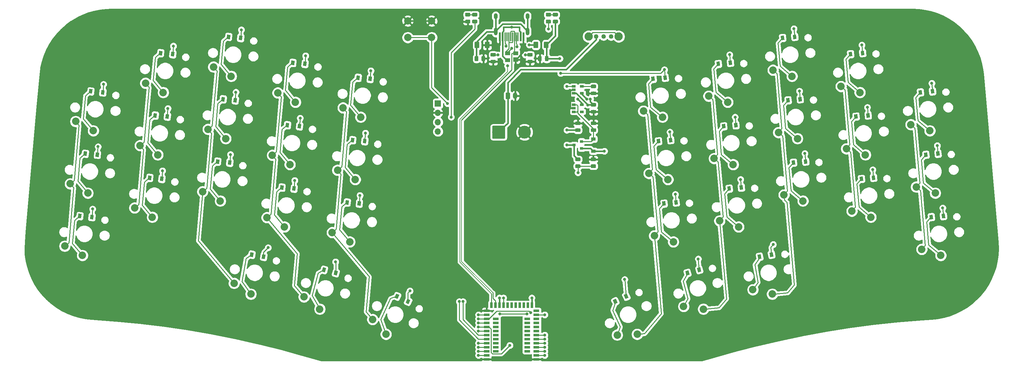
<source format=gtl>
G04 #@! TF.GenerationSoftware,KiCad,Pcbnew,(5.1.4-0)*
G04 #@! TF.CreationDate,2021-02-22T17:12:31+11:00*
G04 #@! TF.ProjectId,ahokore,61686f6b-6f72-4652-9e6b-696361645f70,rev?*
G04 #@! TF.SameCoordinates,Original*
G04 #@! TF.FileFunction,Copper,L1,Top*
G04 #@! TF.FilePolarity,Positive*
%FSLAX46Y46*%
G04 Gerber Fmt 4.6, Leading zero omitted, Abs format (unit mm)*
G04 Created by KiCad (PCBNEW (5.1.4-0)) date 2021-02-22 17:12:31*
%MOMM*%
%LPD*%
G04 APERTURE LIST*
%ADD10C,0.200000*%
%ADD11C,1.200000*%
%ADD12O,1.200000X1.750000*%
%ADD13R,1.400000X1.000000*%
%ADD14R,1.400000X1.200000*%
%ADD15C,2.250000*%
%ADD16C,1.250000*%
%ADD17C,2.032000*%
%ADD18C,0.975000*%
%ADD19C,2.000000*%
%ADD20C,3.500000*%
%ADD21R,1.524000X0.700000*%
%ADD22R,0.700000X1.524000*%
%ADD23C,0.900000*%
%ADD24R,0.600000X2.450000*%
%ADD25R,0.300000X2.450000*%
%ADD26O,1.000000X2.100000*%
%ADD27O,1.000000X1.600000*%
%ADD28R,1.060000X0.650000*%
%ADD29R,0.900000X0.800000*%
%ADD30O,1.700000X1.700000*%
%ADD31R,1.700000X1.700000*%
%ADD32R,1.200000X0.900000*%
%ADD33C,0.800000*%
%ADD34C,0.250000*%
%ADD35C,0.400000*%
%ADD36C,0.254000*%
G04 APERTURE END LIST*
D10*
G36*
X129358505Y-23240204D02*
G01*
X129382773Y-23243804D01*
X129406572Y-23249765D01*
X129429671Y-23258030D01*
X129451850Y-23268520D01*
X129472893Y-23281132D01*
X129492599Y-23295747D01*
X129510777Y-23312223D01*
X129527253Y-23330401D01*
X129541868Y-23350107D01*
X129554480Y-23371150D01*
X129564970Y-23393329D01*
X129573235Y-23416428D01*
X129579196Y-23440227D01*
X129582796Y-23464495D01*
X129584000Y-23488999D01*
X129584000Y-24739001D01*
X129582796Y-24763505D01*
X129579196Y-24787773D01*
X129573235Y-24811572D01*
X129564970Y-24834671D01*
X129554480Y-24856850D01*
X129541868Y-24877893D01*
X129527253Y-24897599D01*
X129510777Y-24915777D01*
X129492599Y-24932253D01*
X129472893Y-24946868D01*
X129451850Y-24959480D01*
X129429671Y-24969970D01*
X129406572Y-24978235D01*
X129382773Y-24984196D01*
X129358505Y-24987796D01*
X129334001Y-24989000D01*
X128633999Y-24989000D01*
X128609495Y-24987796D01*
X128585227Y-24984196D01*
X128561428Y-24978235D01*
X128538329Y-24969970D01*
X128516150Y-24959480D01*
X128495107Y-24946868D01*
X128475401Y-24932253D01*
X128457223Y-24915777D01*
X128440747Y-24897599D01*
X128426132Y-24877893D01*
X128413520Y-24856850D01*
X128403030Y-24834671D01*
X128394765Y-24811572D01*
X128388804Y-24787773D01*
X128385204Y-24763505D01*
X128384000Y-24739001D01*
X128384000Y-23488999D01*
X128385204Y-23464495D01*
X128388804Y-23440227D01*
X128394765Y-23416428D01*
X128403030Y-23393329D01*
X128413520Y-23371150D01*
X128426132Y-23350107D01*
X128440747Y-23330401D01*
X128457223Y-23312223D01*
X128475401Y-23295747D01*
X128495107Y-23281132D01*
X128516150Y-23268520D01*
X128538329Y-23258030D01*
X128561428Y-23249765D01*
X128585227Y-23243804D01*
X128609495Y-23240204D01*
X128633999Y-23239000D01*
X129334001Y-23239000D01*
X129358505Y-23240204D01*
X129358505Y-23240204D01*
G37*
D11*
X128984000Y-24114000D03*
D12*
X130984000Y-24114000D03*
D13*
X128900000Y-14450000D03*
X128900000Y-12550000D03*
X131100000Y-12550000D03*
D14*
X131100000Y-14270000D03*
D15*
X159100000Y-8000000D03*
D16*
X157000000Y-8000000D03*
X155000000Y-8000000D03*
X153000000Y-8000000D03*
D15*
X150900000Y-8000000D03*
D17*
X158690270Y-89085159D03*
X164109308Y-88875314D03*
D10*
G36*
X152730142Y-31076174D02*
G01*
X152753803Y-31079684D01*
X152777007Y-31085496D01*
X152799529Y-31093554D01*
X152821153Y-31103782D01*
X152841670Y-31116079D01*
X152860883Y-31130329D01*
X152878607Y-31146393D01*
X152894671Y-31164117D01*
X152908921Y-31183330D01*
X152921218Y-31203847D01*
X152931446Y-31225471D01*
X152939504Y-31247993D01*
X152945316Y-31271197D01*
X152948826Y-31294858D01*
X152950000Y-31318750D01*
X152950000Y-31806250D01*
X152948826Y-31830142D01*
X152945316Y-31853803D01*
X152939504Y-31877007D01*
X152931446Y-31899529D01*
X152921218Y-31921153D01*
X152908921Y-31941670D01*
X152894671Y-31960883D01*
X152878607Y-31978607D01*
X152860883Y-31994671D01*
X152841670Y-32008921D01*
X152821153Y-32021218D01*
X152799529Y-32031446D01*
X152777007Y-32039504D01*
X152753803Y-32045316D01*
X152730142Y-32048826D01*
X152706250Y-32050000D01*
X151793750Y-32050000D01*
X151769858Y-32048826D01*
X151746197Y-32045316D01*
X151722993Y-32039504D01*
X151700471Y-32031446D01*
X151678847Y-32021218D01*
X151658330Y-32008921D01*
X151639117Y-31994671D01*
X151621393Y-31978607D01*
X151605329Y-31960883D01*
X151591079Y-31941670D01*
X151578782Y-31921153D01*
X151568554Y-31899529D01*
X151560496Y-31877007D01*
X151554684Y-31853803D01*
X151551174Y-31830142D01*
X151550000Y-31806250D01*
X151550000Y-31318750D01*
X151551174Y-31294858D01*
X151554684Y-31271197D01*
X151560496Y-31247993D01*
X151568554Y-31225471D01*
X151578782Y-31203847D01*
X151591079Y-31183330D01*
X151605329Y-31164117D01*
X151621393Y-31146393D01*
X151639117Y-31130329D01*
X151658330Y-31116079D01*
X151678847Y-31103782D01*
X151700471Y-31093554D01*
X151722993Y-31085496D01*
X151746197Y-31079684D01*
X151769858Y-31076174D01*
X151793750Y-31075000D01*
X152706250Y-31075000D01*
X152730142Y-31076174D01*
X152730142Y-31076174D01*
G37*
D18*
X152250000Y-31562500D03*
D10*
G36*
X152730142Y-32951174D02*
G01*
X152753803Y-32954684D01*
X152777007Y-32960496D01*
X152799529Y-32968554D01*
X152821153Y-32978782D01*
X152841670Y-32991079D01*
X152860883Y-33005329D01*
X152878607Y-33021393D01*
X152894671Y-33039117D01*
X152908921Y-33058330D01*
X152921218Y-33078847D01*
X152931446Y-33100471D01*
X152939504Y-33122993D01*
X152945316Y-33146197D01*
X152948826Y-33169858D01*
X152950000Y-33193750D01*
X152950000Y-33681250D01*
X152948826Y-33705142D01*
X152945316Y-33728803D01*
X152939504Y-33752007D01*
X152931446Y-33774529D01*
X152921218Y-33796153D01*
X152908921Y-33816670D01*
X152894671Y-33835883D01*
X152878607Y-33853607D01*
X152860883Y-33869671D01*
X152841670Y-33883921D01*
X152821153Y-33896218D01*
X152799529Y-33906446D01*
X152777007Y-33914504D01*
X152753803Y-33920316D01*
X152730142Y-33923826D01*
X152706250Y-33925000D01*
X151793750Y-33925000D01*
X151769858Y-33923826D01*
X151746197Y-33920316D01*
X151722993Y-33914504D01*
X151700471Y-33906446D01*
X151678847Y-33896218D01*
X151658330Y-33883921D01*
X151639117Y-33869671D01*
X151621393Y-33853607D01*
X151605329Y-33835883D01*
X151591079Y-33816670D01*
X151578782Y-33796153D01*
X151568554Y-33774529D01*
X151560496Y-33752007D01*
X151554684Y-33728803D01*
X151551174Y-33705142D01*
X151550000Y-33681250D01*
X151550000Y-33193750D01*
X151551174Y-33169858D01*
X151554684Y-33146197D01*
X151560496Y-33122993D01*
X151568554Y-33100471D01*
X151578782Y-33078847D01*
X151591079Y-33058330D01*
X151605329Y-33039117D01*
X151621393Y-33021393D01*
X151639117Y-33005329D01*
X151658330Y-32991079D01*
X151678847Y-32978782D01*
X151700471Y-32968554D01*
X151722993Y-32960496D01*
X151746197Y-32954684D01*
X151769858Y-32951174D01*
X151793750Y-32950000D01*
X152706250Y-32950000D01*
X152730142Y-32951174D01*
X152730142Y-32951174D01*
G37*
D18*
X152250000Y-33437500D03*
D10*
G36*
X148480142Y-31076174D02*
G01*
X148503803Y-31079684D01*
X148527007Y-31085496D01*
X148549529Y-31093554D01*
X148571153Y-31103782D01*
X148591670Y-31116079D01*
X148610883Y-31130329D01*
X148628607Y-31146393D01*
X148644671Y-31164117D01*
X148658921Y-31183330D01*
X148671218Y-31203847D01*
X148681446Y-31225471D01*
X148689504Y-31247993D01*
X148695316Y-31271197D01*
X148698826Y-31294858D01*
X148700000Y-31318750D01*
X148700000Y-31806250D01*
X148698826Y-31830142D01*
X148695316Y-31853803D01*
X148689504Y-31877007D01*
X148681446Y-31899529D01*
X148671218Y-31921153D01*
X148658921Y-31941670D01*
X148644671Y-31960883D01*
X148628607Y-31978607D01*
X148610883Y-31994671D01*
X148591670Y-32008921D01*
X148571153Y-32021218D01*
X148549529Y-32031446D01*
X148527007Y-32039504D01*
X148503803Y-32045316D01*
X148480142Y-32048826D01*
X148456250Y-32050000D01*
X147543750Y-32050000D01*
X147519858Y-32048826D01*
X147496197Y-32045316D01*
X147472993Y-32039504D01*
X147450471Y-32031446D01*
X147428847Y-32021218D01*
X147408330Y-32008921D01*
X147389117Y-31994671D01*
X147371393Y-31978607D01*
X147355329Y-31960883D01*
X147341079Y-31941670D01*
X147328782Y-31921153D01*
X147318554Y-31899529D01*
X147310496Y-31877007D01*
X147304684Y-31853803D01*
X147301174Y-31830142D01*
X147300000Y-31806250D01*
X147300000Y-31318750D01*
X147301174Y-31294858D01*
X147304684Y-31271197D01*
X147310496Y-31247993D01*
X147318554Y-31225471D01*
X147328782Y-31203847D01*
X147341079Y-31183330D01*
X147355329Y-31164117D01*
X147371393Y-31146393D01*
X147389117Y-31130329D01*
X147408330Y-31116079D01*
X147428847Y-31103782D01*
X147450471Y-31093554D01*
X147472993Y-31085496D01*
X147496197Y-31079684D01*
X147519858Y-31076174D01*
X147543750Y-31075000D01*
X148456250Y-31075000D01*
X148480142Y-31076174D01*
X148480142Y-31076174D01*
G37*
D18*
X148000000Y-31562500D03*
D10*
G36*
X148480142Y-32951174D02*
G01*
X148503803Y-32954684D01*
X148527007Y-32960496D01*
X148549529Y-32968554D01*
X148571153Y-32978782D01*
X148591670Y-32991079D01*
X148610883Y-33005329D01*
X148628607Y-33021393D01*
X148644671Y-33039117D01*
X148658921Y-33058330D01*
X148671218Y-33078847D01*
X148681446Y-33100471D01*
X148689504Y-33122993D01*
X148695316Y-33146197D01*
X148698826Y-33169858D01*
X148700000Y-33193750D01*
X148700000Y-33681250D01*
X148698826Y-33705142D01*
X148695316Y-33728803D01*
X148689504Y-33752007D01*
X148681446Y-33774529D01*
X148671218Y-33796153D01*
X148658921Y-33816670D01*
X148644671Y-33835883D01*
X148628607Y-33853607D01*
X148610883Y-33869671D01*
X148591670Y-33883921D01*
X148571153Y-33896218D01*
X148549529Y-33906446D01*
X148527007Y-33914504D01*
X148503803Y-33920316D01*
X148480142Y-33923826D01*
X148456250Y-33925000D01*
X147543750Y-33925000D01*
X147519858Y-33923826D01*
X147496197Y-33920316D01*
X147472993Y-33914504D01*
X147450471Y-33906446D01*
X147428847Y-33896218D01*
X147408330Y-33883921D01*
X147389117Y-33869671D01*
X147371393Y-33853607D01*
X147355329Y-33835883D01*
X147341079Y-33816670D01*
X147328782Y-33796153D01*
X147318554Y-33774529D01*
X147310496Y-33752007D01*
X147304684Y-33728803D01*
X147301174Y-33705142D01*
X147300000Y-33681250D01*
X147300000Y-33193750D01*
X147301174Y-33169858D01*
X147304684Y-33146197D01*
X147310496Y-33122993D01*
X147318554Y-33100471D01*
X147328782Y-33078847D01*
X147341079Y-33058330D01*
X147355329Y-33039117D01*
X147371393Y-33021393D01*
X147389117Y-33005329D01*
X147408330Y-32991079D01*
X147428847Y-32978782D01*
X147450471Y-32968554D01*
X147472993Y-32960496D01*
X147496197Y-32954684D01*
X147519858Y-32951174D01*
X147543750Y-32950000D01*
X148456250Y-32950000D01*
X148480142Y-32951174D01*
X148480142Y-32951174D01*
G37*
D18*
X148000000Y-33437500D03*
D10*
G36*
X120999504Y-9426204D02*
G01*
X121023773Y-9429804D01*
X121047571Y-9435765D01*
X121070671Y-9444030D01*
X121092849Y-9454520D01*
X121113893Y-9467133D01*
X121133598Y-9481747D01*
X121151777Y-9498223D01*
X121168253Y-9516402D01*
X121182867Y-9536107D01*
X121195480Y-9557151D01*
X121205970Y-9579329D01*
X121214235Y-9602429D01*
X121220196Y-9626227D01*
X121223796Y-9650496D01*
X121225000Y-9675000D01*
X121225000Y-10925000D01*
X121223796Y-10949504D01*
X121220196Y-10973773D01*
X121214235Y-10997571D01*
X121205970Y-11020671D01*
X121195480Y-11042849D01*
X121182867Y-11063893D01*
X121168253Y-11083598D01*
X121151777Y-11101777D01*
X121133598Y-11118253D01*
X121113893Y-11132867D01*
X121092849Y-11145480D01*
X121070671Y-11155970D01*
X121047571Y-11164235D01*
X121023773Y-11170196D01*
X120999504Y-11173796D01*
X120975000Y-11175000D01*
X120225000Y-11175000D01*
X120200496Y-11173796D01*
X120176227Y-11170196D01*
X120152429Y-11164235D01*
X120129329Y-11155970D01*
X120107151Y-11145480D01*
X120086107Y-11132867D01*
X120066402Y-11118253D01*
X120048223Y-11101777D01*
X120031747Y-11083598D01*
X120017133Y-11063893D01*
X120004520Y-11042849D01*
X119994030Y-11020671D01*
X119985765Y-10997571D01*
X119979804Y-10973773D01*
X119976204Y-10949504D01*
X119975000Y-10925000D01*
X119975000Y-9675000D01*
X119976204Y-9650496D01*
X119979804Y-9626227D01*
X119985765Y-9602429D01*
X119994030Y-9579329D01*
X120004520Y-9557151D01*
X120017133Y-9536107D01*
X120031747Y-9516402D01*
X120048223Y-9498223D01*
X120066402Y-9481747D01*
X120086107Y-9467133D01*
X120107151Y-9454520D01*
X120129329Y-9444030D01*
X120152429Y-9435765D01*
X120176227Y-9429804D01*
X120200496Y-9426204D01*
X120225000Y-9425000D01*
X120975000Y-9425000D01*
X120999504Y-9426204D01*
X120999504Y-9426204D01*
G37*
D16*
X120600000Y-10300000D03*
D10*
G36*
X123799504Y-9426204D02*
G01*
X123823773Y-9429804D01*
X123847571Y-9435765D01*
X123870671Y-9444030D01*
X123892849Y-9454520D01*
X123913893Y-9467133D01*
X123933598Y-9481747D01*
X123951777Y-9498223D01*
X123968253Y-9516402D01*
X123982867Y-9536107D01*
X123995480Y-9557151D01*
X124005970Y-9579329D01*
X124014235Y-9602429D01*
X124020196Y-9626227D01*
X124023796Y-9650496D01*
X124025000Y-9675000D01*
X124025000Y-10925000D01*
X124023796Y-10949504D01*
X124020196Y-10973773D01*
X124014235Y-10997571D01*
X124005970Y-11020671D01*
X123995480Y-11042849D01*
X123982867Y-11063893D01*
X123968253Y-11083598D01*
X123951777Y-11101777D01*
X123933598Y-11118253D01*
X123913893Y-11132867D01*
X123892849Y-11145480D01*
X123870671Y-11155970D01*
X123847571Y-11164235D01*
X123823773Y-11170196D01*
X123799504Y-11173796D01*
X123775000Y-11175000D01*
X123025000Y-11175000D01*
X123000496Y-11173796D01*
X122976227Y-11170196D01*
X122952429Y-11164235D01*
X122929329Y-11155970D01*
X122907151Y-11145480D01*
X122886107Y-11132867D01*
X122866402Y-11118253D01*
X122848223Y-11101777D01*
X122831747Y-11083598D01*
X122817133Y-11063893D01*
X122804520Y-11042849D01*
X122794030Y-11020671D01*
X122785765Y-10997571D01*
X122779804Y-10973773D01*
X122776204Y-10949504D01*
X122775000Y-10925000D01*
X122775000Y-9675000D01*
X122776204Y-9650496D01*
X122779804Y-9626227D01*
X122785765Y-9602429D01*
X122794030Y-9579329D01*
X122804520Y-9557151D01*
X122817133Y-9536107D01*
X122831747Y-9516402D01*
X122848223Y-9498223D01*
X122866402Y-9481747D01*
X122886107Y-9467133D01*
X122907151Y-9454520D01*
X122929329Y-9444030D01*
X122952429Y-9435765D01*
X122976227Y-9429804D01*
X123000496Y-9426204D01*
X123025000Y-9425000D01*
X123775000Y-9425000D01*
X123799504Y-9426204D01*
X123799504Y-9426204D01*
G37*
D16*
X123400000Y-10300000D03*
D19*
X108302000Y-3786000D03*
X108302000Y-8286000D03*
X101802000Y-3786000D03*
X101802000Y-8286000D03*
D10*
G36*
X118580142Y-3451174D02*
G01*
X118603803Y-3454684D01*
X118627007Y-3460496D01*
X118649529Y-3468554D01*
X118671153Y-3478782D01*
X118691670Y-3491079D01*
X118710883Y-3505329D01*
X118728607Y-3521393D01*
X118744671Y-3539117D01*
X118758921Y-3558330D01*
X118771218Y-3578847D01*
X118781446Y-3600471D01*
X118789504Y-3622993D01*
X118795316Y-3646197D01*
X118798826Y-3669858D01*
X118800000Y-3693750D01*
X118800000Y-4181250D01*
X118798826Y-4205142D01*
X118795316Y-4228803D01*
X118789504Y-4252007D01*
X118781446Y-4274529D01*
X118771218Y-4296153D01*
X118758921Y-4316670D01*
X118744671Y-4335883D01*
X118728607Y-4353607D01*
X118710883Y-4369671D01*
X118691670Y-4383921D01*
X118671153Y-4396218D01*
X118649529Y-4406446D01*
X118627007Y-4414504D01*
X118603803Y-4420316D01*
X118580142Y-4423826D01*
X118556250Y-4425000D01*
X117643750Y-4425000D01*
X117619858Y-4423826D01*
X117596197Y-4420316D01*
X117572993Y-4414504D01*
X117550471Y-4406446D01*
X117528847Y-4396218D01*
X117508330Y-4383921D01*
X117489117Y-4369671D01*
X117471393Y-4353607D01*
X117455329Y-4335883D01*
X117441079Y-4316670D01*
X117428782Y-4296153D01*
X117418554Y-4274529D01*
X117410496Y-4252007D01*
X117404684Y-4228803D01*
X117401174Y-4205142D01*
X117400000Y-4181250D01*
X117400000Y-3693750D01*
X117401174Y-3669858D01*
X117404684Y-3646197D01*
X117410496Y-3622993D01*
X117418554Y-3600471D01*
X117428782Y-3578847D01*
X117441079Y-3558330D01*
X117455329Y-3539117D01*
X117471393Y-3521393D01*
X117489117Y-3505329D01*
X117508330Y-3491079D01*
X117528847Y-3478782D01*
X117550471Y-3468554D01*
X117572993Y-3460496D01*
X117596197Y-3454684D01*
X117619858Y-3451174D01*
X117643750Y-3450000D01*
X118556250Y-3450000D01*
X118580142Y-3451174D01*
X118580142Y-3451174D01*
G37*
D18*
X118100000Y-3937500D03*
D10*
G36*
X118580142Y-1576174D02*
G01*
X118603803Y-1579684D01*
X118627007Y-1585496D01*
X118649529Y-1593554D01*
X118671153Y-1603782D01*
X118691670Y-1616079D01*
X118710883Y-1630329D01*
X118728607Y-1646393D01*
X118744671Y-1664117D01*
X118758921Y-1683330D01*
X118771218Y-1703847D01*
X118781446Y-1725471D01*
X118789504Y-1747993D01*
X118795316Y-1771197D01*
X118798826Y-1794858D01*
X118800000Y-1818750D01*
X118800000Y-2306250D01*
X118798826Y-2330142D01*
X118795316Y-2353803D01*
X118789504Y-2377007D01*
X118781446Y-2399529D01*
X118771218Y-2421153D01*
X118758921Y-2441670D01*
X118744671Y-2460883D01*
X118728607Y-2478607D01*
X118710883Y-2494671D01*
X118691670Y-2508921D01*
X118671153Y-2521218D01*
X118649529Y-2531446D01*
X118627007Y-2539504D01*
X118603803Y-2545316D01*
X118580142Y-2548826D01*
X118556250Y-2550000D01*
X117643750Y-2550000D01*
X117619858Y-2548826D01*
X117596197Y-2545316D01*
X117572993Y-2539504D01*
X117550471Y-2531446D01*
X117528847Y-2521218D01*
X117508330Y-2508921D01*
X117489117Y-2494671D01*
X117471393Y-2478607D01*
X117455329Y-2460883D01*
X117441079Y-2441670D01*
X117428782Y-2421153D01*
X117418554Y-2399529D01*
X117410496Y-2377007D01*
X117404684Y-2353803D01*
X117401174Y-2330142D01*
X117400000Y-2306250D01*
X117400000Y-1818750D01*
X117401174Y-1794858D01*
X117404684Y-1771197D01*
X117410496Y-1747993D01*
X117418554Y-1725471D01*
X117428782Y-1703847D01*
X117441079Y-1683330D01*
X117455329Y-1664117D01*
X117471393Y-1646393D01*
X117489117Y-1630329D01*
X117508330Y-1616079D01*
X117528847Y-1603782D01*
X117550471Y-1593554D01*
X117572993Y-1585496D01*
X117596197Y-1579684D01*
X117619858Y-1576174D01*
X117643750Y-1575000D01*
X118556250Y-1575000D01*
X118580142Y-1576174D01*
X118580142Y-1576174D01*
G37*
D18*
X118100000Y-2062500D03*
D10*
G36*
X120480142Y-3451174D02*
G01*
X120503803Y-3454684D01*
X120527007Y-3460496D01*
X120549529Y-3468554D01*
X120571153Y-3478782D01*
X120591670Y-3491079D01*
X120610883Y-3505329D01*
X120628607Y-3521393D01*
X120644671Y-3539117D01*
X120658921Y-3558330D01*
X120671218Y-3578847D01*
X120681446Y-3600471D01*
X120689504Y-3622993D01*
X120695316Y-3646197D01*
X120698826Y-3669858D01*
X120700000Y-3693750D01*
X120700000Y-4181250D01*
X120698826Y-4205142D01*
X120695316Y-4228803D01*
X120689504Y-4252007D01*
X120681446Y-4274529D01*
X120671218Y-4296153D01*
X120658921Y-4316670D01*
X120644671Y-4335883D01*
X120628607Y-4353607D01*
X120610883Y-4369671D01*
X120591670Y-4383921D01*
X120571153Y-4396218D01*
X120549529Y-4406446D01*
X120527007Y-4414504D01*
X120503803Y-4420316D01*
X120480142Y-4423826D01*
X120456250Y-4425000D01*
X119543750Y-4425000D01*
X119519858Y-4423826D01*
X119496197Y-4420316D01*
X119472993Y-4414504D01*
X119450471Y-4406446D01*
X119428847Y-4396218D01*
X119408330Y-4383921D01*
X119389117Y-4369671D01*
X119371393Y-4353607D01*
X119355329Y-4335883D01*
X119341079Y-4316670D01*
X119328782Y-4296153D01*
X119318554Y-4274529D01*
X119310496Y-4252007D01*
X119304684Y-4228803D01*
X119301174Y-4205142D01*
X119300000Y-4181250D01*
X119300000Y-3693750D01*
X119301174Y-3669858D01*
X119304684Y-3646197D01*
X119310496Y-3622993D01*
X119318554Y-3600471D01*
X119328782Y-3578847D01*
X119341079Y-3558330D01*
X119355329Y-3539117D01*
X119371393Y-3521393D01*
X119389117Y-3505329D01*
X119408330Y-3491079D01*
X119428847Y-3478782D01*
X119450471Y-3468554D01*
X119472993Y-3460496D01*
X119496197Y-3454684D01*
X119519858Y-3451174D01*
X119543750Y-3450000D01*
X120456250Y-3450000D01*
X120480142Y-3451174D01*
X120480142Y-3451174D01*
G37*
D18*
X120000000Y-3937500D03*
D10*
G36*
X120480142Y-1576174D02*
G01*
X120503803Y-1579684D01*
X120527007Y-1585496D01*
X120549529Y-1593554D01*
X120571153Y-1603782D01*
X120591670Y-1616079D01*
X120610883Y-1630329D01*
X120628607Y-1646393D01*
X120644671Y-1664117D01*
X120658921Y-1683330D01*
X120671218Y-1703847D01*
X120681446Y-1725471D01*
X120689504Y-1747993D01*
X120695316Y-1771197D01*
X120698826Y-1794858D01*
X120700000Y-1818750D01*
X120700000Y-2306250D01*
X120698826Y-2330142D01*
X120695316Y-2353803D01*
X120689504Y-2377007D01*
X120681446Y-2399529D01*
X120671218Y-2421153D01*
X120658921Y-2441670D01*
X120644671Y-2460883D01*
X120628607Y-2478607D01*
X120610883Y-2494671D01*
X120591670Y-2508921D01*
X120571153Y-2521218D01*
X120549529Y-2531446D01*
X120527007Y-2539504D01*
X120503803Y-2545316D01*
X120480142Y-2548826D01*
X120456250Y-2550000D01*
X119543750Y-2550000D01*
X119519858Y-2548826D01*
X119496197Y-2545316D01*
X119472993Y-2539504D01*
X119450471Y-2531446D01*
X119428847Y-2521218D01*
X119408330Y-2508921D01*
X119389117Y-2494671D01*
X119371393Y-2478607D01*
X119355329Y-2460883D01*
X119341079Y-2441670D01*
X119328782Y-2421153D01*
X119318554Y-2399529D01*
X119310496Y-2377007D01*
X119304684Y-2353803D01*
X119301174Y-2330142D01*
X119300000Y-2306250D01*
X119300000Y-1818750D01*
X119301174Y-1794858D01*
X119304684Y-1771197D01*
X119310496Y-1747993D01*
X119318554Y-1725471D01*
X119328782Y-1703847D01*
X119341079Y-1683330D01*
X119355329Y-1664117D01*
X119371393Y-1646393D01*
X119389117Y-1630329D01*
X119408330Y-1616079D01*
X119428847Y-1603782D01*
X119450471Y-1593554D01*
X119472993Y-1585496D01*
X119496197Y-1579684D01*
X119519858Y-1576174D01*
X119543750Y-1575000D01*
X120456250Y-1575000D01*
X120480142Y-1576174D01*
X120480142Y-1576174D01*
G37*
D18*
X120000000Y-2062500D03*
D20*
X133500000Y-34000000D03*
D10*
G36*
X128025858Y-32251197D02*
G01*
X128049981Y-32254775D01*
X128073636Y-32260700D01*
X128096597Y-32268916D01*
X128118643Y-32279342D01*
X128139560Y-32291880D01*
X128159147Y-32306407D01*
X128177216Y-32322784D01*
X128193593Y-32340853D01*
X128208120Y-32360440D01*
X128220658Y-32381357D01*
X128231084Y-32403403D01*
X128239300Y-32426364D01*
X128245225Y-32450019D01*
X128248803Y-32474142D01*
X128250000Y-32498499D01*
X128250000Y-35501501D01*
X128248803Y-35525858D01*
X128245225Y-35549981D01*
X128239300Y-35573636D01*
X128231084Y-35596597D01*
X128220658Y-35618643D01*
X128208120Y-35639560D01*
X128193593Y-35659147D01*
X128177216Y-35677216D01*
X128159147Y-35693593D01*
X128139560Y-35708120D01*
X128118643Y-35720658D01*
X128096597Y-35731084D01*
X128073636Y-35739300D01*
X128049981Y-35745225D01*
X128025858Y-35748803D01*
X128001501Y-35750000D01*
X124998499Y-35750000D01*
X124974142Y-35748803D01*
X124950019Y-35745225D01*
X124926364Y-35739300D01*
X124903403Y-35731084D01*
X124881357Y-35720658D01*
X124860440Y-35708120D01*
X124840853Y-35693593D01*
X124822784Y-35677216D01*
X124806407Y-35659147D01*
X124791880Y-35639560D01*
X124779342Y-35618643D01*
X124768916Y-35596597D01*
X124760700Y-35573636D01*
X124754775Y-35549981D01*
X124751197Y-35525858D01*
X124750000Y-35501501D01*
X124750000Y-32498499D01*
X124751197Y-32474142D01*
X124754775Y-32450019D01*
X124760700Y-32426364D01*
X124768916Y-32403403D01*
X124779342Y-32381357D01*
X124791880Y-32360440D01*
X124806407Y-32340853D01*
X124822784Y-32322784D01*
X124840853Y-32306407D01*
X124860440Y-32291880D01*
X124881357Y-32279342D01*
X124903403Y-32268916D01*
X124926364Y-32260700D01*
X124950019Y-32254775D01*
X124974142Y-32251197D01*
X124998499Y-32250000D01*
X128001501Y-32250000D01*
X128025858Y-32251197D01*
X128025858Y-32251197D01*
G37*
D20*
X126500000Y-34000000D03*
D21*
X125750000Y-84700000D03*
X125750000Y-85800000D03*
X125750000Y-86900000D03*
X125750000Y-88000000D03*
X125750000Y-89100000D03*
X125750000Y-90200000D03*
X125750000Y-91300000D03*
X125750000Y-92400000D03*
X125750000Y-93500000D03*
X134250000Y-84700000D03*
X134250000Y-85800000D03*
X134250000Y-86900000D03*
X134250000Y-88000000D03*
X134250000Y-89100000D03*
X134250000Y-90200000D03*
X134250000Y-91300000D03*
X134250000Y-92400000D03*
X134250000Y-93500000D03*
X123250000Y-95700000D03*
X123250000Y-94600000D03*
X123250000Y-93500000D03*
X123250000Y-92400000D03*
X123250000Y-91300000D03*
X123250000Y-90200000D03*
X123250000Y-89100000D03*
X123250000Y-88000000D03*
X123250000Y-86900000D03*
X123250000Y-85800000D03*
X123250000Y-84700000D03*
X123250000Y-83600000D03*
X123250000Y-82500000D03*
D22*
X124500000Y-81000000D03*
X125600000Y-81000000D03*
X126700000Y-81000000D03*
X127800000Y-81000000D03*
X128900000Y-81000000D03*
X130000000Y-81000000D03*
X131100000Y-81000000D03*
X132200000Y-81000000D03*
X133300000Y-81000000D03*
X134400000Y-81000000D03*
X135500000Y-81000000D03*
D21*
X136750000Y-82500000D03*
X136750000Y-83600000D03*
X136750000Y-84700000D03*
X136750000Y-85800000D03*
X136750000Y-86900000D03*
X136750000Y-88000000D03*
X136750000Y-89100000D03*
X136750000Y-90200000D03*
X136750000Y-91300000D03*
X136750000Y-92400000D03*
X136750000Y-93500000D03*
X136750000Y-94600000D03*
X136750000Y-95700000D03*
D17*
X54645891Y-75033495D03*
X59205269Y-77969832D03*
X195506031Y-76769977D03*
X200794731Y-77969833D03*
X176716183Y-81314103D03*
X182089332Y-82048452D03*
D23*
X59421007Y-67244351D03*
D10*
G36*
X59968359Y-66731608D02*
G01*
X59759982Y-67913377D01*
X58873655Y-67757094D01*
X59082032Y-66575325D01*
X59968359Y-66731608D01*
X59968359Y-66731608D01*
G37*
D23*
X62670873Y-67817389D03*
D10*
G36*
X63218225Y-67304646D02*
G01*
X63009848Y-68486415D01*
X62123521Y-68330132D01*
X62331898Y-67148363D01*
X63218225Y-67304646D01*
X63218225Y-67304646D01*
G37*
D23*
X168410621Y-19492220D03*
D10*
G36*
X168806615Y-18855283D02*
G01*
X168911202Y-20050717D01*
X168014627Y-20129157D01*
X167910040Y-18933723D01*
X168806615Y-18855283D01*
X168806615Y-18855283D01*
G37*
D23*
X171698063Y-19204606D03*
D10*
G36*
X172094057Y-18567669D02*
G01*
X172198644Y-19763103D01*
X171302069Y-19841543D01*
X171197482Y-18646109D01*
X172094057Y-18567669D01*
X172094057Y-18567669D01*
G37*
D23*
X33200087Y-29441116D03*
D10*
G36*
X33700668Y-28882619D02*
G01*
X33596081Y-30078053D01*
X32699506Y-29999613D01*
X32804093Y-28804179D01*
X33700668Y-28882619D01*
X33700668Y-28882619D01*
G37*
D23*
X36487529Y-29728730D03*
D10*
G36*
X36988110Y-29170233D02*
G01*
X36883523Y-30365667D01*
X35986948Y-30287227D01*
X36091535Y-29091793D01*
X36988110Y-29170233D01*
X36988110Y-29170233D01*
G37*
D23*
X197329127Y-67817389D03*
D10*
G36*
X197668102Y-67148363D02*
G01*
X197876479Y-68330132D01*
X196990152Y-68486415D01*
X196781775Y-67304646D01*
X197668102Y-67148363D01*
X197668102Y-67148363D01*
G37*
D23*
X200578993Y-67244351D03*
D10*
G36*
X200917968Y-66575325D02*
G01*
X201126345Y-67757094D01*
X200240018Y-67913377D01*
X200031641Y-66731608D01*
X200917968Y-66575325D01*
X200917968Y-66575325D01*
G37*
D23*
X177752073Y-72236690D03*
D10*
G36*
X178031448Y-71540666D02*
G01*
X178342031Y-72699777D01*
X177472698Y-72932714D01*
X177162115Y-71773603D01*
X178031448Y-71540666D01*
X178031448Y-71540666D01*
G37*
D23*
X180939629Y-71382588D03*
D10*
G36*
X181219004Y-70686564D02*
G01*
X181529587Y-71845675D01*
X180660254Y-72078612D01*
X180349671Y-70919501D01*
X181219004Y-70686564D01*
X181219004Y-70686564D01*
G37*
D23*
X158134147Y-79965772D03*
D10*
G36*
X158288415Y-79231809D02*
G01*
X158795556Y-80319378D01*
X157979879Y-80699735D01*
X157472738Y-79612166D01*
X158288415Y-79231809D01*
X158288415Y-79231809D01*
G37*
D23*
X161124963Y-78571132D03*
D10*
G36*
X161279231Y-77837169D02*
G01*
X161786372Y-78924738D01*
X160970695Y-79305095D01*
X160463554Y-78217526D01*
X161279231Y-77837169D01*
X161279231Y-77837169D01*
G37*
D23*
X98875037Y-78571132D03*
D10*
G36*
X99536446Y-78217526D02*
G01*
X99029305Y-79305095D01*
X98213628Y-78924738D01*
X98720769Y-77837169D01*
X99536446Y-78217526D01*
X99536446Y-78217526D01*
G37*
D23*
X101865853Y-79965772D03*
D10*
G36*
X102527262Y-79612166D02*
G01*
X102020121Y-80699735D01*
X101204444Y-80319378D01*
X101711585Y-79231809D01*
X102527262Y-79612166D01*
X102527262Y-79612166D01*
G37*
D23*
X79060371Y-71382588D03*
D10*
G36*
X79650329Y-70919501D02*
G01*
X79339746Y-72078612D01*
X78470413Y-71845675D01*
X78780996Y-70686564D01*
X79650329Y-70919501D01*
X79650329Y-70919501D01*
G37*
D23*
X82247927Y-72236690D03*
D10*
G36*
X82837885Y-71773603D02*
G01*
X82527302Y-72932714D01*
X81657969Y-72699777D01*
X81968552Y-71540666D01*
X82837885Y-71773603D01*
X82837885Y-71773603D01*
G37*
D23*
X243971492Y-57049573D03*
D10*
G36*
X244367486Y-56412636D02*
G01*
X244472073Y-57608070D01*
X243575498Y-57686510D01*
X243470911Y-56491076D01*
X244367486Y-56412636D01*
X244367486Y-56412636D01*
G37*
D23*
X247258934Y-56761959D03*
D10*
G36*
X247654928Y-56125022D02*
G01*
X247759515Y-57320456D01*
X246862940Y-57398896D01*
X246758353Y-56203462D01*
X247654928Y-56125022D01*
X247654928Y-56125022D01*
G37*
D23*
X224994119Y-46664040D03*
D10*
G36*
X225390113Y-46027103D02*
G01*
X225494700Y-47222537D01*
X224598125Y-47300977D01*
X224493538Y-46105543D01*
X225390113Y-46027103D01*
X225390113Y-46027103D01*
G37*
D23*
X228281561Y-46376426D03*
D10*
G36*
X228677555Y-45739489D02*
G01*
X228782142Y-46934923D01*
X227885567Y-47013363D01*
X227780980Y-45817929D01*
X228677555Y-45739489D01*
X228677555Y-45739489D01*
G37*
D23*
X206539680Y-42255675D03*
D10*
G36*
X206935674Y-41618738D02*
G01*
X207040261Y-42814172D01*
X206143686Y-42892612D01*
X206039099Y-41697178D01*
X206935674Y-41618738D01*
X206935674Y-41618738D01*
G37*
D23*
X209827122Y-41968061D03*
D10*
G36*
X210223116Y-41331124D02*
G01*
X210327703Y-42526558D01*
X209431128Y-42604998D01*
X209326541Y-41409564D01*
X210223116Y-41331124D01*
X210223116Y-41331124D01*
G37*
D23*
X189087532Y-49303549D03*
D10*
G36*
X189483526Y-48666612D02*
G01*
X189588113Y-49862046D01*
X188691538Y-49940486D01*
X188586951Y-48745052D01*
X189483526Y-48666612D01*
X189483526Y-48666612D01*
G37*
D23*
X192374974Y-49015935D03*
D10*
G36*
X192770968Y-48378998D02*
G01*
X192875555Y-49574432D01*
X191978980Y-49652872D01*
X191874393Y-48457438D01*
X192770968Y-48378998D01*
X192770968Y-48378998D01*
G37*
D23*
X171373917Y-53362840D03*
D10*
G36*
X171769911Y-52725903D02*
G01*
X171874498Y-53921337D01*
X170977923Y-53999777D01*
X170873336Y-52804343D01*
X171769911Y-52725903D01*
X171769911Y-52725903D01*
G37*
D23*
X174661359Y-53075226D03*
D10*
G36*
X175057353Y-52438289D02*
G01*
X175161940Y-53633723D01*
X174265365Y-53712163D01*
X174160778Y-52516729D01*
X175057353Y-52438289D01*
X175057353Y-52438289D01*
G37*
D23*
X85338641Y-53075226D03*
D10*
G36*
X85839222Y-52516729D02*
G01*
X85734635Y-53712163D01*
X84838060Y-53633723D01*
X84942647Y-52438289D01*
X85839222Y-52516729D01*
X85839222Y-52516729D01*
G37*
D23*
X88626083Y-53362840D03*
D10*
G36*
X89126664Y-52804343D02*
G01*
X89022077Y-53999777D01*
X88125502Y-53921337D01*
X88230089Y-52725903D01*
X89126664Y-52804343D01*
X89126664Y-52804343D01*
G37*
D23*
X67625026Y-49015935D03*
D10*
G36*
X68125607Y-48457438D02*
G01*
X68021020Y-49652872D01*
X67124445Y-49574432D01*
X67229032Y-48378998D01*
X68125607Y-48457438D01*
X68125607Y-48457438D01*
G37*
D23*
X70912468Y-49303549D03*
D10*
G36*
X71413049Y-48745052D02*
G01*
X71308462Y-49940486D01*
X70411887Y-49862046D01*
X70516474Y-48666612D01*
X71413049Y-48745052D01*
X71413049Y-48745052D01*
G37*
D23*
X50172878Y-41968061D03*
D10*
G36*
X50673459Y-41409564D02*
G01*
X50568872Y-42604998D01*
X49672297Y-42526558D01*
X49776884Y-41331124D01*
X50673459Y-41409564D01*
X50673459Y-41409564D01*
G37*
D23*
X53460320Y-42255675D03*
D10*
G36*
X53960901Y-41697178D02*
G01*
X53856314Y-42892612D01*
X52959739Y-42814172D01*
X53064326Y-41618738D01*
X53960901Y-41697178D01*
X53960901Y-41697178D01*
G37*
D23*
X31718439Y-46376426D03*
D10*
G36*
X32219020Y-45817929D02*
G01*
X32114433Y-47013363D01*
X31217858Y-46934923D01*
X31322445Y-45739489D01*
X32219020Y-45817929D01*
X32219020Y-45817929D01*
G37*
D23*
X35005881Y-46664040D03*
D10*
G36*
X35506462Y-46105543D02*
G01*
X35401875Y-47300977D01*
X34505300Y-47222537D01*
X34609887Y-46027103D01*
X35506462Y-46105543D01*
X35506462Y-46105543D01*
G37*
D23*
X12741066Y-56761959D03*
D10*
G36*
X13241647Y-56203462D02*
G01*
X13137060Y-57398896D01*
X12240485Y-57320456D01*
X12345072Y-56125022D01*
X13241647Y-56203462D01*
X13241647Y-56203462D01*
G37*
D23*
X16028508Y-57049573D03*
D10*
G36*
X16529089Y-56491076D02*
G01*
X16424502Y-57686510D01*
X15527927Y-57608070D01*
X15632514Y-56412636D01*
X16529089Y-56491076D01*
X16529089Y-56491076D01*
G37*
D23*
X242489845Y-40114263D03*
D10*
G36*
X242885839Y-39477326D02*
G01*
X242990426Y-40672760D01*
X242093851Y-40751200D01*
X241989264Y-39555766D01*
X242885839Y-39477326D01*
X242885839Y-39477326D01*
G37*
D23*
X245777287Y-39826649D03*
D10*
G36*
X246173281Y-39189712D02*
G01*
X246277868Y-40385146D01*
X245381293Y-40463586D01*
X245276706Y-39268152D01*
X246173281Y-39189712D01*
X246173281Y-39189712D01*
G37*
D23*
X223512471Y-29728730D03*
D10*
G36*
X223908465Y-29091793D02*
G01*
X224013052Y-30287227D01*
X223116477Y-30365667D01*
X223011890Y-29170233D01*
X223908465Y-29091793D01*
X223908465Y-29091793D01*
G37*
D23*
X226799913Y-29441116D03*
D10*
G36*
X227195907Y-28804179D02*
G01*
X227300494Y-29999613D01*
X226403919Y-30078053D01*
X226299332Y-28882619D01*
X227195907Y-28804179D01*
X227195907Y-28804179D01*
G37*
D23*
X205058032Y-25320365D03*
D10*
G36*
X205454026Y-24683428D02*
G01*
X205558613Y-25878862D01*
X204662038Y-25957302D01*
X204557451Y-24761868D01*
X205454026Y-24683428D01*
X205454026Y-24683428D01*
G37*
D23*
X208345474Y-25032751D03*
D10*
G36*
X208741468Y-24395814D02*
G01*
X208846055Y-25591248D01*
X207949480Y-25669688D01*
X207844893Y-24474254D01*
X208741468Y-24395814D01*
X208741468Y-24395814D01*
G37*
D23*
X187605884Y-32368240D03*
D10*
G36*
X188001878Y-31731303D02*
G01*
X188106465Y-32926737D01*
X187209890Y-33005177D01*
X187105303Y-31809743D01*
X188001878Y-31731303D01*
X188001878Y-31731303D01*
G37*
D23*
X190893326Y-32080626D03*
D10*
G36*
X191289320Y-31443689D02*
G01*
X191393907Y-32639123D01*
X190497332Y-32717563D01*
X190392745Y-31522129D01*
X191289320Y-31443689D01*
X191289320Y-31443689D01*
G37*
D23*
X169892269Y-36427530D03*
D10*
G36*
X170288263Y-35790593D02*
G01*
X170392850Y-36986027D01*
X169496275Y-37064467D01*
X169391688Y-35869033D01*
X170288263Y-35790593D01*
X170288263Y-35790593D01*
G37*
D23*
X173179711Y-36139916D03*
D10*
G36*
X173575705Y-35502979D02*
G01*
X173680292Y-36698413D01*
X172783717Y-36776853D01*
X172679130Y-35581419D01*
X173575705Y-35502979D01*
X173575705Y-35502979D01*
G37*
D23*
X86820289Y-36139916D03*
D10*
G36*
X87320870Y-35581419D02*
G01*
X87216283Y-36776853D01*
X86319708Y-36698413D01*
X86424295Y-35502979D01*
X87320870Y-35581419D01*
X87320870Y-35581419D01*
G37*
D23*
X90107731Y-36427530D03*
D10*
G36*
X90608312Y-35869033D02*
G01*
X90503725Y-37064467D01*
X89607150Y-36986027D01*
X89711737Y-35790593D01*
X90608312Y-35869033D01*
X90608312Y-35869033D01*
G37*
D23*
X69106674Y-32080626D03*
D10*
G36*
X69607255Y-31522129D02*
G01*
X69502668Y-32717563D01*
X68606093Y-32639123D01*
X68710680Y-31443689D01*
X69607255Y-31522129D01*
X69607255Y-31522129D01*
G37*
D23*
X72394116Y-32368240D03*
D10*
G36*
X72894697Y-31809743D02*
G01*
X72790110Y-33005177D01*
X71893535Y-32926737D01*
X71998122Y-31731303D01*
X72894697Y-31809743D01*
X72894697Y-31809743D01*
G37*
D23*
X51654526Y-25032751D03*
D10*
G36*
X52155107Y-24474254D02*
G01*
X52050520Y-25669688D01*
X51153945Y-25591248D01*
X51258532Y-24395814D01*
X52155107Y-24474254D01*
X52155107Y-24474254D01*
G37*
D23*
X54941968Y-25320365D03*
D10*
G36*
X55442549Y-24761868D02*
G01*
X55337962Y-25957302D01*
X54441387Y-25878862D01*
X54545974Y-24683428D01*
X55442549Y-24761868D01*
X55442549Y-24761868D01*
G37*
D23*
X14222713Y-39826649D03*
D10*
G36*
X14723294Y-39268152D02*
G01*
X14618707Y-40463586D01*
X13722132Y-40385146D01*
X13826719Y-39189712D01*
X14723294Y-39268152D01*
X14723294Y-39268152D01*
G37*
D23*
X17510155Y-40114263D03*
D10*
G36*
X18010736Y-39555766D02*
G01*
X17906149Y-40751200D01*
X17009574Y-40672760D01*
X17114161Y-39477326D01*
X18010736Y-39555766D01*
X18010736Y-39555766D01*
G37*
D23*
X241008197Y-23178953D03*
D10*
G36*
X241404191Y-22542016D02*
G01*
X241508778Y-23737450D01*
X240612203Y-23815890D01*
X240507616Y-22620456D01*
X241404191Y-22542016D01*
X241404191Y-22542016D01*
G37*
D23*
X244295639Y-22891339D03*
D10*
G36*
X244691633Y-22254402D02*
G01*
X244796220Y-23449836D01*
X243899645Y-23528276D01*
X243795058Y-22332842D01*
X244691633Y-22254402D01*
X244691633Y-22254402D01*
G37*
D23*
X222030824Y-12793420D03*
D10*
G36*
X222426818Y-12156483D02*
G01*
X222531405Y-13351917D01*
X221634830Y-13430357D01*
X221530243Y-12234923D01*
X222426818Y-12156483D01*
X222426818Y-12156483D01*
G37*
D23*
X225318266Y-12505806D03*
D10*
G36*
X225714260Y-11868869D02*
G01*
X225818847Y-13064303D01*
X224922272Y-13142743D01*
X224817685Y-11947309D01*
X225714260Y-11868869D01*
X225714260Y-11868869D01*
G37*
D23*
X203576385Y-8385056D03*
D10*
G36*
X203972379Y-7748119D02*
G01*
X204076966Y-8943553D01*
X203180391Y-9021993D01*
X203075804Y-7826559D01*
X203972379Y-7748119D01*
X203972379Y-7748119D01*
G37*
D23*
X206863827Y-8097442D03*
D10*
G36*
X207259821Y-7460505D02*
G01*
X207364408Y-8655939D01*
X206467833Y-8734379D01*
X206363246Y-7538945D01*
X207259821Y-7460505D01*
X207259821Y-7460505D01*
G37*
D23*
X186124237Y-15432930D03*
D10*
G36*
X186520231Y-14795993D02*
G01*
X186624818Y-15991427D01*
X185728243Y-16069867D01*
X185623656Y-14874433D01*
X186520231Y-14795993D01*
X186520231Y-14795993D01*
G37*
D23*
X189411679Y-15145316D03*
D10*
G36*
X189807673Y-14508379D02*
G01*
X189912260Y-15703813D01*
X189015685Y-15782253D01*
X188911098Y-14586819D01*
X189807673Y-14508379D01*
X189807673Y-14508379D01*
G37*
D23*
X88301936Y-19204607D03*
D10*
G36*
X88802517Y-18646110D02*
G01*
X88697930Y-19841544D01*
X87801355Y-19763104D01*
X87905942Y-18567670D01*
X88802517Y-18646110D01*
X88802517Y-18646110D01*
G37*
D23*
X91589378Y-19492221D03*
D10*
G36*
X92089959Y-18933724D02*
G01*
X91985372Y-20129158D01*
X91088797Y-20050718D01*
X91193384Y-18855284D01*
X92089959Y-18933724D01*
X92089959Y-18933724D01*
G37*
D23*
X70588321Y-15145316D03*
D10*
G36*
X71088902Y-14586819D02*
G01*
X70984315Y-15782253D01*
X70087740Y-15703813D01*
X70192327Y-14508379D01*
X71088902Y-14586819D01*
X71088902Y-14586819D01*
G37*
D23*
X73875763Y-15432930D03*
D10*
G36*
X74376344Y-14874433D02*
G01*
X74271757Y-16069867D01*
X73375182Y-15991427D01*
X73479769Y-14795993D01*
X74376344Y-14874433D01*
X74376344Y-14874433D01*
G37*
D23*
X53136173Y-8097442D03*
D10*
G36*
X53636754Y-7538945D02*
G01*
X53532167Y-8734379D01*
X52635592Y-8655939D01*
X52740179Y-7460505D01*
X53636754Y-7538945D01*
X53636754Y-7538945D01*
G37*
D23*
X56423615Y-8385056D03*
D10*
G36*
X56924196Y-7826559D02*
G01*
X56819609Y-9021993D01*
X55923034Y-8943553D01*
X56027621Y-7748119D01*
X56924196Y-7826559D01*
X56924196Y-7826559D01*
G37*
D23*
X34681734Y-12505806D03*
D10*
G36*
X35182315Y-11947309D02*
G01*
X35077728Y-13142743D01*
X34181153Y-13064303D01*
X34285740Y-11868869D01*
X35182315Y-11947309D01*
X35182315Y-11947309D01*
G37*
D23*
X37969176Y-12793420D03*
D10*
G36*
X38469757Y-12234923D02*
G01*
X38365170Y-13430357D01*
X37468595Y-13351917D01*
X37573182Y-12156483D01*
X38469757Y-12234923D01*
X38469757Y-12234923D01*
G37*
D23*
X15704361Y-22891339D03*
D10*
G36*
X16204942Y-22332842D02*
G01*
X16100355Y-23528276D01*
X15203780Y-23449836D01*
X15308367Y-22254402D01*
X16204942Y-22332842D01*
X16204942Y-22332842D01*
G37*
D23*
X18991803Y-23178953D03*
D10*
G36*
X19492384Y-22620456D02*
G01*
X19387797Y-23815890D01*
X18491222Y-23737450D01*
X18595809Y-22542016D01*
X19492384Y-22620456D01*
X19492384Y-22620456D01*
G37*
D17*
X222397690Y-55423667D03*
X227561691Y-57079897D03*
D24*
X126775000Y-8095000D03*
X133225000Y-8095000D03*
X127550000Y-8095000D03*
X132450000Y-8095000D03*
D25*
X131750000Y-8095000D03*
X128250000Y-8095000D03*
X131250000Y-8095000D03*
X128750000Y-8095000D03*
X130750000Y-8095000D03*
X129250000Y-8095000D03*
X129750000Y-8095000D03*
X130250000Y-8095000D03*
D26*
X134320000Y-6680000D03*
X125680000Y-6680000D03*
D27*
X134320000Y-2500000D03*
X125680000Y-2500000D03*
D28*
X149100000Y-21550000D03*
X149100000Y-23450000D03*
X146900000Y-23450000D03*
X146900000Y-22500000D03*
X146900000Y-21550000D03*
X149100000Y-26550000D03*
X149100000Y-28450000D03*
X146900000Y-28450000D03*
X146900000Y-27500000D03*
X146900000Y-26550000D03*
D17*
X92246652Y-84858976D03*
X95890692Y-88875314D03*
X73624558Y-78725913D03*
X77910668Y-82048452D03*
X241375063Y-65809200D03*
X246539064Y-67465430D03*
X203943251Y-51015302D03*
X209107252Y-52671532D03*
X186491103Y-58063177D03*
X191655104Y-59719407D03*
X168777488Y-62122467D03*
X173941489Y-63778697D03*
X81260565Y-61250909D03*
X86058511Y-63778697D03*
X63546950Y-57191619D03*
X68344896Y-59719407D03*
X46094802Y-50143747D03*
X50892748Y-52671535D03*
X27640363Y-54552109D03*
X32438309Y-57079897D03*
X8662990Y-64937642D03*
X13460936Y-67465430D03*
X239893416Y-48873890D03*
X245057417Y-50530120D03*
X220916042Y-38488357D03*
X226080043Y-40144587D03*
X202461603Y-34079993D03*
X207625604Y-35736223D03*
X185009455Y-41127867D03*
X190173456Y-42784097D03*
X167295840Y-45187157D03*
X172459841Y-46843387D03*
X82742213Y-44315599D03*
X87540159Y-46843387D03*
X65028598Y-40256309D03*
X69826544Y-42784097D03*
X47576451Y-33208431D03*
X52374397Y-35736219D03*
X29122011Y-37616799D03*
X33919957Y-40144587D03*
X10144637Y-48002332D03*
X14942583Y-50530120D03*
X238411768Y-31938580D03*
X243575769Y-33594810D03*
X219434395Y-21553047D03*
X224598396Y-23209277D03*
X200979956Y-17144683D03*
X206143957Y-18800913D03*
X183527808Y-24192557D03*
X188691809Y-25848787D03*
X165814192Y-28251847D03*
X170978193Y-29908077D03*
X84223861Y-27380289D03*
X89021807Y-29908077D03*
X66510245Y-23320999D03*
X71308191Y-25848787D03*
X49058097Y-16273125D03*
X53856043Y-18800913D03*
X30603658Y-20681489D03*
X35401604Y-23209277D03*
X11626285Y-31067022D03*
X16424231Y-33594810D03*
D10*
G36*
X152680142Y-42751174D02*
G01*
X152703803Y-42754684D01*
X152727007Y-42760496D01*
X152749529Y-42768554D01*
X152771153Y-42778782D01*
X152791670Y-42791079D01*
X152810883Y-42805329D01*
X152828607Y-42821393D01*
X152844671Y-42839117D01*
X152858921Y-42858330D01*
X152871218Y-42878847D01*
X152881446Y-42900471D01*
X152889504Y-42922993D01*
X152895316Y-42946197D01*
X152898826Y-42969858D01*
X152900000Y-42993750D01*
X152900000Y-43481250D01*
X152898826Y-43505142D01*
X152895316Y-43528803D01*
X152889504Y-43552007D01*
X152881446Y-43574529D01*
X152871218Y-43596153D01*
X152858921Y-43616670D01*
X152844671Y-43635883D01*
X152828607Y-43653607D01*
X152810883Y-43669671D01*
X152791670Y-43683921D01*
X152771153Y-43696218D01*
X152749529Y-43706446D01*
X152727007Y-43714504D01*
X152703803Y-43720316D01*
X152680142Y-43723826D01*
X152656250Y-43725000D01*
X151743750Y-43725000D01*
X151719858Y-43723826D01*
X151696197Y-43720316D01*
X151672993Y-43714504D01*
X151650471Y-43706446D01*
X151628847Y-43696218D01*
X151608330Y-43683921D01*
X151589117Y-43669671D01*
X151571393Y-43653607D01*
X151555329Y-43635883D01*
X151541079Y-43616670D01*
X151528782Y-43596153D01*
X151518554Y-43574529D01*
X151510496Y-43552007D01*
X151504684Y-43528803D01*
X151501174Y-43505142D01*
X151500000Y-43481250D01*
X151500000Y-42993750D01*
X151501174Y-42969858D01*
X151504684Y-42946197D01*
X151510496Y-42922993D01*
X151518554Y-42900471D01*
X151528782Y-42878847D01*
X151541079Y-42858330D01*
X151555329Y-42839117D01*
X151571393Y-42821393D01*
X151589117Y-42805329D01*
X151608330Y-42791079D01*
X151628847Y-42778782D01*
X151650471Y-42768554D01*
X151672993Y-42760496D01*
X151696197Y-42754684D01*
X151719858Y-42751174D01*
X151743750Y-42750000D01*
X152656250Y-42750000D01*
X152680142Y-42751174D01*
X152680142Y-42751174D01*
G37*
D18*
X152200000Y-43237500D03*
D10*
G36*
X152680142Y-40876174D02*
G01*
X152703803Y-40879684D01*
X152727007Y-40885496D01*
X152749529Y-40893554D01*
X152771153Y-40903782D01*
X152791670Y-40916079D01*
X152810883Y-40930329D01*
X152828607Y-40946393D01*
X152844671Y-40964117D01*
X152858921Y-40983330D01*
X152871218Y-41003847D01*
X152881446Y-41025471D01*
X152889504Y-41047993D01*
X152895316Y-41071197D01*
X152898826Y-41094858D01*
X152900000Y-41118750D01*
X152900000Y-41606250D01*
X152898826Y-41630142D01*
X152895316Y-41653803D01*
X152889504Y-41677007D01*
X152881446Y-41699529D01*
X152871218Y-41721153D01*
X152858921Y-41741670D01*
X152844671Y-41760883D01*
X152828607Y-41778607D01*
X152810883Y-41794671D01*
X152791670Y-41808921D01*
X152771153Y-41821218D01*
X152749529Y-41831446D01*
X152727007Y-41839504D01*
X152703803Y-41845316D01*
X152680142Y-41848826D01*
X152656250Y-41850000D01*
X151743750Y-41850000D01*
X151719858Y-41848826D01*
X151696197Y-41845316D01*
X151672993Y-41839504D01*
X151650471Y-41831446D01*
X151628847Y-41821218D01*
X151608330Y-41808921D01*
X151589117Y-41794671D01*
X151571393Y-41778607D01*
X151555329Y-41760883D01*
X151541079Y-41741670D01*
X151528782Y-41721153D01*
X151518554Y-41699529D01*
X151510496Y-41677007D01*
X151504684Y-41653803D01*
X151501174Y-41630142D01*
X151500000Y-41606250D01*
X151500000Y-41118750D01*
X151501174Y-41094858D01*
X151504684Y-41071197D01*
X151510496Y-41047993D01*
X151518554Y-41025471D01*
X151528782Y-41003847D01*
X151541079Y-40983330D01*
X151555329Y-40964117D01*
X151571393Y-40946393D01*
X151589117Y-40930329D01*
X151608330Y-40916079D01*
X151628847Y-40903782D01*
X151650471Y-40893554D01*
X151672993Y-40885496D01*
X151696197Y-40879684D01*
X151719858Y-40876174D01*
X151743750Y-40875000D01*
X152656250Y-40875000D01*
X152680142Y-40876174D01*
X152680142Y-40876174D01*
G37*
D18*
X152200000Y-41362500D03*
D10*
G36*
X148480142Y-40876174D02*
G01*
X148503803Y-40879684D01*
X148527007Y-40885496D01*
X148549529Y-40893554D01*
X148571153Y-40903782D01*
X148591670Y-40916079D01*
X148610883Y-40930329D01*
X148628607Y-40946393D01*
X148644671Y-40964117D01*
X148658921Y-40983330D01*
X148671218Y-41003847D01*
X148681446Y-41025471D01*
X148689504Y-41047993D01*
X148695316Y-41071197D01*
X148698826Y-41094858D01*
X148700000Y-41118750D01*
X148700000Y-41606250D01*
X148698826Y-41630142D01*
X148695316Y-41653803D01*
X148689504Y-41677007D01*
X148681446Y-41699529D01*
X148671218Y-41721153D01*
X148658921Y-41741670D01*
X148644671Y-41760883D01*
X148628607Y-41778607D01*
X148610883Y-41794671D01*
X148591670Y-41808921D01*
X148571153Y-41821218D01*
X148549529Y-41831446D01*
X148527007Y-41839504D01*
X148503803Y-41845316D01*
X148480142Y-41848826D01*
X148456250Y-41850000D01*
X147543750Y-41850000D01*
X147519858Y-41848826D01*
X147496197Y-41845316D01*
X147472993Y-41839504D01*
X147450471Y-41831446D01*
X147428847Y-41821218D01*
X147408330Y-41808921D01*
X147389117Y-41794671D01*
X147371393Y-41778607D01*
X147355329Y-41760883D01*
X147341079Y-41741670D01*
X147328782Y-41721153D01*
X147318554Y-41699529D01*
X147310496Y-41677007D01*
X147304684Y-41653803D01*
X147301174Y-41630142D01*
X147300000Y-41606250D01*
X147300000Y-41118750D01*
X147301174Y-41094858D01*
X147304684Y-41071197D01*
X147310496Y-41047993D01*
X147318554Y-41025471D01*
X147328782Y-41003847D01*
X147341079Y-40983330D01*
X147355329Y-40964117D01*
X147371393Y-40946393D01*
X147389117Y-40930329D01*
X147408330Y-40916079D01*
X147428847Y-40903782D01*
X147450471Y-40893554D01*
X147472993Y-40885496D01*
X147496197Y-40879684D01*
X147519858Y-40876174D01*
X147543750Y-40875000D01*
X148456250Y-40875000D01*
X148480142Y-40876174D01*
X148480142Y-40876174D01*
G37*
D18*
X148000000Y-41362500D03*
D10*
G36*
X148480142Y-42751174D02*
G01*
X148503803Y-42754684D01*
X148527007Y-42760496D01*
X148549529Y-42768554D01*
X148571153Y-42778782D01*
X148591670Y-42791079D01*
X148610883Y-42805329D01*
X148628607Y-42821393D01*
X148644671Y-42839117D01*
X148658921Y-42858330D01*
X148671218Y-42878847D01*
X148681446Y-42900471D01*
X148689504Y-42922993D01*
X148695316Y-42946197D01*
X148698826Y-42969858D01*
X148700000Y-42993750D01*
X148700000Y-43481250D01*
X148698826Y-43505142D01*
X148695316Y-43528803D01*
X148689504Y-43552007D01*
X148681446Y-43574529D01*
X148671218Y-43596153D01*
X148658921Y-43616670D01*
X148644671Y-43635883D01*
X148628607Y-43653607D01*
X148610883Y-43669671D01*
X148591670Y-43683921D01*
X148571153Y-43696218D01*
X148549529Y-43706446D01*
X148527007Y-43714504D01*
X148503803Y-43720316D01*
X148480142Y-43723826D01*
X148456250Y-43725000D01*
X147543750Y-43725000D01*
X147519858Y-43723826D01*
X147496197Y-43720316D01*
X147472993Y-43714504D01*
X147450471Y-43706446D01*
X147428847Y-43696218D01*
X147408330Y-43683921D01*
X147389117Y-43669671D01*
X147371393Y-43653607D01*
X147355329Y-43635883D01*
X147341079Y-43616670D01*
X147328782Y-43596153D01*
X147318554Y-43574529D01*
X147310496Y-43552007D01*
X147304684Y-43528803D01*
X147301174Y-43505142D01*
X147300000Y-43481250D01*
X147300000Y-42993750D01*
X147301174Y-42969858D01*
X147304684Y-42946197D01*
X147310496Y-42922993D01*
X147318554Y-42900471D01*
X147328782Y-42878847D01*
X147341079Y-42858330D01*
X147355329Y-42839117D01*
X147371393Y-42821393D01*
X147389117Y-42805329D01*
X147408330Y-42791079D01*
X147428847Y-42778782D01*
X147450471Y-42768554D01*
X147472993Y-42760496D01*
X147496197Y-42754684D01*
X147519858Y-42751174D01*
X147543750Y-42750000D01*
X148456250Y-42750000D01*
X148480142Y-42751174D01*
X148480142Y-42751174D01*
G37*
D18*
X148000000Y-43237500D03*
D10*
G36*
X120730142Y-13301174D02*
G01*
X120753803Y-13304684D01*
X120777007Y-13310496D01*
X120799529Y-13318554D01*
X120821153Y-13328782D01*
X120841670Y-13341079D01*
X120860883Y-13355329D01*
X120878607Y-13371393D01*
X120894671Y-13389117D01*
X120908921Y-13408330D01*
X120921218Y-13428847D01*
X120931446Y-13450471D01*
X120939504Y-13472993D01*
X120945316Y-13496197D01*
X120948826Y-13519858D01*
X120950000Y-13543750D01*
X120950000Y-14456250D01*
X120948826Y-14480142D01*
X120945316Y-14503803D01*
X120939504Y-14527007D01*
X120931446Y-14549529D01*
X120921218Y-14571153D01*
X120908921Y-14591670D01*
X120894671Y-14610883D01*
X120878607Y-14628607D01*
X120860883Y-14644671D01*
X120841670Y-14658921D01*
X120821153Y-14671218D01*
X120799529Y-14681446D01*
X120777007Y-14689504D01*
X120753803Y-14695316D01*
X120730142Y-14698826D01*
X120706250Y-14700000D01*
X120218750Y-14700000D01*
X120194858Y-14698826D01*
X120171197Y-14695316D01*
X120147993Y-14689504D01*
X120125471Y-14681446D01*
X120103847Y-14671218D01*
X120083330Y-14658921D01*
X120064117Y-14644671D01*
X120046393Y-14628607D01*
X120030329Y-14610883D01*
X120016079Y-14591670D01*
X120003782Y-14571153D01*
X119993554Y-14549529D01*
X119985496Y-14527007D01*
X119979684Y-14503803D01*
X119976174Y-14480142D01*
X119975000Y-14456250D01*
X119975000Y-13543750D01*
X119976174Y-13519858D01*
X119979684Y-13496197D01*
X119985496Y-13472993D01*
X119993554Y-13450471D01*
X120003782Y-13428847D01*
X120016079Y-13408330D01*
X120030329Y-13389117D01*
X120046393Y-13371393D01*
X120064117Y-13355329D01*
X120083330Y-13341079D01*
X120103847Y-13328782D01*
X120125471Y-13318554D01*
X120147993Y-13310496D01*
X120171197Y-13304684D01*
X120194858Y-13301174D01*
X120218750Y-13300000D01*
X120706250Y-13300000D01*
X120730142Y-13301174D01*
X120730142Y-13301174D01*
G37*
D18*
X120462500Y-14000000D03*
D10*
G36*
X122605142Y-13301174D02*
G01*
X122628803Y-13304684D01*
X122652007Y-13310496D01*
X122674529Y-13318554D01*
X122696153Y-13328782D01*
X122716670Y-13341079D01*
X122735883Y-13355329D01*
X122753607Y-13371393D01*
X122769671Y-13389117D01*
X122783921Y-13408330D01*
X122796218Y-13428847D01*
X122806446Y-13450471D01*
X122814504Y-13472993D01*
X122820316Y-13496197D01*
X122823826Y-13519858D01*
X122825000Y-13543750D01*
X122825000Y-14456250D01*
X122823826Y-14480142D01*
X122820316Y-14503803D01*
X122814504Y-14527007D01*
X122806446Y-14549529D01*
X122796218Y-14571153D01*
X122783921Y-14591670D01*
X122769671Y-14610883D01*
X122753607Y-14628607D01*
X122735883Y-14644671D01*
X122716670Y-14658921D01*
X122696153Y-14671218D01*
X122674529Y-14681446D01*
X122652007Y-14689504D01*
X122628803Y-14695316D01*
X122605142Y-14698826D01*
X122581250Y-14700000D01*
X122093750Y-14700000D01*
X122069858Y-14698826D01*
X122046197Y-14695316D01*
X122022993Y-14689504D01*
X122000471Y-14681446D01*
X121978847Y-14671218D01*
X121958330Y-14658921D01*
X121939117Y-14644671D01*
X121921393Y-14628607D01*
X121905329Y-14610883D01*
X121891079Y-14591670D01*
X121878782Y-14571153D01*
X121868554Y-14549529D01*
X121860496Y-14527007D01*
X121854684Y-14503803D01*
X121851174Y-14480142D01*
X121850000Y-14456250D01*
X121850000Y-13543750D01*
X121851174Y-13519858D01*
X121854684Y-13496197D01*
X121860496Y-13472993D01*
X121868554Y-13450471D01*
X121878782Y-13428847D01*
X121891079Y-13408330D01*
X121905329Y-13389117D01*
X121921393Y-13371393D01*
X121939117Y-13355329D01*
X121958330Y-13341079D01*
X121978847Y-13328782D01*
X122000471Y-13318554D01*
X122022993Y-13310496D01*
X122046197Y-13304684D01*
X122069858Y-13301174D01*
X122093750Y-13300000D01*
X122581250Y-13300000D01*
X122605142Y-13301174D01*
X122605142Y-13301174D01*
G37*
D18*
X122337500Y-14000000D03*
D10*
G36*
X125480142Y-12476174D02*
G01*
X125503803Y-12479684D01*
X125527007Y-12485496D01*
X125549529Y-12493554D01*
X125571153Y-12503782D01*
X125591670Y-12516079D01*
X125610883Y-12530329D01*
X125628607Y-12546393D01*
X125644671Y-12564117D01*
X125658921Y-12583330D01*
X125671218Y-12603847D01*
X125681446Y-12625471D01*
X125689504Y-12647993D01*
X125695316Y-12671197D01*
X125698826Y-12694858D01*
X125700000Y-12718750D01*
X125700000Y-13206250D01*
X125698826Y-13230142D01*
X125695316Y-13253803D01*
X125689504Y-13277007D01*
X125681446Y-13299529D01*
X125671218Y-13321153D01*
X125658921Y-13341670D01*
X125644671Y-13360883D01*
X125628607Y-13378607D01*
X125610883Y-13394671D01*
X125591670Y-13408921D01*
X125571153Y-13421218D01*
X125549529Y-13431446D01*
X125527007Y-13439504D01*
X125503803Y-13445316D01*
X125480142Y-13448826D01*
X125456250Y-13450000D01*
X124543750Y-13450000D01*
X124519858Y-13448826D01*
X124496197Y-13445316D01*
X124472993Y-13439504D01*
X124450471Y-13431446D01*
X124428847Y-13421218D01*
X124408330Y-13408921D01*
X124389117Y-13394671D01*
X124371393Y-13378607D01*
X124355329Y-13360883D01*
X124341079Y-13341670D01*
X124328782Y-13321153D01*
X124318554Y-13299529D01*
X124310496Y-13277007D01*
X124304684Y-13253803D01*
X124301174Y-13230142D01*
X124300000Y-13206250D01*
X124300000Y-12718750D01*
X124301174Y-12694858D01*
X124304684Y-12671197D01*
X124310496Y-12647993D01*
X124318554Y-12625471D01*
X124328782Y-12603847D01*
X124341079Y-12583330D01*
X124355329Y-12564117D01*
X124371393Y-12546393D01*
X124389117Y-12530329D01*
X124408330Y-12516079D01*
X124428847Y-12503782D01*
X124450471Y-12493554D01*
X124472993Y-12485496D01*
X124496197Y-12479684D01*
X124519858Y-12476174D01*
X124543750Y-12475000D01*
X125456250Y-12475000D01*
X125480142Y-12476174D01*
X125480142Y-12476174D01*
G37*
D18*
X125000000Y-12962500D03*
D10*
G36*
X125480142Y-14351174D02*
G01*
X125503803Y-14354684D01*
X125527007Y-14360496D01*
X125549529Y-14368554D01*
X125571153Y-14378782D01*
X125591670Y-14391079D01*
X125610883Y-14405329D01*
X125628607Y-14421393D01*
X125644671Y-14439117D01*
X125658921Y-14458330D01*
X125671218Y-14478847D01*
X125681446Y-14500471D01*
X125689504Y-14522993D01*
X125695316Y-14546197D01*
X125698826Y-14569858D01*
X125700000Y-14593750D01*
X125700000Y-15081250D01*
X125698826Y-15105142D01*
X125695316Y-15128803D01*
X125689504Y-15152007D01*
X125681446Y-15174529D01*
X125671218Y-15196153D01*
X125658921Y-15216670D01*
X125644671Y-15235883D01*
X125628607Y-15253607D01*
X125610883Y-15269671D01*
X125591670Y-15283921D01*
X125571153Y-15296218D01*
X125549529Y-15306446D01*
X125527007Y-15314504D01*
X125503803Y-15320316D01*
X125480142Y-15323826D01*
X125456250Y-15325000D01*
X124543750Y-15325000D01*
X124519858Y-15323826D01*
X124496197Y-15320316D01*
X124472993Y-15314504D01*
X124450471Y-15306446D01*
X124428847Y-15296218D01*
X124408330Y-15283921D01*
X124389117Y-15269671D01*
X124371393Y-15253607D01*
X124355329Y-15235883D01*
X124341079Y-15216670D01*
X124328782Y-15196153D01*
X124318554Y-15174529D01*
X124310496Y-15152007D01*
X124304684Y-15128803D01*
X124301174Y-15105142D01*
X124300000Y-15081250D01*
X124300000Y-14593750D01*
X124301174Y-14569858D01*
X124304684Y-14546197D01*
X124310496Y-14522993D01*
X124318554Y-14500471D01*
X124328782Y-14478847D01*
X124341079Y-14458330D01*
X124355329Y-14439117D01*
X124371393Y-14421393D01*
X124389117Y-14405329D01*
X124408330Y-14391079D01*
X124428847Y-14378782D01*
X124450471Y-14368554D01*
X124472993Y-14360496D01*
X124496197Y-14354684D01*
X124519858Y-14351174D01*
X124543750Y-14350000D01*
X125456250Y-14350000D01*
X125480142Y-14351174D01*
X125480142Y-14351174D01*
G37*
D18*
X125000000Y-14837500D03*
D10*
G36*
X142380142Y-1576174D02*
G01*
X142403803Y-1579684D01*
X142427007Y-1585496D01*
X142449529Y-1593554D01*
X142471153Y-1603782D01*
X142491670Y-1616079D01*
X142510883Y-1630329D01*
X142528607Y-1646393D01*
X142544671Y-1664117D01*
X142558921Y-1683330D01*
X142571218Y-1703847D01*
X142581446Y-1725471D01*
X142589504Y-1747993D01*
X142595316Y-1771197D01*
X142598826Y-1794858D01*
X142600000Y-1818750D01*
X142600000Y-2306250D01*
X142598826Y-2330142D01*
X142595316Y-2353803D01*
X142589504Y-2377007D01*
X142581446Y-2399529D01*
X142571218Y-2421153D01*
X142558921Y-2441670D01*
X142544671Y-2460883D01*
X142528607Y-2478607D01*
X142510883Y-2494671D01*
X142491670Y-2508921D01*
X142471153Y-2521218D01*
X142449529Y-2531446D01*
X142427007Y-2539504D01*
X142403803Y-2545316D01*
X142380142Y-2548826D01*
X142356250Y-2550000D01*
X141443750Y-2550000D01*
X141419858Y-2548826D01*
X141396197Y-2545316D01*
X141372993Y-2539504D01*
X141350471Y-2531446D01*
X141328847Y-2521218D01*
X141308330Y-2508921D01*
X141289117Y-2494671D01*
X141271393Y-2478607D01*
X141255329Y-2460883D01*
X141241079Y-2441670D01*
X141228782Y-2421153D01*
X141218554Y-2399529D01*
X141210496Y-2377007D01*
X141204684Y-2353803D01*
X141201174Y-2330142D01*
X141200000Y-2306250D01*
X141200000Y-1818750D01*
X141201174Y-1794858D01*
X141204684Y-1771197D01*
X141210496Y-1747993D01*
X141218554Y-1725471D01*
X141228782Y-1703847D01*
X141241079Y-1683330D01*
X141255329Y-1664117D01*
X141271393Y-1646393D01*
X141289117Y-1630329D01*
X141308330Y-1616079D01*
X141328847Y-1603782D01*
X141350471Y-1593554D01*
X141372993Y-1585496D01*
X141396197Y-1579684D01*
X141419858Y-1576174D01*
X141443750Y-1575000D01*
X142356250Y-1575000D01*
X142380142Y-1576174D01*
X142380142Y-1576174D01*
G37*
D18*
X141900000Y-2062500D03*
D10*
G36*
X142380142Y-3451174D02*
G01*
X142403803Y-3454684D01*
X142427007Y-3460496D01*
X142449529Y-3468554D01*
X142471153Y-3478782D01*
X142491670Y-3491079D01*
X142510883Y-3505329D01*
X142528607Y-3521393D01*
X142544671Y-3539117D01*
X142558921Y-3558330D01*
X142571218Y-3578847D01*
X142581446Y-3600471D01*
X142589504Y-3622993D01*
X142595316Y-3646197D01*
X142598826Y-3669858D01*
X142600000Y-3693750D01*
X142600000Y-4181250D01*
X142598826Y-4205142D01*
X142595316Y-4228803D01*
X142589504Y-4252007D01*
X142581446Y-4274529D01*
X142571218Y-4296153D01*
X142558921Y-4316670D01*
X142544671Y-4335883D01*
X142528607Y-4353607D01*
X142510883Y-4369671D01*
X142491670Y-4383921D01*
X142471153Y-4396218D01*
X142449529Y-4406446D01*
X142427007Y-4414504D01*
X142403803Y-4420316D01*
X142380142Y-4423826D01*
X142356250Y-4425000D01*
X141443750Y-4425000D01*
X141419858Y-4423826D01*
X141396197Y-4420316D01*
X141372993Y-4414504D01*
X141350471Y-4406446D01*
X141328847Y-4396218D01*
X141308330Y-4383921D01*
X141289117Y-4369671D01*
X141271393Y-4353607D01*
X141255329Y-4335883D01*
X141241079Y-4316670D01*
X141228782Y-4296153D01*
X141218554Y-4274529D01*
X141210496Y-4252007D01*
X141204684Y-4228803D01*
X141201174Y-4205142D01*
X141200000Y-4181250D01*
X141200000Y-3693750D01*
X141201174Y-3669858D01*
X141204684Y-3646197D01*
X141210496Y-3622993D01*
X141218554Y-3600471D01*
X141228782Y-3578847D01*
X141241079Y-3558330D01*
X141255329Y-3539117D01*
X141271393Y-3521393D01*
X141289117Y-3505329D01*
X141308330Y-3491079D01*
X141328847Y-3478782D01*
X141350471Y-3468554D01*
X141372993Y-3460496D01*
X141396197Y-3454684D01*
X141419858Y-3451174D01*
X141443750Y-3450000D01*
X142356250Y-3450000D01*
X142380142Y-3451174D01*
X142380142Y-3451174D01*
G37*
D18*
X141900000Y-3937500D03*
D10*
G36*
X152730142Y-21076174D02*
G01*
X152753803Y-21079684D01*
X152777007Y-21085496D01*
X152799529Y-21093554D01*
X152821153Y-21103782D01*
X152841670Y-21116079D01*
X152860883Y-21130329D01*
X152878607Y-21146393D01*
X152894671Y-21164117D01*
X152908921Y-21183330D01*
X152921218Y-21203847D01*
X152931446Y-21225471D01*
X152939504Y-21247993D01*
X152945316Y-21271197D01*
X152948826Y-21294858D01*
X152950000Y-21318750D01*
X152950000Y-21806250D01*
X152948826Y-21830142D01*
X152945316Y-21853803D01*
X152939504Y-21877007D01*
X152931446Y-21899529D01*
X152921218Y-21921153D01*
X152908921Y-21941670D01*
X152894671Y-21960883D01*
X152878607Y-21978607D01*
X152860883Y-21994671D01*
X152841670Y-22008921D01*
X152821153Y-22021218D01*
X152799529Y-22031446D01*
X152777007Y-22039504D01*
X152753803Y-22045316D01*
X152730142Y-22048826D01*
X152706250Y-22050000D01*
X151793750Y-22050000D01*
X151769858Y-22048826D01*
X151746197Y-22045316D01*
X151722993Y-22039504D01*
X151700471Y-22031446D01*
X151678847Y-22021218D01*
X151658330Y-22008921D01*
X151639117Y-21994671D01*
X151621393Y-21978607D01*
X151605329Y-21960883D01*
X151591079Y-21941670D01*
X151578782Y-21921153D01*
X151568554Y-21899529D01*
X151560496Y-21877007D01*
X151554684Y-21853803D01*
X151551174Y-21830142D01*
X151550000Y-21806250D01*
X151550000Y-21318750D01*
X151551174Y-21294858D01*
X151554684Y-21271197D01*
X151560496Y-21247993D01*
X151568554Y-21225471D01*
X151578782Y-21203847D01*
X151591079Y-21183330D01*
X151605329Y-21164117D01*
X151621393Y-21146393D01*
X151639117Y-21130329D01*
X151658330Y-21116079D01*
X151678847Y-21103782D01*
X151700471Y-21093554D01*
X151722993Y-21085496D01*
X151746197Y-21079684D01*
X151769858Y-21076174D01*
X151793750Y-21075000D01*
X152706250Y-21075000D01*
X152730142Y-21076174D01*
X152730142Y-21076174D01*
G37*
D18*
X152250000Y-21562500D03*
D10*
G36*
X152730142Y-22951174D02*
G01*
X152753803Y-22954684D01*
X152777007Y-22960496D01*
X152799529Y-22968554D01*
X152821153Y-22978782D01*
X152841670Y-22991079D01*
X152860883Y-23005329D01*
X152878607Y-23021393D01*
X152894671Y-23039117D01*
X152908921Y-23058330D01*
X152921218Y-23078847D01*
X152931446Y-23100471D01*
X152939504Y-23122993D01*
X152945316Y-23146197D01*
X152948826Y-23169858D01*
X152950000Y-23193750D01*
X152950000Y-23681250D01*
X152948826Y-23705142D01*
X152945316Y-23728803D01*
X152939504Y-23752007D01*
X152931446Y-23774529D01*
X152921218Y-23796153D01*
X152908921Y-23816670D01*
X152894671Y-23835883D01*
X152878607Y-23853607D01*
X152860883Y-23869671D01*
X152841670Y-23883921D01*
X152821153Y-23896218D01*
X152799529Y-23906446D01*
X152777007Y-23914504D01*
X152753803Y-23920316D01*
X152730142Y-23923826D01*
X152706250Y-23925000D01*
X151793750Y-23925000D01*
X151769858Y-23923826D01*
X151746197Y-23920316D01*
X151722993Y-23914504D01*
X151700471Y-23906446D01*
X151678847Y-23896218D01*
X151658330Y-23883921D01*
X151639117Y-23869671D01*
X151621393Y-23853607D01*
X151605329Y-23835883D01*
X151591079Y-23816670D01*
X151578782Y-23796153D01*
X151568554Y-23774529D01*
X151560496Y-23752007D01*
X151554684Y-23728803D01*
X151551174Y-23705142D01*
X151550000Y-23681250D01*
X151550000Y-23193750D01*
X151551174Y-23169858D01*
X151554684Y-23146197D01*
X151560496Y-23122993D01*
X151568554Y-23100471D01*
X151578782Y-23078847D01*
X151591079Y-23058330D01*
X151605329Y-23039117D01*
X151621393Y-23021393D01*
X151639117Y-23005329D01*
X151658330Y-22991079D01*
X151678847Y-22978782D01*
X151700471Y-22968554D01*
X151722993Y-22960496D01*
X151746197Y-22954684D01*
X151769858Y-22951174D01*
X151793750Y-22950000D01*
X152706250Y-22950000D01*
X152730142Y-22951174D01*
X152730142Y-22951174D01*
G37*
D18*
X152250000Y-23437500D03*
D10*
G36*
X137930142Y-13301174D02*
G01*
X137953803Y-13304684D01*
X137977007Y-13310496D01*
X137999529Y-13318554D01*
X138021153Y-13328782D01*
X138041670Y-13341079D01*
X138060883Y-13355329D01*
X138078607Y-13371393D01*
X138094671Y-13389117D01*
X138108921Y-13408330D01*
X138121218Y-13428847D01*
X138131446Y-13450471D01*
X138139504Y-13472993D01*
X138145316Y-13496197D01*
X138148826Y-13519858D01*
X138150000Y-13543750D01*
X138150000Y-14456250D01*
X138148826Y-14480142D01*
X138145316Y-14503803D01*
X138139504Y-14527007D01*
X138131446Y-14549529D01*
X138121218Y-14571153D01*
X138108921Y-14591670D01*
X138094671Y-14610883D01*
X138078607Y-14628607D01*
X138060883Y-14644671D01*
X138041670Y-14658921D01*
X138021153Y-14671218D01*
X137999529Y-14681446D01*
X137977007Y-14689504D01*
X137953803Y-14695316D01*
X137930142Y-14698826D01*
X137906250Y-14700000D01*
X137418750Y-14700000D01*
X137394858Y-14698826D01*
X137371197Y-14695316D01*
X137347993Y-14689504D01*
X137325471Y-14681446D01*
X137303847Y-14671218D01*
X137283330Y-14658921D01*
X137264117Y-14644671D01*
X137246393Y-14628607D01*
X137230329Y-14610883D01*
X137216079Y-14591670D01*
X137203782Y-14571153D01*
X137193554Y-14549529D01*
X137185496Y-14527007D01*
X137179684Y-14503803D01*
X137176174Y-14480142D01*
X137175000Y-14456250D01*
X137175000Y-13543750D01*
X137176174Y-13519858D01*
X137179684Y-13496197D01*
X137185496Y-13472993D01*
X137193554Y-13450471D01*
X137203782Y-13428847D01*
X137216079Y-13408330D01*
X137230329Y-13389117D01*
X137246393Y-13371393D01*
X137264117Y-13355329D01*
X137283330Y-13341079D01*
X137303847Y-13328782D01*
X137325471Y-13318554D01*
X137347993Y-13310496D01*
X137371197Y-13304684D01*
X137394858Y-13301174D01*
X137418750Y-13300000D01*
X137906250Y-13300000D01*
X137930142Y-13301174D01*
X137930142Y-13301174D01*
G37*
D18*
X137662500Y-14000000D03*
D10*
G36*
X139805142Y-13301174D02*
G01*
X139828803Y-13304684D01*
X139852007Y-13310496D01*
X139874529Y-13318554D01*
X139896153Y-13328782D01*
X139916670Y-13341079D01*
X139935883Y-13355329D01*
X139953607Y-13371393D01*
X139969671Y-13389117D01*
X139983921Y-13408330D01*
X139996218Y-13428847D01*
X140006446Y-13450471D01*
X140014504Y-13472993D01*
X140020316Y-13496197D01*
X140023826Y-13519858D01*
X140025000Y-13543750D01*
X140025000Y-14456250D01*
X140023826Y-14480142D01*
X140020316Y-14503803D01*
X140014504Y-14527007D01*
X140006446Y-14549529D01*
X139996218Y-14571153D01*
X139983921Y-14591670D01*
X139969671Y-14610883D01*
X139953607Y-14628607D01*
X139935883Y-14644671D01*
X139916670Y-14658921D01*
X139896153Y-14671218D01*
X139874529Y-14681446D01*
X139852007Y-14689504D01*
X139828803Y-14695316D01*
X139805142Y-14698826D01*
X139781250Y-14700000D01*
X139293750Y-14700000D01*
X139269858Y-14698826D01*
X139246197Y-14695316D01*
X139222993Y-14689504D01*
X139200471Y-14681446D01*
X139178847Y-14671218D01*
X139158330Y-14658921D01*
X139139117Y-14644671D01*
X139121393Y-14628607D01*
X139105329Y-14610883D01*
X139091079Y-14591670D01*
X139078782Y-14571153D01*
X139068554Y-14549529D01*
X139060496Y-14527007D01*
X139054684Y-14503803D01*
X139051174Y-14480142D01*
X139050000Y-14456250D01*
X139050000Y-13543750D01*
X139051174Y-13519858D01*
X139054684Y-13496197D01*
X139060496Y-13472993D01*
X139068554Y-13450471D01*
X139078782Y-13428847D01*
X139091079Y-13408330D01*
X139105329Y-13389117D01*
X139121393Y-13371393D01*
X139139117Y-13355329D01*
X139158330Y-13341079D01*
X139178847Y-13328782D01*
X139200471Y-13318554D01*
X139222993Y-13310496D01*
X139246197Y-13304684D01*
X139269858Y-13301174D01*
X139293750Y-13300000D01*
X139781250Y-13300000D01*
X139805142Y-13301174D01*
X139805142Y-13301174D01*
G37*
D18*
X139537500Y-14000000D03*
D10*
G36*
X135480142Y-12476174D02*
G01*
X135503803Y-12479684D01*
X135527007Y-12485496D01*
X135549529Y-12493554D01*
X135571153Y-12503782D01*
X135591670Y-12516079D01*
X135610883Y-12530329D01*
X135628607Y-12546393D01*
X135644671Y-12564117D01*
X135658921Y-12583330D01*
X135671218Y-12603847D01*
X135681446Y-12625471D01*
X135689504Y-12647993D01*
X135695316Y-12671197D01*
X135698826Y-12694858D01*
X135700000Y-12718750D01*
X135700000Y-13206250D01*
X135698826Y-13230142D01*
X135695316Y-13253803D01*
X135689504Y-13277007D01*
X135681446Y-13299529D01*
X135671218Y-13321153D01*
X135658921Y-13341670D01*
X135644671Y-13360883D01*
X135628607Y-13378607D01*
X135610883Y-13394671D01*
X135591670Y-13408921D01*
X135571153Y-13421218D01*
X135549529Y-13431446D01*
X135527007Y-13439504D01*
X135503803Y-13445316D01*
X135480142Y-13448826D01*
X135456250Y-13450000D01*
X134543750Y-13450000D01*
X134519858Y-13448826D01*
X134496197Y-13445316D01*
X134472993Y-13439504D01*
X134450471Y-13431446D01*
X134428847Y-13421218D01*
X134408330Y-13408921D01*
X134389117Y-13394671D01*
X134371393Y-13378607D01*
X134355329Y-13360883D01*
X134341079Y-13341670D01*
X134328782Y-13321153D01*
X134318554Y-13299529D01*
X134310496Y-13277007D01*
X134304684Y-13253803D01*
X134301174Y-13230142D01*
X134300000Y-13206250D01*
X134300000Y-12718750D01*
X134301174Y-12694858D01*
X134304684Y-12671197D01*
X134310496Y-12647993D01*
X134318554Y-12625471D01*
X134328782Y-12603847D01*
X134341079Y-12583330D01*
X134355329Y-12564117D01*
X134371393Y-12546393D01*
X134389117Y-12530329D01*
X134408330Y-12516079D01*
X134428847Y-12503782D01*
X134450471Y-12493554D01*
X134472993Y-12485496D01*
X134496197Y-12479684D01*
X134519858Y-12476174D01*
X134543750Y-12475000D01*
X135456250Y-12475000D01*
X135480142Y-12476174D01*
X135480142Y-12476174D01*
G37*
D18*
X135000000Y-12962500D03*
D10*
G36*
X135480142Y-14351174D02*
G01*
X135503803Y-14354684D01*
X135527007Y-14360496D01*
X135549529Y-14368554D01*
X135571153Y-14378782D01*
X135591670Y-14391079D01*
X135610883Y-14405329D01*
X135628607Y-14421393D01*
X135644671Y-14439117D01*
X135658921Y-14458330D01*
X135671218Y-14478847D01*
X135681446Y-14500471D01*
X135689504Y-14522993D01*
X135695316Y-14546197D01*
X135698826Y-14569858D01*
X135700000Y-14593750D01*
X135700000Y-15081250D01*
X135698826Y-15105142D01*
X135695316Y-15128803D01*
X135689504Y-15152007D01*
X135681446Y-15174529D01*
X135671218Y-15196153D01*
X135658921Y-15216670D01*
X135644671Y-15235883D01*
X135628607Y-15253607D01*
X135610883Y-15269671D01*
X135591670Y-15283921D01*
X135571153Y-15296218D01*
X135549529Y-15306446D01*
X135527007Y-15314504D01*
X135503803Y-15320316D01*
X135480142Y-15323826D01*
X135456250Y-15325000D01*
X134543750Y-15325000D01*
X134519858Y-15323826D01*
X134496197Y-15320316D01*
X134472993Y-15314504D01*
X134450471Y-15306446D01*
X134428847Y-15296218D01*
X134408330Y-15283921D01*
X134389117Y-15269671D01*
X134371393Y-15253607D01*
X134355329Y-15235883D01*
X134341079Y-15216670D01*
X134328782Y-15196153D01*
X134318554Y-15174529D01*
X134310496Y-15152007D01*
X134304684Y-15128803D01*
X134301174Y-15105142D01*
X134300000Y-15081250D01*
X134300000Y-14593750D01*
X134301174Y-14569858D01*
X134304684Y-14546197D01*
X134310496Y-14522993D01*
X134318554Y-14500471D01*
X134328782Y-14478847D01*
X134341079Y-14458330D01*
X134355329Y-14439117D01*
X134371393Y-14421393D01*
X134389117Y-14405329D01*
X134408330Y-14391079D01*
X134428847Y-14378782D01*
X134450471Y-14368554D01*
X134472993Y-14360496D01*
X134496197Y-14354684D01*
X134519858Y-14351174D01*
X134543750Y-14350000D01*
X135456250Y-14350000D01*
X135480142Y-14351174D01*
X135480142Y-14351174D01*
G37*
D18*
X135000000Y-14837500D03*
D29*
X147000000Y-37450000D03*
X149000000Y-36500000D03*
X149000000Y-38400000D03*
D30*
X110000000Y-33820000D03*
X110000000Y-31280000D03*
X110000000Y-28740000D03*
D31*
X110000000Y-26200000D03*
D10*
G36*
X136999504Y-9426204D02*
G01*
X137023773Y-9429804D01*
X137047571Y-9435765D01*
X137070671Y-9444030D01*
X137092849Y-9454520D01*
X137113893Y-9467133D01*
X137133598Y-9481747D01*
X137151777Y-9498223D01*
X137168253Y-9516402D01*
X137182867Y-9536107D01*
X137195480Y-9557151D01*
X137205970Y-9579329D01*
X137214235Y-9602429D01*
X137220196Y-9626227D01*
X137223796Y-9650496D01*
X137225000Y-9675000D01*
X137225000Y-10925000D01*
X137223796Y-10949504D01*
X137220196Y-10973773D01*
X137214235Y-10997571D01*
X137205970Y-11020671D01*
X137195480Y-11042849D01*
X137182867Y-11063893D01*
X137168253Y-11083598D01*
X137151777Y-11101777D01*
X137133598Y-11118253D01*
X137113893Y-11132867D01*
X137092849Y-11145480D01*
X137070671Y-11155970D01*
X137047571Y-11164235D01*
X137023773Y-11170196D01*
X136999504Y-11173796D01*
X136975000Y-11175000D01*
X136225000Y-11175000D01*
X136200496Y-11173796D01*
X136176227Y-11170196D01*
X136152429Y-11164235D01*
X136129329Y-11155970D01*
X136107151Y-11145480D01*
X136086107Y-11132867D01*
X136066402Y-11118253D01*
X136048223Y-11101777D01*
X136031747Y-11083598D01*
X136017133Y-11063893D01*
X136004520Y-11042849D01*
X135994030Y-11020671D01*
X135985765Y-10997571D01*
X135979804Y-10973773D01*
X135976204Y-10949504D01*
X135975000Y-10925000D01*
X135975000Y-9675000D01*
X135976204Y-9650496D01*
X135979804Y-9626227D01*
X135985765Y-9602429D01*
X135994030Y-9579329D01*
X136004520Y-9557151D01*
X136017133Y-9536107D01*
X136031747Y-9516402D01*
X136048223Y-9498223D01*
X136066402Y-9481747D01*
X136086107Y-9467133D01*
X136107151Y-9454520D01*
X136129329Y-9444030D01*
X136152429Y-9435765D01*
X136176227Y-9429804D01*
X136200496Y-9426204D01*
X136225000Y-9425000D01*
X136975000Y-9425000D01*
X136999504Y-9426204D01*
X136999504Y-9426204D01*
G37*
D16*
X136600000Y-10300000D03*
D10*
G36*
X139799504Y-9426204D02*
G01*
X139823773Y-9429804D01*
X139847571Y-9435765D01*
X139870671Y-9444030D01*
X139892849Y-9454520D01*
X139913893Y-9467133D01*
X139933598Y-9481747D01*
X139951777Y-9498223D01*
X139968253Y-9516402D01*
X139982867Y-9536107D01*
X139995480Y-9557151D01*
X140005970Y-9579329D01*
X140014235Y-9602429D01*
X140020196Y-9626227D01*
X140023796Y-9650496D01*
X140025000Y-9675000D01*
X140025000Y-10925000D01*
X140023796Y-10949504D01*
X140020196Y-10973773D01*
X140014235Y-10997571D01*
X140005970Y-11020671D01*
X139995480Y-11042849D01*
X139982867Y-11063893D01*
X139968253Y-11083598D01*
X139951777Y-11101777D01*
X139933598Y-11118253D01*
X139913893Y-11132867D01*
X139892849Y-11145480D01*
X139870671Y-11155970D01*
X139847571Y-11164235D01*
X139823773Y-11170196D01*
X139799504Y-11173796D01*
X139775000Y-11175000D01*
X139025000Y-11175000D01*
X139000496Y-11173796D01*
X138976227Y-11170196D01*
X138952429Y-11164235D01*
X138929329Y-11155970D01*
X138907151Y-11145480D01*
X138886107Y-11132867D01*
X138866402Y-11118253D01*
X138848223Y-11101777D01*
X138831747Y-11083598D01*
X138817133Y-11063893D01*
X138804520Y-11042849D01*
X138794030Y-11020671D01*
X138785765Y-10997571D01*
X138779804Y-10973773D01*
X138776204Y-10949504D01*
X138775000Y-10925000D01*
X138775000Y-9675000D01*
X138776204Y-9650496D01*
X138779804Y-9626227D01*
X138785765Y-9602429D01*
X138794030Y-9579329D01*
X138804520Y-9557151D01*
X138817133Y-9536107D01*
X138831747Y-9516402D01*
X138848223Y-9498223D01*
X138866402Y-9481747D01*
X138886107Y-9467133D01*
X138907151Y-9454520D01*
X138929329Y-9444030D01*
X138952429Y-9435765D01*
X138976227Y-9429804D01*
X139000496Y-9426204D01*
X139025000Y-9425000D01*
X139775000Y-9425000D01*
X139799504Y-9426204D01*
X139799504Y-9426204D01*
G37*
D16*
X139400000Y-10300000D03*
D10*
G36*
X140480142Y-1576174D02*
G01*
X140503803Y-1579684D01*
X140527007Y-1585496D01*
X140549529Y-1593554D01*
X140571153Y-1603782D01*
X140591670Y-1616079D01*
X140610883Y-1630329D01*
X140628607Y-1646393D01*
X140644671Y-1664117D01*
X140658921Y-1683330D01*
X140671218Y-1703847D01*
X140681446Y-1725471D01*
X140689504Y-1747993D01*
X140695316Y-1771197D01*
X140698826Y-1794858D01*
X140700000Y-1818750D01*
X140700000Y-2306250D01*
X140698826Y-2330142D01*
X140695316Y-2353803D01*
X140689504Y-2377007D01*
X140681446Y-2399529D01*
X140671218Y-2421153D01*
X140658921Y-2441670D01*
X140644671Y-2460883D01*
X140628607Y-2478607D01*
X140610883Y-2494671D01*
X140591670Y-2508921D01*
X140571153Y-2521218D01*
X140549529Y-2531446D01*
X140527007Y-2539504D01*
X140503803Y-2545316D01*
X140480142Y-2548826D01*
X140456250Y-2550000D01*
X139543750Y-2550000D01*
X139519858Y-2548826D01*
X139496197Y-2545316D01*
X139472993Y-2539504D01*
X139450471Y-2531446D01*
X139428847Y-2521218D01*
X139408330Y-2508921D01*
X139389117Y-2494671D01*
X139371393Y-2478607D01*
X139355329Y-2460883D01*
X139341079Y-2441670D01*
X139328782Y-2421153D01*
X139318554Y-2399529D01*
X139310496Y-2377007D01*
X139304684Y-2353803D01*
X139301174Y-2330142D01*
X139300000Y-2306250D01*
X139300000Y-1818750D01*
X139301174Y-1794858D01*
X139304684Y-1771197D01*
X139310496Y-1747993D01*
X139318554Y-1725471D01*
X139328782Y-1703847D01*
X139341079Y-1683330D01*
X139355329Y-1664117D01*
X139371393Y-1646393D01*
X139389117Y-1630329D01*
X139408330Y-1616079D01*
X139428847Y-1603782D01*
X139450471Y-1593554D01*
X139472993Y-1585496D01*
X139496197Y-1579684D01*
X139519858Y-1576174D01*
X139543750Y-1575000D01*
X140456250Y-1575000D01*
X140480142Y-1576174D01*
X140480142Y-1576174D01*
G37*
D18*
X140000000Y-2062500D03*
D10*
G36*
X140480142Y-3451174D02*
G01*
X140503803Y-3454684D01*
X140527007Y-3460496D01*
X140549529Y-3468554D01*
X140571153Y-3478782D01*
X140591670Y-3491079D01*
X140610883Y-3505329D01*
X140628607Y-3521393D01*
X140644671Y-3539117D01*
X140658921Y-3558330D01*
X140671218Y-3578847D01*
X140681446Y-3600471D01*
X140689504Y-3622993D01*
X140695316Y-3646197D01*
X140698826Y-3669858D01*
X140700000Y-3693750D01*
X140700000Y-4181250D01*
X140698826Y-4205142D01*
X140695316Y-4228803D01*
X140689504Y-4252007D01*
X140681446Y-4274529D01*
X140671218Y-4296153D01*
X140658921Y-4316670D01*
X140644671Y-4335883D01*
X140628607Y-4353607D01*
X140610883Y-4369671D01*
X140591670Y-4383921D01*
X140571153Y-4396218D01*
X140549529Y-4406446D01*
X140527007Y-4414504D01*
X140503803Y-4420316D01*
X140480142Y-4423826D01*
X140456250Y-4425000D01*
X139543750Y-4425000D01*
X139519858Y-4423826D01*
X139496197Y-4420316D01*
X139472993Y-4414504D01*
X139450471Y-4406446D01*
X139428847Y-4396218D01*
X139408330Y-4383921D01*
X139389117Y-4369671D01*
X139371393Y-4353607D01*
X139355329Y-4335883D01*
X139341079Y-4316670D01*
X139328782Y-4296153D01*
X139318554Y-4274529D01*
X139310496Y-4252007D01*
X139304684Y-4228803D01*
X139301174Y-4205142D01*
X139300000Y-4181250D01*
X139300000Y-3693750D01*
X139301174Y-3669858D01*
X139304684Y-3646197D01*
X139310496Y-3622993D01*
X139318554Y-3600471D01*
X139328782Y-3578847D01*
X139341079Y-3558330D01*
X139355329Y-3539117D01*
X139371393Y-3521393D01*
X139389117Y-3505329D01*
X139408330Y-3491079D01*
X139428847Y-3478782D01*
X139450471Y-3468554D01*
X139472993Y-3460496D01*
X139496197Y-3454684D01*
X139519858Y-3451174D01*
X139543750Y-3450000D01*
X140456250Y-3450000D01*
X140480142Y-3451174D01*
X140480142Y-3451174D01*
G37*
D18*
X140000000Y-3937500D03*
D32*
X152200000Y-39150000D03*
X152200000Y-35850000D03*
D10*
G36*
X152730142Y-27951174D02*
G01*
X152753803Y-27954684D01*
X152777007Y-27960496D01*
X152799529Y-27968554D01*
X152821153Y-27978782D01*
X152841670Y-27991079D01*
X152860883Y-28005329D01*
X152878607Y-28021393D01*
X152894671Y-28039117D01*
X152908921Y-28058330D01*
X152921218Y-28078847D01*
X152931446Y-28100471D01*
X152939504Y-28122993D01*
X152945316Y-28146197D01*
X152948826Y-28169858D01*
X152950000Y-28193750D01*
X152950000Y-28681250D01*
X152948826Y-28705142D01*
X152945316Y-28728803D01*
X152939504Y-28752007D01*
X152931446Y-28774529D01*
X152921218Y-28796153D01*
X152908921Y-28816670D01*
X152894671Y-28835883D01*
X152878607Y-28853607D01*
X152860883Y-28869671D01*
X152841670Y-28883921D01*
X152821153Y-28896218D01*
X152799529Y-28906446D01*
X152777007Y-28914504D01*
X152753803Y-28920316D01*
X152730142Y-28923826D01*
X152706250Y-28925000D01*
X151793750Y-28925000D01*
X151769858Y-28923826D01*
X151746197Y-28920316D01*
X151722993Y-28914504D01*
X151700471Y-28906446D01*
X151678847Y-28896218D01*
X151658330Y-28883921D01*
X151639117Y-28869671D01*
X151621393Y-28853607D01*
X151605329Y-28835883D01*
X151591079Y-28816670D01*
X151578782Y-28796153D01*
X151568554Y-28774529D01*
X151560496Y-28752007D01*
X151554684Y-28728803D01*
X151551174Y-28705142D01*
X151550000Y-28681250D01*
X151550000Y-28193750D01*
X151551174Y-28169858D01*
X151554684Y-28146197D01*
X151560496Y-28122993D01*
X151568554Y-28100471D01*
X151578782Y-28078847D01*
X151591079Y-28058330D01*
X151605329Y-28039117D01*
X151621393Y-28021393D01*
X151639117Y-28005329D01*
X151658330Y-27991079D01*
X151678847Y-27978782D01*
X151700471Y-27968554D01*
X151722993Y-27960496D01*
X151746197Y-27954684D01*
X151769858Y-27951174D01*
X151793750Y-27950000D01*
X152706250Y-27950000D01*
X152730142Y-27951174D01*
X152730142Y-27951174D01*
G37*
D18*
X152250000Y-28437500D03*
D10*
G36*
X152730142Y-26076174D02*
G01*
X152753803Y-26079684D01*
X152777007Y-26085496D01*
X152799529Y-26093554D01*
X152821153Y-26103782D01*
X152841670Y-26116079D01*
X152860883Y-26130329D01*
X152878607Y-26146393D01*
X152894671Y-26164117D01*
X152908921Y-26183330D01*
X152921218Y-26203847D01*
X152931446Y-26225471D01*
X152939504Y-26247993D01*
X152945316Y-26271197D01*
X152948826Y-26294858D01*
X152950000Y-26318750D01*
X152950000Y-26806250D01*
X152948826Y-26830142D01*
X152945316Y-26853803D01*
X152939504Y-26877007D01*
X152931446Y-26899529D01*
X152921218Y-26921153D01*
X152908921Y-26941670D01*
X152894671Y-26960883D01*
X152878607Y-26978607D01*
X152860883Y-26994671D01*
X152841670Y-27008921D01*
X152821153Y-27021218D01*
X152799529Y-27031446D01*
X152777007Y-27039504D01*
X152753803Y-27045316D01*
X152730142Y-27048826D01*
X152706250Y-27050000D01*
X151793750Y-27050000D01*
X151769858Y-27048826D01*
X151746197Y-27045316D01*
X151722993Y-27039504D01*
X151700471Y-27031446D01*
X151678847Y-27021218D01*
X151658330Y-27008921D01*
X151639117Y-26994671D01*
X151621393Y-26978607D01*
X151605329Y-26960883D01*
X151591079Y-26941670D01*
X151578782Y-26921153D01*
X151568554Y-26899529D01*
X151560496Y-26877007D01*
X151554684Y-26853803D01*
X151551174Y-26830142D01*
X151550000Y-26806250D01*
X151550000Y-26318750D01*
X151551174Y-26294858D01*
X151554684Y-26271197D01*
X151560496Y-26247993D01*
X151568554Y-26225471D01*
X151578782Y-26203847D01*
X151591079Y-26183330D01*
X151605329Y-26164117D01*
X151621393Y-26146393D01*
X151639117Y-26130329D01*
X151658330Y-26116079D01*
X151678847Y-26103782D01*
X151700471Y-26093554D01*
X151722993Y-26085496D01*
X151746197Y-26079684D01*
X151769858Y-26076174D01*
X151793750Y-26075000D01*
X152706250Y-26075000D01*
X152730142Y-26076174D01*
X152730142Y-26076174D01*
G37*
D18*
X152250000Y-26562500D03*
D33*
X125600000Y-76000000D03*
X151400000Y-25000000D03*
X150687551Y-26600000D03*
X145000000Y-37450000D03*
X155200000Y-39150000D03*
X150400000Y-25000000D03*
X126700000Y-79000000D03*
X143100000Y-14000000D03*
X145000000Y-21550000D03*
X140000000Y-6000000D03*
X189219936Y-12953688D03*
X206672084Y-5905814D03*
X244103896Y-20699712D03*
X225126523Y-10314179D03*
X171506321Y-17012978D03*
X56615359Y-6193428D03*
X91781122Y-17300592D03*
X19183546Y-20987326D03*
X38160920Y-10601793D03*
X74067507Y-13241302D03*
X121000000Y-83600000D03*
X143300000Y-18000000D03*
X17701901Y-37922636D03*
X36679272Y-27537102D03*
X55133711Y-23128738D03*
X72585859Y-30176612D03*
X90299474Y-34235902D03*
X172987968Y-33948288D03*
X190701583Y-29888998D03*
X208153731Y-22841124D03*
X245585544Y-37635021D03*
X226608170Y-27249488D03*
X121000000Y-84700000D03*
X135200000Y-83000000D03*
X192183231Y-46824308D03*
X209635379Y-39776433D03*
X247067192Y-54570331D03*
X228089818Y-44184798D03*
X174469616Y-50883598D03*
X53652063Y-40064047D03*
X88817827Y-51171212D03*
X16220251Y-54857945D03*
X35197624Y-44472413D03*
X71104211Y-47111922D03*
X121000000Y-85800000D03*
X134199997Y-83325001D03*
X126800000Y-83325001D03*
X63886204Y-65359421D03*
X102400000Y-77100000D03*
X82196986Y-69196986D03*
X160705160Y-73994837D03*
X180687667Y-68424043D03*
X201037832Y-64491179D03*
X121000000Y-86900000D03*
X129525000Y-91887347D03*
X130000000Y-5500000D03*
X134800000Y-10300000D03*
X133726409Y-12999998D03*
X131500002Y-10773591D03*
X126273588Y-13000000D03*
X128500000Y-10650000D03*
X139000000Y-83600000D03*
X148020000Y-45000000D03*
X127800000Y-79000000D03*
X112600000Y-26200000D03*
X147996815Y-25003185D03*
X135500000Y-79000000D03*
X145000000Y-33440000D03*
X121000000Y-94600000D03*
X121000000Y-93500000D03*
X121000000Y-92400000D03*
X121000000Y-91300000D03*
X121000000Y-88050000D03*
X139000000Y-89100000D03*
X139000000Y-90200000D03*
X139000000Y-92400000D03*
X139000000Y-93500000D03*
X139000000Y-94600000D03*
X139000000Y-91300000D03*
X113600000Y-29900000D03*
X130000000Y-11250000D03*
X128900000Y-16000000D03*
X115800000Y-80000000D03*
X116800000Y-80000000D03*
D34*
X152024999Y-6875001D02*
X157975001Y-6875001D01*
X150900000Y-8000000D02*
X152024999Y-6875001D01*
X157975001Y-6875001D02*
X159100000Y-8000000D01*
D35*
X133500000Y-34000000D02*
X131752508Y-32252514D01*
X131752508Y-32252514D02*
X131000003Y-31500000D01*
X126800000Y-10300000D02*
X126800000Y-7300000D01*
X126800000Y-10300000D02*
X123310000Y-10300000D01*
X131200000Y-14270000D02*
X133200000Y-12270000D01*
X131100000Y-14270000D02*
X131200000Y-14270000D01*
X133200000Y-12270000D02*
X133200000Y-7600000D01*
X101802000Y-3786000D02*
X108314000Y-3786000D01*
X145969999Y-22804999D02*
X146174998Y-22600000D01*
X146274998Y-27500000D02*
X145969999Y-27195001D01*
X145969999Y-27195001D02*
X145969999Y-22804999D01*
X146900000Y-27500000D02*
X146274998Y-27500000D01*
X146174998Y-22600000D02*
X147000000Y-22600000D01*
X131000003Y-31500000D02*
X131000003Y-23800003D01*
X146900000Y-23450000D02*
X147575002Y-23450000D01*
X150685002Y-26560000D02*
X152250000Y-26560000D01*
X147575002Y-23450000D02*
X150685002Y-26560000D01*
X151400000Y-25000000D02*
X151400000Y-25700000D01*
X151400000Y-25700000D02*
X152250000Y-26550000D01*
X147000000Y-37450000D02*
X147000000Y-40360000D01*
X147000000Y-40360000D02*
X148000000Y-41360000D01*
X150685002Y-26597451D02*
X150687551Y-26600000D01*
X150685002Y-26560000D02*
X150685002Y-26597451D01*
X145000000Y-37450000D02*
X146990000Y-37450000D01*
X132442982Y-4629980D02*
X134300000Y-6486998D01*
X125680000Y-6506998D02*
X127557018Y-4629980D01*
X127557018Y-4629980D02*
X132442982Y-4629980D01*
X125680000Y-6680000D02*
X125680000Y-6506998D01*
X125680000Y-6680000D02*
X125680000Y-2320000D01*
X134320000Y-6680000D02*
X134320000Y-2630000D01*
X120462500Y-14000000D02*
X120462500Y-10537500D01*
X120600000Y-9325000D02*
X123225000Y-6700000D01*
X120600000Y-10300000D02*
X120600000Y-9325000D01*
X123225000Y-6700000D02*
X125700000Y-6700000D01*
X149100000Y-23450000D02*
X148895000Y-23450000D01*
X139537500Y-14000000D02*
X139537500Y-10537500D01*
X150400000Y-25000000D02*
X149100000Y-23700000D01*
X126700000Y-79000000D02*
X126700000Y-81200000D01*
X139537500Y-14000000D02*
X143100000Y-14000000D01*
X141900000Y-3937500D02*
X141900000Y-7800000D01*
X141900000Y-7800000D02*
X139400000Y-10300000D01*
X149000000Y-38400000D02*
X151450000Y-38400000D01*
X151450000Y-38400000D02*
X152190000Y-39140000D01*
X152200000Y-39150000D02*
X155200000Y-39150000D01*
D34*
X140000000Y-2062500D02*
X142062500Y-2062500D01*
X146900000Y-21550000D02*
X145000000Y-21550000D01*
X140000000Y-6000000D02*
X140000000Y-3850000D01*
X189411678Y-15145316D02*
X189219936Y-12953689D01*
X206863826Y-8097442D02*
X206672084Y-5905815D01*
X225318265Y-12505806D02*
X225126523Y-10314179D01*
X244295640Y-22891339D02*
X244103897Y-20699712D01*
X171698063Y-19204606D02*
X171506321Y-17012978D01*
X91781122Y-17300592D02*
X91580664Y-19591840D01*
X73875764Y-15432930D02*
X74067507Y-13241302D01*
X18991803Y-23178953D02*
X19183545Y-20987326D01*
X56423616Y-8385055D02*
X56615359Y-6193428D01*
X37969177Y-12793420D02*
X38160920Y-10601793D01*
X123250000Y-83600000D02*
X121000000Y-83600000D01*
X170519299Y-18000000D02*
X171506321Y-17012978D01*
X143300000Y-18000000D02*
X170519299Y-18000000D01*
X16424231Y-33594811D02*
X13697115Y-30344759D01*
X14246196Y-24068733D02*
X15654551Y-22886982D01*
X13697115Y-30344759D02*
X14246196Y-24068733D01*
X35401605Y-23209278D02*
X32674488Y-19959226D01*
X33223569Y-13683200D02*
X34631925Y-12501449D01*
X32674488Y-19959226D02*
X33223569Y-13683200D01*
X53856044Y-18800913D02*
X51128927Y-15550862D01*
X51678008Y-9274835D02*
X53086364Y-8093084D01*
X51128927Y-15550862D02*
X51678008Y-9274835D01*
X71308192Y-25848787D02*
X68581075Y-22598736D01*
X69130156Y-16322709D02*
X70538512Y-15140959D01*
X68581075Y-22598736D02*
X69130156Y-16322709D01*
X89021807Y-29908077D02*
X86294690Y-26658026D01*
X86843771Y-20381999D02*
X88252127Y-19200249D01*
X86294690Y-26658026D02*
X86843771Y-20381999D01*
X167179060Y-20904933D02*
X168360811Y-19496579D01*
X167728142Y-27180961D02*
X167179060Y-20904933D01*
X170978193Y-29908077D02*
X167728142Y-27180961D01*
X184892675Y-16845643D02*
X186074427Y-15437289D01*
X185441758Y-23121671D02*
X184892675Y-16845643D01*
X188691809Y-25848787D02*
X185441758Y-23121671D01*
X202893906Y-16073797D02*
X202344824Y-9797769D01*
X206143957Y-18800913D02*
X202893906Y-16073797D01*
X202344824Y-9797769D02*
X203526575Y-8389415D01*
X221348345Y-20482161D02*
X220799263Y-14206133D01*
X224598396Y-23209277D02*
X221348345Y-20482161D01*
X220799263Y-14206133D02*
X221981014Y-12797779D01*
X240325718Y-30867694D02*
X239776636Y-24591666D01*
X243575768Y-33594810D02*
X240325718Y-30867694D01*
X239776636Y-24591666D02*
X240958387Y-23183312D01*
X17701897Y-37922636D02*
X17701901Y-37922636D01*
X17510155Y-40114263D02*
X17701897Y-37922636D01*
X36487529Y-29728730D02*
X36679272Y-27537102D01*
X54941969Y-25320365D02*
X55133711Y-23128738D01*
X72394116Y-32368240D02*
X72585859Y-30176612D01*
X90299474Y-34235902D02*
X90099016Y-36527150D01*
X173179711Y-36139916D02*
X172987968Y-33948288D01*
X190893326Y-32080626D02*
X190701583Y-29888998D01*
X208345474Y-25032751D02*
X208153731Y-22841124D01*
X245585545Y-37635022D02*
X245585544Y-37635021D01*
X245777287Y-39826649D02*
X245585545Y-37635022D01*
X226799913Y-29441116D02*
X226608170Y-27249488D01*
X123250000Y-84700000D02*
X121000000Y-84700000D01*
X125947001Y-82600001D02*
X134800001Y-82600001D01*
X123847002Y-84700000D02*
X125947001Y-82600001D01*
X121000000Y-84700000D02*
X123847002Y-84700000D01*
X134800001Y-82600001D02*
X135200000Y-83000000D01*
X14942584Y-50530122D02*
X12215467Y-47280069D01*
X12764548Y-41004043D02*
X14172904Y-39822292D01*
X12215467Y-47280069D02*
X12764548Y-41004043D01*
X33919957Y-40144588D02*
X31192840Y-36894536D01*
X31741922Y-30618510D02*
X33150277Y-29436759D01*
X31192840Y-36894536D02*
X31741922Y-30618510D01*
X52374396Y-35736223D02*
X49647279Y-32486171D01*
X50196361Y-26210145D02*
X51604716Y-25028394D01*
X49647279Y-32486171D02*
X50196361Y-26210145D01*
X69826544Y-42784097D02*
X67099427Y-39534046D01*
X67648509Y-33258019D02*
X69056864Y-32076268D01*
X67099427Y-39534046D02*
X67648509Y-33258019D01*
X87540159Y-46843387D02*
X84813043Y-43593336D01*
X84813043Y-43593336D02*
X85362124Y-37317309D01*
X85362124Y-37317309D02*
X86770479Y-36135558D01*
X169209790Y-44116271D02*
X168660708Y-37840243D01*
X172459841Y-46843387D02*
X169209790Y-44116271D01*
X168660708Y-37840243D02*
X169842459Y-36431889D01*
X186923405Y-40056981D02*
X186374323Y-33780953D01*
X190173457Y-42784097D02*
X186923405Y-40056981D01*
X186374323Y-33780953D02*
X187556074Y-32372599D01*
X204375553Y-33009106D02*
X203826471Y-26733078D01*
X207625604Y-35736222D02*
X204375553Y-33009106D01*
X203826471Y-26733078D02*
X205008222Y-25324724D01*
X222829992Y-37417471D02*
X222280910Y-31141443D01*
X226080043Y-40144587D02*
X222829992Y-37417471D01*
X222280910Y-31141443D02*
X223462661Y-29733090D01*
X241807366Y-47803004D02*
X241258284Y-41526976D01*
X245057417Y-50530120D02*
X241807366Y-47803004D01*
X241258284Y-41526976D02*
X242440035Y-40118622D01*
X192374974Y-49015935D02*
X192183231Y-46824308D01*
X209827122Y-41968061D02*
X209635379Y-39776434D01*
X228281561Y-46376426D02*
X228089818Y-44184798D01*
X247258935Y-56761959D02*
X247067193Y-54570332D01*
X174661359Y-53075226D02*
X174469616Y-50883598D01*
X88817827Y-51171212D02*
X88617368Y-53462460D01*
X70912469Y-49303550D02*
X71104211Y-47111922D01*
X16028507Y-57049573D02*
X16220250Y-54857946D01*
X53460321Y-42255675D02*
X53652063Y-40064047D01*
X35005882Y-46664040D02*
X35197624Y-44472413D01*
X123250000Y-85800000D02*
X121000000Y-85800000D01*
X134199997Y-83325001D02*
X126800000Y-83325001D01*
X13460936Y-67465430D02*
X10733819Y-64215379D01*
X11282900Y-57939352D02*
X12691256Y-56757602D01*
X10733819Y-64215379D02*
X11282900Y-57939352D01*
X32438310Y-57079897D02*
X29711193Y-53829846D01*
X30260274Y-47553819D02*
X31668630Y-46372069D01*
X29711193Y-53829846D02*
X30260274Y-47553819D01*
X50892749Y-52671533D02*
X48165632Y-49421481D01*
X48714713Y-43145455D02*
X50123069Y-41963704D01*
X48165632Y-49421481D02*
X48714713Y-43145455D01*
X68344897Y-59719407D02*
X65617780Y-56469355D01*
X66166861Y-50193329D02*
X67575217Y-49011577D01*
X65617780Y-56469355D02*
X66166861Y-50193329D01*
X86058512Y-63778697D02*
X83331395Y-60528646D01*
X83880476Y-54252619D02*
X85288832Y-53070868D01*
X83331395Y-60528646D02*
X83880476Y-54252619D01*
X170691438Y-61051581D02*
X170142356Y-54775553D01*
X173941489Y-63778697D02*
X170691438Y-61051581D01*
X170142356Y-54775553D02*
X171324107Y-53367199D01*
X188405054Y-56992291D02*
X187855971Y-50716263D01*
X191655104Y-59719407D02*
X188405054Y-56992291D01*
X187855971Y-50716263D02*
X189037722Y-49307909D01*
X205857201Y-49944416D02*
X205308119Y-43668388D01*
X209107252Y-52671532D02*
X205857201Y-49944416D01*
X205308119Y-43668388D02*
X206489869Y-42260034D01*
X224311640Y-54352781D02*
X223762558Y-48076753D01*
X227561691Y-57079897D02*
X224311640Y-54352781D01*
X223762558Y-48076753D02*
X224944309Y-46668399D01*
X243264168Y-64650434D02*
X242715086Y-58374405D01*
X246514219Y-67377549D02*
X243264168Y-64650434D01*
X242715086Y-58374405D02*
X243896837Y-56966051D01*
X62670873Y-66574752D02*
X63886204Y-65359421D01*
X62670873Y-67817389D02*
X62670873Y-66574752D01*
X101865853Y-77634147D02*
X102400000Y-77100000D01*
X101865853Y-79965772D02*
X101865853Y-77634147D01*
X82247927Y-69247927D02*
X82196986Y-69196986D01*
X82247927Y-72236690D02*
X82247927Y-69247927D01*
X160726128Y-74012432D02*
X160705160Y-73994837D01*
X180681439Y-68431465D02*
X180687667Y-68424043D01*
X180939629Y-71382588D02*
X180681439Y-68431465D01*
X200404188Y-65246326D02*
X201037832Y-64491179D01*
X200578992Y-67244350D02*
X200404188Y-65246326D01*
X123250000Y-86900000D02*
X121000000Y-86900000D01*
X127237346Y-94175001D02*
X124775001Y-94175001D01*
X124775001Y-94175001D02*
X124400000Y-93800000D01*
X129525000Y-91887347D02*
X127237346Y-94175001D01*
X124400000Y-87452998D02*
X123847002Y-86900000D01*
X121565685Y-86900000D02*
X121000000Y-86900000D01*
X123847002Y-86900000D02*
X121565685Y-86900000D01*
X124400000Y-93800000D02*
X124400000Y-87452998D01*
X161124963Y-78571132D02*
X160726128Y-74012432D01*
X56783998Y-74518071D02*
X57877981Y-68313781D01*
X57877981Y-68313781D02*
X59383975Y-67259273D01*
X59217477Y-77993438D02*
X56783998Y-74518071D01*
X75814682Y-78366031D02*
X77445241Y-72280697D01*
X77445241Y-72280697D02*
X79037411Y-71361459D01*
X77936003Y-82040264D02*
X75814682Y-78366031D01*
X94461326Y-84846080D02*
X97123821Y-79136340D01*
X97123821Y-79136340D02*
X98851426Y-78507544D01*
X95912395Y-88832858D02*
X94461326Y-84846080D01*
X157434159Y-82393481D02*
X158082439Y-80612345D01*
X159511671Y-86848722D02*
X157434159Y-82393481D01*
X158690724Y-89104259D02*
X159511671Y-86848722D01*
X176607419Y-74479729D02*
X177555141Y-72838226D01*
X177879725Y-79228040D02*
X176607419Y-74479729D01*
X176679579Y-81306755D02*
X177879725Y-79228040D01*
X196076895Y-69937065D02*
X197164077Y-68384406D01*
X196930517Y-74778195D02*
X196076895Y-69937065D01*
X195553766Y-76744400D02*
X196930517Y-74778195D01*
D35*
X127849998Y-6483005D02*
X127850005Y-5499998D01*
X127550002Y-6783001D02*
X127849998Y-6483005D01*
X127549997Y-8094998D02*
X127550002Y-6783001D01*
X127550000Y-13300000D02*
X128700000Y-14450000D01*
X127550000Y-8095000D02*
X127550000Y-13300000D01*
X128700000Y-14450000D02*
X128900000Y-14450000D01*
X132450000Y-6783002D02*
X132150000Y-6483002D01*
X132450000Y-8095000D02*
X132450000Y-6783002D01*
X132150000Y-6483002D02*
X132150000Y-5500000D01*
X127850007Y-5500000D02*
X127850005Y-5499998D01*
X132150000Y-5500000D02*
X130000000Y-5500000D01*
X130000000Y-5500000D02*
X127850007Y-5500000D01*
X134800000Y-10300000D02*
X136400000Y-10300000D01*
D34*
X133707412Y-12981000D02*
X135080000Y-12981000D01*
X131274999Y-9982903D02*
X131274999Y-9580001D01*
X131500002Y-10207906D02*
X131274999Y-9982903D01*
X131500002Y-10773591D02*
X131500002Y-10207906D01*
X131274999Y-9580001D02*
X131274999Y-7700000D01*
X149100000Y-21550000D02*
X152350000Y-21550000D01*
X126273588Y-13000000D02*
X125000000Y-13000000D01*
X128500000Y-10084315D02*
X128250000Y-9834315D01*
X128500000Y-10650000D02*
X128500000Y-10084315D01*
X128250000Y-9834315D02*
X128250000Y-8100000D01*
X136750000Y-83600000D02*
X139000000Y-83600000D01*
X148020000Y-45000000D02*
X148020000Y-43240000D01*
X148000000Y-43237500D02*
X152457500Y-43237500D01*
X127800000Y-79000000D02*
X127800000Y-80900000D01*
X112600000Y-26200000D02*
X108300000Y-21900000D01*
X108300000Y-21900000D02*
X108300000Y-8300000D01*
X101802000Y-8286000D02*
X108286000Y-8286000D01*
D35*
X149100000Y-26106370D02*
X147996815Y-25003185D01*
X149100000Y-26550000D02*
X149100000Y-26106370D01*
X135500000Y-79000000D02*
X135500000Y-81100000D01*
X145002500Y-33437500D02*
X145000000Y-33440000D01*
X148000000Y-33437500D02*
X145002500Y-33437500D01*
D34*
X11626284Y-31067023D02*
X12549867Y-32167706D01*
X11245319Y-47078750D02*
X10144636Y-48002333D01*
X12549867Y-32167706D02*
X11245319Y-47078750D01*
X10144636Y-48002333D02*
X11068219Y-49103016D01*
X11068219Y-49103016D02*
X9763674Y-64014060D01*
X9763674Y-64014060D02*
X8662989Y-64937643D01*
X123250000Y-94600000D02*
X121000000Y-94600000D01*
X29122010Y-37616800D02*
X30045593Y-38717483D01*
X30045593Y-38717483D02*
X28741045Y-53628527D01*
X28741045Y-53628527D02*
X27640361Y-54552110D01*
X30603657Y-20681490D02*
X31527240Y-21782171D01*
X31527240Y-21782171D02*
X30222693Y-36693217D01*
X30222693Y-36693217D02*
X29122010Y-37616800D01*
X123250000Y-93500000D02*
X121000000Y-93500000D01*
X49058097Y-16273125D02*
X49981679Y-17373808D01*
X49981679Y-17373808D02*
X48677132Y-32284852D01*
X48677132Y-32284852D02*
X47576449Y-33208435D01*
X47576449Y-33208435D02*
X48500032Y-34309118D01*
X48500032Y-34309118D02*
X47195484Y-49220162D01*
X47195484Y-49220162D02*
X46094801Y-50143745D01*
X46094802Y-50143747D02*
X44931273Y-63442944D01*
X44931273Y-63442944D02*
X54657990Y-75034794D01*
X123250000Y-92400000D02*
X121000000Y-92400000D01*
X65952180Y-41356992D02*
X64647632Y-56268036D01*
X65028597Y-40256309D02*
X65952180Y-41356992D01*
X64647632Y-56268036D02*
X63546949Y-57191619D01*
X67433827Y-24421682D02*
X66129280Y-39332727D01*
X66510244Y-23320999D02*
X67433827Y-24421682D01*
X66129280Y-39332727D02*
X65028597Y-40256309D01*
X63546949Y-57191619D02*
X71773753Y-66995942D01*
X71773753Y-66995942D02*
X71015498Y-75662835D01*
X71015498Y-75662835D02*
X73606259Y-78750383D01*
X123250000Y-91300000D02*
X121000000Y-91300000D01*
X83665796Y-45416282D02*
X82361248Y-60327327D01*
X82742213Y-44315599D02*
X83665796Y-45416282D01*
X82361248Y-60327327D02*
X81260565Y-61250909D01*
X85147443Y-28480973D02*
X83842896Y-43392017D01*
X84223861Y-27380290D02*
X85147443Y-28480973D01*
X83842896Y-43392017D02*
X82742213Y-44315599D01*
X81260564Y-61250909D02*
X91305446Y-73221933D01*
X91305446Y-73221933D02*
X90473109Y-82735591D01*
X90473109Y-82735591D02*
X92245735Y-84848124D01*
X121000000Y-88050000D02*
X123250000Y-88050000D01*
X166914876Y-29175430D02*
X168219423Y-44086474D01*
X165814194Y-28251848D02*
X166914876Y-29175430D01*
X168396524Y-46110739D02*
X169701071Y-61021784D01*
X167295840Y-45187157D02*
X168396524Y-46110739D01*
X169701071Y-61021784D02*
X168777487Y-62122466D01*
X168219423Y-44086474D02*
X167295840Y-45187157D01*
X136750000Y-89100000D02*
X139000000Y-89100000D01*
X164109308Y-88875313D02*
X166086438Y-88702337D01*
X166086438Y-88702337D02*
X170629268Y-83288402D01*
X170629268Y-83288402D02*
X168777488Y-62122466D01*
X183527809Y-24192558D02*
X184628491Y-25116140D01*
X184628491Y-25116140D02*
X185933038Y-40027184D01*
X186110139Y-42051449D02*
X187414686Y-56962494D01*
X185009455Y-41127867D02*
X186110139Y-42051449D01*
X187414686Y-56962494D02*
X186491103Y-58063176D01*
X185933038Y-40027184D02*
X185009455Y-41127867D01*
X188347521Y-79282123D02*
X186499819Y-58162795D01*
X186338212Y-81676724D02*
X188347521Y-79282123D01*
X182089332Y-82048452D02*
X186338212Y-81676724D01*
X136750000Y-90200000D02*
X139000000Y-90200000D01*
X200979957Y-17144683D02*
X202080639Y-18068265D01*
X202080639Y-18068265D02*
X203385186Y-32979309D01*
X203562287Y-35003574D02*
X204866834Y-49914619D01*
X202461603Y-34079992D02*
X203562287Y-35003574D01*
X204866834Y-49914619D02*
X203943251Y-51015301D01*
X203385186Y-32979309D02*
X202461603Y-34079992D01*
X206726256Y-75310224D02*
X204778045Y-53042069D01*
X204778045Y-53042069D02*
X204068481Y-52446674D01*
X204068481Y-52446674D02*
X203943252Y-51015301D01*
X206726256Y-75310224D02*
X206743687Y-75509463D01*
X206743687Y-75509463D02*
X204966541Y-77627383D01*
X204966541Y-77627383D02*
X200782524Y-77993437D01*
X136750000Y-92400000D02*
X139000000Y-92400000D01*
X219434396Y-21553048D02*
X220535078Y-22476630D01*
X220535078Y-22476630D02*
X221839625Y-37387674D01*
X222016726Y-39411939D02*
X223321273Y-54322984D01*
X220916042Y-38488357D02*
X222016726Y-39411939D01*
X223321273Y-54322984D02*
X222397690Y-55423666D01*
X221839625Y-37387674D02*
X220916042Y-38488357D01*
X136750000Y-93500000D02*
X139000000Y-93500000D01*
X238411770Y-31938581D02*
X239512452Y-32862163D01*
X239512452Y-32862163D02*
X240816999Y-47773207D01*
X240994100Y-49797472D02*
X242298648Y-64708517D01*
X239893415Y-48873890D02*
X240994100Y-49797472D01*
X242298648Y-64708517D02*
X241375064Y-65809200D01*
X240816999Y-47773207D02*
X239893415Y-48873890D01*
X136750000Y-94600000D02*
X139000000Y-94600000D01*
D35*
X126500000Y-34000000D02*
X128247486Y-32252514D01*
X128247486Y-32252514D02*
X129000000Y-31500000D01*
X129000000Y-31500000D02*
X129000000Y-22600000D01*
X129000000Y-23150000D02*
X129000000Y-20500000D01*
X129000000Y-20500000D02*
X132500000Y-17000000D01*
X144883883Y-17000000D02*
X153000000Y-8883883D01*
X132500000Y-17000000D02*
X144883883Y-17000000D01*
X153000000Y-8883883D02*
X153000000Y-8000000D01*
D34*
X120000000Y-3937500D02*
X120000000Y-6000000D01*
X136750000Y-91300000D02*
X139000000Y-91300000D01*
X113600000Y-29334315D02*
X113600000Y-29900000D01*
X113599999Y-12400001D02*
X113600000Y-29334315D01*
X120000000Y-6000000D02*
X113599999Y-12400001D01*
X119979999Y-2062495D02*
X118017495Y-2062498D01*
D10*
X115975000Y-30506800D02*
X115975000Y-69293200D01*
X128900000Y-17581800D02*
X115975000Y-30506800D01*
X128900000Y-16000000D02*
X128900000Y-17581800D01*
D34*
X124500000Y-77818200D02*
X124490900Y-77809100D01*
X124500000Y-81000000D02*
X124500000Y-77818200D01*
D10*
X115975000Y-69293200D02*
X124490900Y-77809100D01*
D34*
X130160001Y-9645001D02*
X130250000Y-9555002D01*
X129250000Y-9555002D02*
X129339999Y-9645001D01*
X129339999Y-9645001D02*
X130160001Y-9645001D01*
X129250000Y-8095000D02*
X129250000Y-9555002D01*
X130250000Y-9555002D02*
X130250000Y-8100000D01*
X128900000Y-12350000D02*
X130000000Y-11250000D01*
X128900000Y-12550000D02*
X128900000Y-12350000D01*
X129225001Y-10574999D02*
X129225001Y-11274999D01*
X129250000Y-10550000D02*
X129225001Y-10574999D01*
X129250000Y-9555002D02*
X129250000Y-10550000D01*
X129225001Y-11274999D02*
X128300000Y-12200000D01*
X128300000Y-12200000D02*
X128300000Y-12700000D01*
D10*
X116425000Y-30693200D02*
X116425000Y-69106800D01*
D34*
X124950010Y-77631810D02*
X124859100Y-77540900D01*
X125600000Y-79800000D02*
X124950010Y-79150010D01*
X124950010Y-79150010D02*
X124950010Y-77631810D01*
X125600000Y-81000000D02*
X125600000Y-79800000D01*
D10*
X116425000Y-69106800D02*
X124859100Y-77540900D01*
D34*
X130709999Y-6544999D02*
X130774999Y-6609999D01*
X129839999Y-6544999D02*
X130709999Y-6544999D01*
X129750000Y-6634998D02*
X129839999Y-6544999D01*
X129750000Y-8095000D02*
X129750000Y-6634998D01*
X130774999Y-6609999D02*
X130774999Y-8200000D01*
X130750000Y-8095000D02*
X130750000Y-12200000D01*
X130750000Y-12200000D02*
X131100000Y-12550000D01*
X130150000Y-12550000D02*
X130000000Y-12700000D01*
X131100000Y-12550000D02*
X130150000Y-12550000D01*
X130000000Y-17082854D02*
X116425000Y-30657854D01*
X116425000Y-30657854D02*
X116425000Y-30693200D01*
X130000000Y-12700000D02*
X130000000Y-17082854D01*
X123250000Y-90200000D02*
X121000000Y-90200000D01*
X121000000Y-90200000D02*
X115800000Y-85000000D01*
X115800000Y-85000000D02*
X115800000Y-80000000D01*
X115800000Y-80000000D02*
X115800000Y-80000000D01*
X121000000Y-89100000D02*
X123250000Y-89100000D01*
X116800000Y-84900000D02*
X116800000Y-80000000D01*
X121000000Y-89100000D02*
X116800000Y-84900000D01*
X147680000Y-26550000D02*
X148000000Y-26870000D01*
X146900000Y-26550000D02*
X147680000Y-26550000D01*
X148000000Y-28130000D02*
X147680000Y-28450000D01*
X148000000Y-26870000D02*
X148000000Y-28130000D01*
X147680000Y-28450000D02*
X146900000Y-28450000D01*
X148000000Y-28816850D02*
X152300000Y-33116850D01*
X148000000Y-28130000D02*
X148000000Y-28816850D01*
X152300000Y-33116850D02*
X152300000Y-33500000D01*
X152250000Y-33437500D02*
X152250000Y-35900000D01*
X149000000Y-36500000D02*
X151650000Y-36500000D01*
X151650000Y-36500000D02*
X152250000Y-35900000D01*
D36*
G36*
X240578981Y-642189D02*
G01*
X242282314Y-870975D01*
X243958563Y-1250272D01*
X245594479Y-1777082D01*
X247177072Y-2447223D01*
X248693829Y-3255396D01*
X250132751Y-4195208D01*
X251482418Y-5259200D01*
X252732163Y-6438962D01*
X253872086Y-7725146D01*
X254893162Y-9107573D01*
X255787310Y-10575301D01*
X256547443Y-12116698D01*
X257167547Y-13719570D01*
X257642706Y-15371207D01*
X257970132Y-17063548D01*
X258104394Y-18206369D01*
X262095770Y-63817140D01*
X262169925Y-65549440D01*
X262090501Y-67266239D01*
X261858777Y-68969178D01*
X261476585Y-70644790D01*
X260946960Y-72279776D01*
X260274088Y-73861215D01*
X259463299Y-75376578D01*
X258521012Y-76813871D01*
X257454697Y-78161697D01*
X256272768Y-79409421D01*
X254984620Y-80547123D01*
X253600440Y-81565809D01*
X252131174Y-82457423D01*
X250588472Y-83214896D01*
X248984540Y-83832232D01*
X247332075Y-84304545D01*
X245643440Y-84628233D01*
X244001429Y-84797193D01*
X241462880Y-84962473D01*
X241461793Y-84962557D01*
X241460776Y-84962614D01*
X241451238Y-84963331D01*
X234998016Y-85494058D01*
X234994401Y-85494400D01*
X234990869Y-85494684D01*
X234981523Y-85495617D01*
X234981353Y-85495633D01*
X234981281Y-85495642D01*
X228543023Y-86183868D01*
X228539390Y-86184301D01*
X228535894Y-86184669D01*
X228526592Y-86185827D01*
X228526403Y-86185850D01*
X228526323Y-86185862D01*
X222106810Y-87031183D01*
X222103242Y-87031697D01*
X222099703Y-87032157D01*
X222090244Y-87033570D01*
X215693220Y-88035494D01*
X215689635Y-88036100D01*
X215686139Y-88036642D01*
X215676717Y-88038286D01*
X209306083Y-89196205D01*
X209302549Y-89196892D01*
X209299032Y-89197525D01*
X209289690Y-89199392D01*
X209289653Y-89199399D01*
X209289637Y-89199403D01*
X202949211Y-90512620D01*
X202945667Y-90513399D01*
X202942195Y-90514112D01*
X202933045Y-90516174D01*
X202932864Y-90516214D01*
X202932787Y-90516233D01*
X196626399Y-91983955D01*
X196622884Y-91984818D01*
X196619421Y-91985618D01*
X196610280Y-91987914D01*
X196610145Y-91987947D01*
X196610088Y-91987962D01*
X190341423Y-93609331D01*
X190338001Y-93610261D01*
X190334487Y-93611163D01*
X190325271Y-93613719D01*
X184098034Y-95387776D01*
X184098023Y-95387779D01*
X181676754Y-96073000D01*
X138147807Y-96073000D01*
X138150072Y-96050000D01*
X138147000Y-95985750D01*
X137988250Y-95827000D01*
X136877000Y-95827000D01*
X136877000Y-95847000D01*
X136623000Y-95847000D01*
X136623000Y-95827000D01*
X135511750Y-95827000D01*
X135353000Y-95985750D01*
X135349928Y-96050000D01*
X135352193Y-96073000D01*
X124647807Y-96073000D01*
X124650072Y-96050000D01*
X124647000Y-95985750D01*
X124488250Y-95827000D01*
X123377000Y-95827000D01*
X123377000Y-95847000D01*
X123123000Y-95847000D01*
X123123000Y-95827000D01*
X122011750Y-95827000D01*
X121853000Y-95985750D01*
X121849928Y-96050000D01*
X121852193Y-96073000D01*
X78291624Y-96073000D01*
X75904995Y-95388645D01*
X73453569Y-94670628D01*
X73452533Y-94670338D01*
X73451545Y-94670039D01*
X73442339Y-94667443D01*
X67198278Y-92953538D01*
X67194751Y-92952616D01*
X67191350Y-92951676D01*
X67182263Y-92949352D01*
X67182085Y-92949305D01*
X67182008Y-92949287D01*
X60898014Y-91388469D01*
X60894541Y-91387651D01*
X60891044Y-91386776D01*
X60881859Y-91384664D01*
X60881722Y-91384632D01*
X60881661Y-91384619D01*
X54561393Y-89977796D01*
X54557885Y-89977060D01*
X54554383Y-89976274D01*
X54545050Y-89974367D01*
X54545013Y-89974359D01*
X54544997Y-89974356D01*
X48192197Y-88722361D01*
X48188653Y-88721707D01*
X48185152Y-88721011D01*
X48175920Y-88719359D01*
X48175737Y-88719325D01*
X48175658Y-88719312D01*
X41794229Y-87622915D01*
X41790704Y-87622353D01*
X41787153Y-87621737D01*
X41777700Y-87620282D01*
X35371310Y-86680113D01*
X35367725Y-86679631D01*
X35364207Y-86679109D01*
X35354883Y-86677907D01*
X35354721Y-86677885D01*
X35354650Y-86677877D01*
X28927272Y-85894519D01*
X28923718Y-85894130D01*
X28920147Y-85893688D01*
X28910820Y-85892716D01*
X28910635Y-85892696D01*
X28910554Y-85892689D01*
X22465965Y-85266601D01*
X22462375Y-85266296D01*
X22458821Y-85265945D01*
X22449287Y-85265186D01*
X16002306Y-84797536D01*
X14273710Y-84615889D01*
X12587221Y-84285048D01*
X10936816Y-83805597D01*
X9335564Y-83181331D01*
X7796155Y-82417202D01*
X6330752Y-81519242D01*
X4950987Y-80494582D01*
X3667769Y-79351323D01*
X2491249Y-78098508D01*
X1430763Y-76746075D01*
X494700Y-75304729D01*
X-309530Y-73785877D01*
X-975561Y-72201542D01*
X-1498115Y-70564275D01*
X-1873057Y-68887040D01*
X-2097418Y-67183115D01*
X-2169453Y-65465240D01*
X-2095401Y-63818268D01*
X-1845525Y-60962176D01*
X7010184Y-60962176D01*
X7010184Y-61254872D01*
X7067286Y-61541945D01*
X7179296Y-61812362D01*
X7341910Y-62055730D01*
X7548878Y-62262698D01*
X7792246Y-62425312D01*
X8062663Y-62537322D01*
X8349736Y-62594424D01*
X8642432Y-62594424D01*
X8929505Y-62537322D01*
X9137507Y-62451165D01*
X9060328Y-63333332D01*
X8825599Y-63286642D01*
X8500381Y-63286642D01*
X8181411Y-63350089D01*
X7880948Y-63474545D01*
X7610539Y-63655227D01*
X7380575Y-63885191D01*
X7199893Y-64155600D01*
X7075437Y-64456063D01*
X7011990Y-64775033D01*
X7011990Y-65100251D01*
X7075437Y-65419221D01*
X7199893Y-65719684D01*
X7380575Y-65990093D01*
X7610539Y-66220057D01*
X7880948Y-66400739D01*
X8181411Y-66525195D01*
X8500381Y-66588642D01*
X8825599Y-66588642D01*
X9144569Y-66525195D01*
X9445032Y-66400739D01*
X9715441Y-66220057D01*
X9945405Y-65990093D01*
X10126087Y-65719684D01*
X10250543Y-65419221D01*
X10313990Y-65100251D01*
X10313990Y-64897395D01*
X11936624Y-66831175D01*
X11873383Y-66983851D01*
X11809936Y-67302821D01*
X11809936Y-67628039D01*
X11873383Y-67947009D01*
X11997839Y-68247472D01*
X12178521Y-68517881D01*
X12408485Y-68747845D01*
X12678894Y-68928527D01*
X12979357Y-69052983D01*
X13298327Y-69116430D01*
X13623545Y-69116430D01*
X13942515Y-69052983D01*
X14242978Y-68928527D01*
X14513387Y-68747845D01*
X14743351Y-68517881D01*
X14924033Y-68247472D01*
X15048489Y-67947009D01*
X15111936Y-67628039D01*
X15111936Y-67302821D01*
X15048489Y-66983851D01*
X14924033Y-66683388D01*
X14743351Y-66412979D01*
X14513387Y-66183015D01*
X14242978Y-66002333D01*
X13942515Y-65877877D01*
X13623545Y-65814430D01*
X13298327Y-65814430D01*
X13100680Y-65853744D01*
X11518364Y-63968014D01*
X11681701Y-62101051D01*
X11715945Y-62273205D01*
X11893055Y-62700786D01*
X12150179Y-63085600D01*
X12477436Y-63412857D01*
X12862250Y-63669981D01*
X13289831Y-63847091D01*
X13743749Y-63937381D01*
X14206561Y-63937381D01*
X14660479Y-63847091D01*
X15088060Y-63669981D01*
X15472874Y-63412857D01*
X15800131Y-63085600D01*
X16057255Y-62700786D01*
X16234365Y-62273205D01*
X16304444Y-61920890D01*
X17968326Y-61920890D01*
X17968326Y-62213586D01*
X18025428Y-62500659D01*
X18137438Y-62771076D01*
X18300052Y-63014444D01*
X18507020Y-63221412D01*
X18750388Y-63384026D01*
X19020805Y-63496036D01*
X19307878Y-63553138D01*
X19600574Y-63553138D01*
X19887647Y-63496036D01*
X20158064Y-63384026D01*
X20169498Y-63376386D01*
X44170503Y-63376386D01*
X44170912Y-63413895D01*
X44170912Y-63413897D01*
X44172136Y-63526083D01*
X44202941Y-63672586D01*
X44261738Y-63810263D01*
X44346263Y-63933825D01*
X44373079Y-63960062D01*
X53125217Y-74390456D01*
X53058338Y-74551916D01*
X52994891Y-74870886D01*
X52994891Y-75196104D01*
X53058338Y-75515074D01*
X53182794Y-75815537D01*
X53363476Y-76085946D01*
X53593440Y-76315910D01*
X53863849Y-76496592D01*
X54164312Y-76621048D01*
X54483282Y-76684495D01*
X54808500Y-76684495D01*
X55127470Y-76621048D01*
X55427933Y-76496592D01*
X55698342Y-76315910D01*
X55928306Y-76085946D01*
X56108988Y-75815537D01*
X56233444Y-75515074D01*
X56296891Y-75196104D01*
X56296891Y-75147428D01*
X57736000Y-77202690D01*
X57617716Y-77488253D01*
X57554269Y-77807223D01*
X57554269Y-78132441D01*
X57617716Y-78451411D01*
X57742172Y-78751874D01*
X57922854Y-79022283D01*
X58152818Y-79252247D01*
X58423227Y-79432929D01*
X58723690Y-79557385D01*
X59042660Y-79620832D01*
X59367878Y-79620832D01*
X59686848Y-79557385D01*
X59987311Y-79432929D01*
X60257720Y-79252247D01*
X60487684Y-79022283D01*
X60668366Y-78751874D01*
X60792822Y-78451411D01*
X60856269Y-78132441D01*
X60856269Y-77807223D01*
X60792822Y-77488253D01*
X60668366Y-77187790D01*
X60487684Y-76917381D01*
X60257720Y-76687417D01*
X59987311Y-76506735D01*
X59686848Y-76382279D01*
X59367878Y-76318832D01*
X59042660Y-76318832D01*
X58981247Y-76331048D01*
X57587116Y-74340024D01*
X57907069Y-72525483D01*
X57970583Y-72844790D01*
X58147693Y-73272371D01*
X58404817Y-73657185D01*
X58732074Y-73984442D01*
X59116888Y-74241566D01*
X59544469Y-74418676D01*
X59998387Y-74508966D01*
X60461199Y-74508966D01*
X60915117Y-74418676D01*
X61342698Y-74241566D01*
X61727512Y-73984442D01*
X62054769Y-73657185D01*
X62311893Y-73272371D01*
X62437891Y-72968183D01*
X64160336Y-72968183D01*
X64160336Y-73260879D01*
X64217438Y-73547952D01*
X64329448Y-73818369D01*
X64492062Y-74061737D01*
X64699030Y-74268705D01*
X64942398Y-74431319D01*
X65212815Y-74543329D01*
X65499888Y-74600431D01*
X65792584Y-74600431D01*
X66079657Y-74543329D01*
X66350074Y-74431319D01*
X66593442Y-74268705D01*
X66800410Y-74061737D01*
X66963024Y-73818369D01*
X67075034Y-73547952D01*
X67132136Y-73260879D01*
X67132136Y-72968183D01*
X67075034Y-72681110D01*
X66963024Y-72410693D01*
X66800410Y-72167325D01*
X66593442Y-71960357D01*
X66350074Y-71797743D01*
X66079657Y-71685733D01*
X65792584Y-71628631D01*
X65499888Y-71628631D01*
X65212815Y-71685733D01*
X64942398Y-71797743D01*
X64699030Y-71960357D01*
X64492062Y-72167325D01*
X64329448Y-72410693D01*
X64217438Y-72681110D01*
X64160336Y-72968183D01*
X62437891Y-72968183D01*
X62489003Y-72844790D01*
X62579293Y-72390872D01*
X62579293Y-71928060D01*
X62489003Y-71474142D01*
X62311893Y-71046561D01*
X62054769Y-70661747D01*
X61727512Y-70334490D01*
X61342698Y-70077366D01*
X60915117Y-69900256D01*
X60461199Y-69809966D01*
X59998387Y-69809966D01*
X59544469Y-69900256D01*
X59116888Y-70077366D01*
X58732074Y-70334490D01*
X58404817Y-70661747D01*
X58175066Y-71005595D01*
X58571770Y-68755773D01*
X59032670Y-68433048D01*
X59649182Y-68541755D01*
X59773902Y-68551297D01*
X59898086Y-68536324D01*
X60016964Y-68497411D01*
X60125965Y-68436055D01*
X60220902Y-68354612D01*
X60229189Y-68344052D01*
X61485601Y-68344052D01*
X61500574Y-68468236D01*
X61539486Y-68587114D01*
X61600843Y-68696115D01*
X61682286Y-68791052D01*
X61780685Y-68868277D01*
X61892260Y-68924820D01*
X62012721Y-68958510D01*
X62899048Y-69114793D01*
X63023768Y-69124335D01*
X63147952Y-69109362D01*
X63266830Y-69070449D01*
X63375831Y-69009093D01*
X63470768Y-68927650D01*
X63547993Y-68829251D01*
X63553496Y-68818392D01*
X64969512Y-68818392D01*
X64969512Y-69041042D01*
X65012949Y-69259413D01*
X65098153Y-69465115D01*
X65221851Y-69650241D01*
X65379288Y-69807678D01*
X65564414Y-69931376D01*
X65770116Y-70016580D01*
X65988487Y-70060017D01*
X66211137Y-70060017D01*
X66429508Y-70016580D01*
X66635210Y-69931376D01*
X66820336Y-69807678D01*
X66977773Y-69650241D01*
X67101471Y-69465115D01*
X67186675Y-69259413D01*
X67230112Y-69041042D01*
X67230112Y-68818392D01*
X67186675Y-68600021D01*
X67101471Y-68394319D01*
X66977773Y-68209193D01*
X66820336Y-68051756D01*
X66635210Y-67928058D01*
X66429508Y-67842854D01*
X66211137Y-67799417D01*
X65988487Y-67799417D01*
X65770116Y-67842854D01*
X65564414Y-67928058D01*
X65379288Y-68051756D01*
X65221851Y-68209193D01*
X65098153Y-68394319D01*
X65012949Y-68600021D01*
X64969512Y-68818392D01*
X63553496Y-68818392D01*
X63604536Y-68717676D01*
X63638226Y-68597215D01*
X63846603Y-67415446D01*
X63856145Y-67290726D01*
X63841172Y-67166542D01*
X63802260Y-67047664D01*
X63740903Y-66938663D01*
X63659460Y-66843726D01*
X63561061Y-66766501D01*
X63556325Y-66764101D01*
X63926006Y-66394421D01*
X63988143Y-66394421D01*
X64188102Y-66354647D01*
X64376460Y-66276626D01*
X64545978Y-66163358D01*
X64690141Y-66019195D01*
X64803409Y-65849677D01*
X64881430Y-65661319D01*
X64921204Y-65461360D01*
X64921204Y-65257482D01*
X64881430Y-65057523D01*
X64803409Y-64869165D01*
X64690141Y-64699647D01*
X64545978Y-64555484D01*
X64376460Y-64442216D01*
X64188102Y-64364195D01*
X63988143Y-64324421D01*
X63784265Y-64324421D01*
X63584306Y-64364195D01*
X63395948Y-64442216D01*
X63226430Y-64555484D01*
X63082267Y-64699647D01*
X62968999Y-64869165D01*
X62890978Y-65057523D01*
X62851204Y-65257482D01*
X62851204Y-65319619D01*
X62159871Y-66010953D01*
X62130873Y-66034751D01*
X62107075Y-66063749D01*
X62107074Y-66063750D01*
X62035899Y-66150476D01*
X61965327Y-66282506D01*
X61943444Y-66354647D01*
X61921871Y-66425766D01*
X61913531Y-66510443D01*
X61907197Y-66574752D01*
X61910874Y-66612084D01*
X61910874Y-66672903D01*
X61870978Y-66707128D01*
X61793753Y-66805527D01*
X61737210Y-66917102D01*
X61703520Y-67037563D01*
X61495143Y-68219332D01*
X61485601Y-68344052D01*
X60229189Y-68344052D01*
X60298127Y-68256213D01*
X60354670Y-68144638D01*
X60388360Y-68024177D01*
X60596737Y-66842408D01*
X60606279Y-66717688D01*
X60591306Y-66593504D01*
X60552394Y-66474626D01*
X60491037Y-66365625D01*
X60409594Y-66270688D01*
X60311195Y-66193463D01*
X60199620Y-66136920D01*
X60079159Y-66103230D01*
X59192832Y-65946947D01*
X59068112Y-65937405D01*
X58943928Y-65952378D01*
X58825050Y-65991291D01*
X58716049Y-66052647D01*
X58621112Y-66134090D01*
X58543887Y-66232489D01*
X58487344Y-66344064D01*
X58453654Y-66464525D01*
X58349376Y-67055919D01*
X57472647Y-67669811D01*
X57439953Y-67688214D01*
X57326328Y-67785689D01*
X57233901Y-67903458D01*
X57166228Y-68036996D01*
X57136009Y-68145043D01*
X57136006Y-68145061D01*
X57125907Y-68181170D01*
X57123047Y-68218555D01*
X56069664Y-74192600D01*
X55928306Y-73981044D01*
X55698342Y-73751080D01*
X55427933Y-73570398D01*
X55127470Y-73445942D01*
X54808500Y-73382495D01*
X54483282Y-73382495D01*
X54295070Y-73419933D01*
X52313218Y-71058053D01*
X53327450Y-71058053D01*
X53327450Y-71350749D01*
X53384552Y-71637822D01*
X53496562Y-71908239D01*
X53659176Y-72151607D01*
X53866144Y-72358575D01*
X54109512Y-72521189D01*
X54379929Y-72633199D01*
X54667002Y-72690301D01*
X54959698Y-72690301D01*
X55246771Y-72633199D01*
X55517188Y-72521189D01*
X55760556Y-72358575D01*
X55967524Y-72151607D01*
X56130138Y-71908239D01*
X56242148Y-71637822D01*
X56299250Y-71350749D01*
X56299250Y-71058053D01*
X56242148Y-70770980D01*
X56130138Y-70500563D01*
X55967524Y-70257195D01*
X55760556Y-70050227D01*
X55517188Y-69887613D01*
X55246771Y-69775603D01*
X54959698Y-69718501D01*
X54667002Y-69718501D01*
X54379929Y-69775603D01*
X54109512Y-69887613D01*
X53866144Y-70050227D01*
X53659176Y-70257195D01*
X53496562Y-70500563D01*
X53384552Y-70770980D01*
X53327450Y-71058053D01*
X52313218Y-71058053D01*
X45715818Y-63195579D01*
X46724167Y-51670085D01*
X46876844Y-51606844D01*
X47147253Y-51426162D01*
X47377217Y-51196198D01*
X47557899Y-50925789D01*
X47682355Y-50625326D01*
X47745802Y-50306356D01*
X47745802Y-50103496D01*
X49368436Y-52037278D01*
X49305195Y-52189956D01*
X49241748Y-52508926D01*
X49241748Y-52834144D01*
X49305195Y-53153114D01*
X49429651Y-53453577D01*
X49610333Y-53723986D01*
X49840297Y-53953950D01*
X50110706Y-54134632D01*
X50411169Y-54259088D01*
X50730139Y-54322535D01*
X51055357Y-54322535D01*
X51374327Y-54259088D01*
X51674790Y-54134632D01*
X51945199Y-53953950D01*
X52175163Y-53723986D01*
X52355845Y-53453577D01*
X52454189Y-53216153D01*
X61894144Y-53216153D01*
X61894144Y-53508849D01*
X61951246Y-53795922D01*
X62063256Y-54066339D01*
X62225870Y-54309707D01*
X62432838Y-54516675D01*
X62676206Y-54679289D01*
X62946623Y-54791299D01*
X63233696Y-54848401D01*
X63526392Y-54848401D01*
X63813465Y-54791299D01*
X64021465Y-54705143D01*
X63944286Y-55587309D01*
X63709559Y-55540619D01*
X63384341Y-55540619D01*
X63065371Y-55604066D01*
X62764908Y-55728522D01*
X62494499Y-55909204D01*
X62264535Y-56139168D01*
X62083853Y-56409577D01*
X61959397Y-56710040D01*
X61895950Y-57029010D01*
X61895950Y-57354228D01*
X61959397Y-57673198D01*
X62083853Y-57973661D01*
X62264535Y-58244070D01*
X62494499Y-58474034D01*
X62764908Y-58654716D01*
X63065371Y-58779172D01*
X63384341Y-58842619D01*
X63709559Y-58842619D01*
X63907206Y-58803305D01*
X70989208Y-67243307D01*
X70261644Y-75559409D01*
X70254728Y-75596277D01*
X70255137Y-75633786D01*
X70255137Y-75633788D01*
X70255907Y-75704329D01*
X70256361Y-75745974D01*
X70287166Y-75892477D01*
X70345963Y-76030155D01*
X70397008Y-76104774D01*
X70430488Y-76153716D01*
X70457304Y-76179953D01*
X72087412Y-78122641D01*
X72037005Y-78244334D01*
X71973558Y-78563304D01*
X71973558Y-78888522D01*
X72037005Y-79207492D01*
X72161461Y-79507955D01*
X72342143Y-79778364D01*
X72572107Y-80008328D01*
X72842516Y-80189010D01*
X73142979Y-80313466D01*
X73461949Y-80376913D01*
X73787167Y-80376913D01*
X74106137Y-80313466D01*
X74406600Y-80189010D01*
X74677009Y-80008328D01*
X74906973Y-79778364D01*
X75087655Y-79507955D01*
X75212111Y-79207492D01*
X75266132Y-78935912D01*
X76535591Y-81134679D01*
X76447571Y-81266410D01*
X76323115Y-81566873D01*
X76259668Y-81885843D01*
X76259668Y-82211061D01*
X76323115Y-82530031D01*
X76447571Y-82830494D01*
X76628253Y-83100903D01*
X76858217Y-83330867D01*
X77128626Y-83511549D01*
X77429089Y-83636005D01*
X77748059Y-83699452D01*
X78073277Y-83699452D01*
X78392247Y-83636005D01*
X78692710Y-83511549D01*
X78963119Y-83330867D01*
X79193083Y-83100903D01*
X79373765Y-82830494D01*
X79498221Y-82530031D01*
X79561668Y-82211061D01*
X79561668Y-81885843D01*
X79498221Y-81566873D01*
X79373765Y-81266410D01*
X79193083Y-80996001D01*
X78963119Y-80766037D01*
X78692710Y-80585355D01*
X78392247Y-80460899D01*
X78073277Y-80397452D01*
X77865096Y-80397452D01*
X76630262Y-78258658D01*
X77088200Y-76549609D01*
X77088200Y-76580896D01*
X77178490Y-77034814D01*
X77355600Y-77462395D01*
X77612724Y-77847209D01*
X77939981Y-78174466D01*
X78324795Y-78431590D01*
X78752376Y-78608700D01*
X79206294Y-78698990D01*
X79669106Y-78698990D01*
X80123024Y-78608700D01*
X80550605Y-78431590D01*
X80935419Y-78174466D01*
X81262676Y-77847209D01*
X81410050Y-77626647D01*
X83264392Y-77626647D01*
X83264392Y-77919343D01*
X83321494Y-78206416D01*
X83433504Y-78476833D01*
X83596118Y-78720201D01*
X83803086Y-78927169D01*
X84046454Y-79089783D01*
X84316871Y-79201793D01*
X84603944Y-79258895D01*
X84896640Y-79258895D01*
X85183713Y-79201793D01*
X85454130Y-79089783D01*
X85697498Y-78927169D01*
X85904466Y-78720201D01*
X86067080Y-78476833D01*
X86179090Y-78206416D01*
X86236192Y-77919343D01*
X86236192Y-77626647D01*
X86179090Y-77339574D01*
X86067080Y-77069157D01*
X85904466Y-76825789D01*
X85697498Y-76618821D01*
X85454130Y-76456207D01*
X85183713Y-76344197D01*
X84896640Y-76287095D01*
X84603944Y-76287095D01*
X84316871Y-76344197D01*
X84046454Y-76456207D01*
X83803086Y-76618821D01*
X83596118Y-76825789D01*
X83433504Y-77069157D01*
X83321494Y-77339574D01*
X83264392Y-77626647D01*
X81410050Y-77626647D01*
X81519800Y-77462395D01*
X81696910Y-77034814D01*
X81787200Y-76580896D01*
X81787200Y-76118084D01*
X81696910Y-75664166D01*
X81519800Y-75236585D01*
X81262676Y-74851771D01*
X80935419Y-74524514D01*
X80550605Y-74267390D01*
X80123024Y-74090280D01*
X79669106Y-73999990D01*
X79206294Y-73999990D01*
X78752376Y-74090280D01*
X78324795Y-74267390D01*
X77939981Y-74524514D01*
X77612724Y-74851771D01*
X77496544Y-75025646D01*
X78097868Y-72781475D01*
X78541549Y-72525316D01*
X79174601Y-72694942D01*
X79298014Y-72715318D01*
X79423031Y-72711225D01*
X79544847Y-72682822D01*
X79599531Y-72658045D01*
X81021263Y-72658045D01*
X81025356Y-72783062D01*
X81053759Y-72904879D01*
X81105382Y-73018813D01*
X81178241Y-73120487D01*
X81269535Y-73205994D01*
X81375757Y-73272046D01*
X81492824Y-73316107D01*
X82362157Y-73549044D01*
X82485570Y-73569420D01*
X82610587Y-73565327D01*
X82732403Y-73536924D01*
X82742581Y-73532312D01*
X84436573Y-73532312D01*
X84436573Y-73754962D01*
X84480010Y-73973333D01*
X84565214Y-74179035D01*
X84688912Y-74364161D01*
X84846349Y-74521598D01*
X85031475Y-74645296D01*
X85237177Y-74730500D01*
X85455548Y-74773937D01*
X85678198Y-74773937D01*
X85896569Y-74730500D01*
X86102271Y-74645296D01*
X86287397Y-74521598D01*
X86444834Y-74364161D01*
X86568532Y-74179035D01*
X86653736Y-73973333D01*
X86697173Y-73754962D01*
X86697173Y-73532312D01*
X86653736Y-73313941D01*
X86568532Y-73108239D01*
X86444834Y-72923113D01*
X86287397Y-72765676D01*
X86102271Y-72641978D01*
X85896569Y-72556774D01*
X85678198Y-72513337D01*
X85455548Y-72513337D01*
X85237177Y-72556774D01*
X85031475Y-72641978D01*
X84846349Y-72765676D01*
X84688912Y-72923113D01*
X84565214Y-73108239D01*
X84480010Y-73313941D01*
X84436573Y-73532312D01*
X82742581Y-73532312D01*
X82846338Y-73485301D01*
X82948012Y-73412442D01*
X83033519Y-73321148D01*
X83099571Y-73214926D01*
X83143632Y-73097859D01*
X83454215Y-71938748D01*
X83474591Y-71815335D01*
X83470498Y-71690318D01*
X83442095Y-71568501D01*
X83390472Y-71454567D01*
X83317613Y-71352893D01*
X83226319Y-71267386D01*
X83120097Y-71201334D01*
X83007927Y-71159116D01*
X83007927Y-69846278D01*
X83114191Y-69687242D01*
X83192212Y-69498884D01*
X83231986Y-69298925D01*
X83231986Y-69095047D01*
X83192212Y-68895088D01*
X83114191Y-68706730D01*
X83000923Y-68537212D01*
X82856760Y-68393049D01*
X82687242Y-68279781D01*
X82498884Y-68201760D01*
X82298925Y-68161986D01*
X82095047Y-68161986D01*
X81895088Y-68201760D01*
X81706730Y-68279781D01*
X81537212Y-68393049D01*
X81393049Y-68537212D01*
X81279781Y-68706730D01*
X81201760Y-68895088D01*
X81161986Y-69095047D01*
X81161986Y-69298925D01*
X81201760Y-69498884D01*
X81279781Y-69687242D01*
X81393049Y-69856760D01*
X81487928Y-69951639D01*
X81487927Y-71124908D01*
X81462335Y-71152232D01*
X81396283Y-71258454D01*
X81352222Y-71375521D01*
X81041639Y-72534632D01*
X81021263Y-72658045D01*
X79599531Y-72658045D01*
X79658782Y-72631199D01*
X79760456Y-72558340D01*
X79845963Y-72467046D01*
X79912015Y-72360824D01*
X79956076Y-72243757D01*
X80266659Y-71084646D01*
X80287035Y-70961233D01*
X80282942Y-70836216D01*
X80254539Y-70714399D01*
X80202916Y-70600465D01*
X80130057Y-70498791D01*
X80038763Y-70413284D01*
X79932541Y-70347232D01*
X79815474Y-70303171D01*
X78946141Y-70070234D01*
X78822728Y-70049858D01*
X78697711Y-70053951D01*
X78575895Y-70082354D01*
X78461960Y-70133977D01*
X78360286Y-70206836D01*
X78274779Y-70298130D01*
X78208727Y-70404352D01*
X78164666Y-70521419D01*
X78016840Y-71073113D01*
X77097573Y-71603851D01*
X77063402Y-71619334D01*
X76941713Y-71706535D01*
X76839374Y-71815800D01*
X76760320Y-71942932D01*
X76720799Y-72047934D01*
X76720794Y-72047952D01*
X76707587Y-72083043D01*
X76701479Y-72120036D01*
X75120040Y-78022056D01*
X75087655Y-77943871D01*
X74906973Y-77673462D01*
X74677009Y-77443498D01*
X74406600Y-77262816D01*
X74106137Y-77138360D01*
X73787167Y-77074913D01*
X73461949Y-77074913D01*
X73231024Y-77120847D01*
X71800043Y-75415470D01*
X71855671Y-74779637D01*
X72639208Y-74779637D01*
X72639208Y-75072333D01*
X72696310Y-75359406D01*
X72808320Y-75629823D01*
X72970934Y-75873191D01*
X73177902Y-76080159D01*
X73421270Y-76242773D01*
X73691687Y-76354783D01*
X73978760Y-76411885D01*
X74271456Y-76411885D01*
X74558529Y-76354783D01*
X74828946Y-76242773D01*
X75072314Y-76080159D01*
X75279282Y-75873191D01*
X75441896Y-75629823D01*
X75553906Y-75359406D01*
X75611008Y-75072333D01*
X75611008Y-74779637D01*
X75553906Y-74492564D01*
X75441896Y-74222147D01*
X75279282Y-73978779D01*
X75072314Y-73771811D01*
X74828946Y-73609197D01*
X74558529Y-73497187D01*
X74271456Y-73440085D01*
X73978760Y-73440085D01*
X73691687Y-73497187D01*
X73421270Y-73609197D01*
X73177902Y-73771811D01*
X72970934Y-73978779D01*
X72808320Y-74222147D01*
X72696310Y-74492564D01*
X72639208Y-74779637D01*
X71855671Y-74779637D01*
X72527607Y-67099368D01*
X72534523Y-67062500D01*
X72533589Y-66976829D01*
X72532890Y-66912803D01*
X72531296Y-66905219D01*
X72502085Y-66766300D01*
X72443289Y-66628622D01*
X72379944Y-66536022D01*
X72379936Y-66536012D01*
X72358763Y-66505061D01*
X72331957Y-66478834D01*
X68018068Y-61337742D01*
X68182287Y-61370407D01*
X68507505Y-61370407D01*
X68826475Y-61306960D01*
X69126938Y-61182504D01*
X69397347Y-61001822D01*
X69627311Y-60771858D01*
X69807993Y-60501449D01*
X69932449Y-60200986D01*
X69995896Y-59882016D01*
X69995896Y-59556798D01*
X69932449Y-59237828D01*
X69807993Y-58937365D01*
X69627311Y-58666956D01*
X69397347Y-58436992D01*
X69126938Y-58256310D01*
X68826475Y-58131854D01*
X68507505Y-58068407D01*
X68182287Y-58068407D01*
X67984641Y-58107721D01*
X67286277Y-57275443D01*
X79607759Y-57275443D01*
X79607759Y-57568139D01*
X79664861Y-57855212D01*
X79776871Y-58125629D01*
X79939485Y-58368997D01*
X80146453Y-58575965D01*
X80389821Y-58738579D01*
X80660238Y-58850589D01*
X80947311Y-58907691D01*
X81240007Y-58907691D01*
X81527080Y-58850589D01*
X81735081Y-58764432D01*
X81657902Y-59646599D01*
X81423174Y-59599909D01*
X81097956Y-59599909D01*
X80778986Y-59663356D01*
X80478523Y-59787812D01*
X80208114Y-59968494D01*
X79978150Y-60198458D01*
X79797468Y-60468867D01*
X79673012Y-60769330D01*
X79609565Y-61088300D01*
X79609565Y-61413518D01*
X79673012Y-61732488D01*
X79797468Y-62032951D01*
X79978150Y-62303360D01*
X80208114Y-62533324D01*
X80478523Y-62714006D01*
X80778986Y-62838462D01*
X81097956Y-62901909D01*
X81423174Y-62901909D01*
X81620821Y-62862595D01*
X90520901Y-73469298D01*
X89719255Y-82632165D01*
X89712339Y-82669033D01*
X89712748Y-82706542D01*
X89712748Y-82706544D01*
X89713425Y-82768620D01*
X89713972Y-82818730D01*
X89744777Y-82965233D01*
X89803574Y-83102911D01*
X89835169Y-83149097D01*
X89888099Y-83226472D01*
X89914915Y-83252709D01*
X90725046Y-84218187D01*
X90659099Y-84377397D01*
X90595652Y-84696367D01*
X90595652Y-85021585D01*
X90659099Y-85340555D01*
X90783555Y-85641018D01*
X90964237Y-85911427D01*
X91194201Y-86141391D01*
X91464610Y-86322073D01*
X91765073Y-86446529D01*
X92084043Y-86509976D01*
X92409261Y-86509976D01*
X92728231Y-86446529D01*
X93028694Y-86322073D01*
X93299103Y-86141391D01*
X93529067Y-85911427D01*
X93709749Y-85641018D01*
X93833311Y-85342713D01*
X94701926Y-87729214D01*
X94608277Y-87822863D01*
X94427595Y-88093272D01*
X94303139Y-88393735D01*
X94239692Y-88712705D01*
X94239692Y-89037923D01*
X94303139Y-89356893D01*
X94427595Y-89657356D01*
X94608277Y-89927765D01*
X94838241Y-90157729D01*
X95108650Y-90338411D01*
X95409113Y-90462867D01*
X95728083Y-90526314D01*
X96053301Y-90526314D01*
X96372271Y-90462867D01*
X96672734Y-90338411D01*
X96943143Y-90157729D01*
X97173107Y-89927765D01*
X97353789Y-89657356D01*
X97478245Y-89356893D01*
X97541692Y-89037923D01*
X97541692Y-88712705D01*
X97478245Y-88393735D01*
X97353789Y-88093272D01*
X97173107Y-87822863D01*
X96943143Y-87592899D01*
X96672734Y-87412217D01*
X96372271Y-87287761D01*
X96142139Y-87241985D01*
X95283160Y-84881963D01*
X96043757Y-83250858D01*
X96034640Y-83296692D01*
X96034640Y-83759504D01*
X96124930Y-84213422D01*
X96302040Y-84641003D01*
X96559164Y-85025817D01*
X96886421Y-85353074D01*
X97271235Y-85610198D01*
X97698816Y-85787308D01*
X98152734Y-85877598D01*
X98615546Y-85877598D01*
X99069464Y-85787308D01*
X99265396Y-85706150D01*
X101882933Y-85706150D01*
X101882933Y-85998846D01*
X101940035Y-86285919D01*
X102052045Y-86556336D01*
X102214659Y-86799704D01*
X102421627Y-87006672D01*
X102664995Y-87169286D01*
X102935412Y-87281296D01*
X103222485Y-87338398D01*
X103515181Y-87338398D01*
X103802254Y-87281296D01*
X104072671Y-87169286D01*
X104316039Y-87006672D01*
X104523007Y-86799704D01*
X104685621Y-86556336D01*
X104797631Y-86285919D01*
X104854733Y-85998846D01*
X104854733Y-85706150D01*
X104797631Y-85419077D01*
X104685621Y-85148660D01*
X104523007Y-84905292D01*
X104316039Y-84698324D01*
X104072671Y-84535710D01*
X103802254Y-84423700D01*
X103515181Y-84366598D01*
X103222485Y-84366598D01*
X102935412Y-84423700D01*
X102664995Y-84535710D01*
X102421627Y-84698324D01*
X102214659Y-84905292D01*
X102052045Y-85148660D01*
X101940035Y-85419077D01*
X101882933Y-85706150D01*
X99265396Y-85706150D01*
X99497045Y-85610198D01*
X99881859Y-85353074D01*
X100209116Y-85025817D01*
X100466240Y-84641003D01*
X100643350Y-84213422D01*
X100733640Y-83759504D01*
X100733640Y-83296692D01*
X100643350Y-82842774D01*
X100466240Y-82415193D01*
X100209116Y-82030379D01*
X99995085Y-81816348D01*
X103759763Y-81816348D01*
X103759763Y-82038998D01*
X103803200Y-82257369D01*
X103888404Y-82463071D01*
X104012102Y-82648197D01*
X104169539Y-82805634D01*
X104354665Y-82929332D01*
X104560367Y-83014536D01*
X104778738Y-83057973D01*
X105001388Y-83057973D01*
X105219759Y-83014536D01*
X105425461Y-82929332D01*
X105610587Y-82805634D01*
X105768024Y-82648197D01*
X105891722Y-82463071D01*
X105976926Y-82257369D01*
X106020363Y-82038998D01*
X106020363Y-81816348D01*
X105976926Y-81597977D01*
X105891722Y-81392275D01*
X105768024Y-81207149D01*
X105610587Y-81049712D01*
X105425461Y-80926014D01*
X105219759Y-80840810D01*
X105001388Y-80797373D01*
X104778738Y-80797373D01*
X104560367Y-80840810D01*
X104354665Y-80926014D01*
X104169539Y-81049712D01*
X104012102Y-81207149D01*
X103888404Y-81392275D01*
X103803200Y-81597977D01*
X103759763Y-81816348D01*
X99995085Y-81816348D01*
X99881859Y-81703122D01*
X99497045Y-81445998D01*
X99069464Y-81268888D01*
X98615546Y-81178598D01*
X98152734Y-81178598D01*
X97698816Y-81268888D01*
X97271235Y-81445998D01*
X96886421Y-81703122D01*
X96659805Y-81929738D01*
X97423706Y-80291545D01*
X100566979Y-80291545D01*
X100573798Y-80416443D01*
X100604852Y-80537611D01*
X100658948Y-80650392D01*
X100734008Y-80750453D01*
X100827146Y-80833948D01*
X100934783Y-80897667D01*
X101750460Y-81278024D01*
X101868461Y-81319521D01*
X101992289Y-81337200D01*
X102117187Y-81330381D01*
X102238355Y-81299326D01*
X102351136Y-81245230D01*
X102451196Y-81170171D01*
X102534691Y-81077033D01*
X102598411Y-80969396D01*
X103097981Y-79898061D01*
X114765000Y-79898061D01*
X114765000Y-80101939D01*
X114804774Y-80301898D01*
X114882795Y-80490256D01*
X114996063Y-80659774D01*
X115040001Y-80703712D01*
X115040000Y-84962677D01*
X115036324Y-85000000D01*
X115040000Y-85037322D01*
X115040000Y-85037332D01*
X115050997Y-85148985D01*
X115092660Y-85286333D01*
X115094454Y-85292246D01*
X115165026Y-85424276D01*
X115194344Y-85460000D01*
X115259999Y-85540001D01*
X115289003Y-85563804D01*
X120280744Y-90555545D01*
X120196063Y-90640226D01*
X120082795Y-90809744D01*
X120004774Y-90998102D01*
X119965000Y-91198061D01*
X119965000Y-91401939D01*
X120004774Y-91601898D01*
X120082795Y-91790256D01*
X120122715Y-91850000D01*
X120082795Y-91909744D01*
X120004774Y-92098102D01*
X119965000Y-92298061D01*
X119965000Y-92501939D01*
X120004774Y-92701898D01*
X120082795Y-92890256D01*
X120122715Y-92950000D01*
X120082795Y-93009744D01*
X120004774Y-93198102D01*
X119965000Y-93398061D01*
X119965000Y-93601939D01*
X120004774Y-93801898D01*
X120082795Y-93990256D01*
X120122715Y-94050000D01*
X120082795Y-94109744D01*
X120004774Y-94298102D01*
X119965000Y-94498061D01*
X119965000Y-94701939D01*
X120004774Y-94901898D01*
X120082795Y-95090256D01*
X120196063Y-95259774D01*
X120340226Y-95403937D01*
X120509744Y-95517205D01*
X120698102Y-95595226D01*
X120898061Y-95635000D01*
X121101939Y-95635000D01*
X121301898Y-95595226D01*
X121490256Y-95517205D01*
X121659774Y-95403937D01*
X121703711Y-95360000D01*
X121850406Y-95360000D01*
X121853000Y-95414250D01*
X122011750Y-95573000D01*
X122354248Y-95573000D01*
X122363518Y-95575812D01*
X122488000Y-95588072D01*
X124012000Y-95588072D01*
X124136482Y-95575812D01*
X124145752Y-95573000D01*
X124488250Y-95573000D01*
X124647000Y-95414250D01*
X124650072Y-95350000D01*
X124637812Y-95225518D01*
X124614904Y-95150000D01*
X124637812Y-95074482D01*
X124650072Y-94950000D01*
X124650072Y-94926373D01*
X124775001Y-94938678D01*
X124812334Y-94935001D01*
X127200024Y-94935001D01*
X127237346Y-94938677D01*
X127274668Y-94935001D01*
X127274679Y-94935001D01*
X127386332Y-94924004D01*
X127529593Y-94880547D01*
X127661622Y-94809975D01*
X127777347Y-94715002D01*
X127801150Y-94685998D01*
X129564802Y-92922347D01*
X129626939Y-92922347D01*
X129826898Y-92882573D01*
X130015256Y-92804552D01*
X130184774Y-92691284D01*
X130328937Y-92547121D01*
X130442205Y-92377603D01*
X130520226Y-92189245D01*
X130560000Y-91989286D01*
X130560000Y-91785408D01*
X130520226Y-91585449D01*
X130442205Y-91397091D01*
X130328937Y-91227573D01*
X130184774Y-91083410D01*
X130015256Y-90970142D01*
X129826898Y-90892121D01*
X129626939Y-90852347D01*
X129423061Y-90852347D01*
X129223102Y-90892121D01*
X129034744Y-90970142D01*
X128865226Y-91083410D01*
X128721063Y-91227573D01*
X128607795Y-91397091D01*
X128529774Y-91585449D01*
X128490000Y-91785408D01*
X128490000Y-91847545D01*
X127150072Y-93187474D01*
X127150072Y-93150000D01*
X127137812Y-93025518D01*
X127114904Y-92950000D01*
X127137812Y-92874482D01*
X127150072Y-92750000D01*
X127150072Y-92050000D01*
X127137812Y-91925518D01*
X127114904Y-91850000D01*
X127137812Y-91774482D01*
X127150072Y-91650000D01*
X127150072Y-90950000D01*
X127137812Y-90825518D01*
X127114904Y-90750000D01*
X127137812Y-90674482D01*
X127150072Y-90550000D01*
X127150072Y-89850000D01*
X127137812Y-89725518D01*
X127114904Y-89650000D01*
X127137812Y-89574482D01*
X127150072Y-89450000D01*
X127150072Y-88750000D01*
X127137812Y-88625518D01*
X127114904Y-88550000D01*
X127137812Y-88474482D01*
X127150072Y-88350000D01*
X127150072Y-87650000D01*
X127137812Y-87525518D01*
X127114904Y-87450000D01*
X127137812Y-87374482D01*
X127150072Y-87250000D01*
X127150072Y-86550000D01*
X127137812Y-86425518D01*
X127114904Y-86350000D01*
X127137812Y-86274482D01*
X127150072Y-86150000D01*
X127150072Y-85450000D01*
X127137812Y-85325518D01*
X127114904Y-85250000D01*
X127137812Y-85174482D01*
X127150072Y-85050000D01*
X127150072Y-84350000D01*
X127145366Y-84302222D01*
X127290256Y-84242206D01*
X127459774Y-84128938D01*
X127503711Y-84085001D01*
X132909626Y-84085001D01*
X132898498Y-84105820D01*
X132862188Y-84225518D01*
X132849928Y-84350000D01*
X132849928Y-85050000D01*
X132862188Y-85174482D01*
X132885096Y-85250000D01*
X132862188Y-85325518D01*
X132849928Y-85450000D01*
X132849928Y-86150000D01*
X132862188Y-86274482D01*
X132885096Y-86350000D01*
X132862188Y-86425518D01*
X132849928Y-86550000D01*
X132849928Y-87250000D01*
X132862188Y-87374482D01*
X132885096Y-87450000D01*
X132862188Y-87525518D01*
X132849928Y-87650000D01*
X132849928Y-88350000D01*
X132862188Y-88474482D01*
X132885096Y-88550000D01*
X132862188Y-88625518D01*
X132849928Y-88750000D01*
X132849928Y-89450000D01*
X132862188Y-89574482D01*
X132885096Y-89650000D01*
X132862188Y-89725518D01*
X132849928Y-89850000D01*
X132849928Y-90550000D01*
X132862188Y-90674482D01*
X132885096Y-90750000D01*
X132862188Y-90825518D01*
X132849928Y-90950000D01*
X132849928Y-91650000D01*
X132862188Y-91774482D01*
X132885096Y-91850000D01*
X132862188Y-91925518D01*
X132849928Y-92050000D01*
X132849928Y-92750000D01*
X132862188Y-92874482D01*
X132885096Y-92950000D01*
X132862188Y-93025518D01*
X132849928Y-93150000D01*
X132849928Y-93850000D01*
X132862188Y-93974482D01*
X132898498Y-94094180D01*
X132957463Y-94204494D01*
X133036815Y-94301185D01*
X133133506Y-94380537D01*
X133243820Y-94439502D01*
X133363518Y-94475812D01*
X133488000Y-94488072D01*
X135012000Y-94488072D01*
X135136482Y-94475812D01*
X135256180Y-94439502D01*
X135349928Y-94389392D01*
X135349928Y-94950000D01*
X135362188Y-95074482D01*
X135385096Y-95150000D01*
X135362188Y-95225518D01*
X135349928Y-95350000D01*
X135353000Y-95414250D01*
X135511750Y-95573000D01*
X135854248Y-95573000D01*
X135863518Y-95575812D01*
X135988000Y-95588072D01*
X137512000Y-95588072D01*
X137636482Y-95575812D01*
X137645752Y-95573000D01*
X137988250Y-95573000D01*
X138147000Y-95414250D01*
X138149594Y-95360000D01*
X138296289Y-95360000D01*
X138340226Y-95403937D01*
X138509744Y-95517205D01*
X138698102Y-95595226D01*
X138898061Y-95635000D01*
X139101939Y-95635000D01*
X139301898Y-95595226D01*
X139490256Y-95517205D01*
X139659774Y-95403937D01*
X139803937Y-95259774D01*
X139917205Y-95090256D01*
X139995226Y-94901898D01*
X140035000Y-94701939D01*
X140035000Y-94498061D01*
X139995226Y-94298102D01*
X139917205Y-94109744D01*
X139877285Y-94050000D01*
X139917205Y-93990256D01*
X139995226Y-93801898D01*
X140035000Y-93601939D01*
X140035000Y-93398061D01*
X139995226Y-93198102D01*
X139917205Y-93009744D01*
X139877285Y-92950000D01*
X139917205Y-92890256D01*
X139995226Y-92701898D01*
X140035000Y-92501939D01*
X140035000Y-92298061D01*
X139995226Y-92098102D01*
X139917205Y-91909744D01*
X139877285Y-91850000D01*
X139917205Y-91790256D01*
X139995226Y-91601898D01*
X140035000Y-91401939D01*
X140035000Y-91198061D01*
X139995226Y-90998102D01*
X139917205Y-90809744D01*
X139877285Y-90750000D01*
X139917205Y-90690256D01*
X139995226Y-90501898D01*
X140035000Y-90301939D01*
X140035000Y-90098061D01*
X139995226Y-89898102D01*
X139917205Y-89709744D01*
X139877285Y-89650000D01*
X139917205Y-89590256D01*
X139995226Y-89401898D01*
X140035000Y-89201939D01*
X140035000Y-88998061D01*
X139995226Y-88798102D01*
X139917205Y-88609744D01*
X139803937Y-88440226D01*
X139659774Y-88296063D01*
X139490256Y-88182795D01*
X139301898Y-88104774D01*
X139101939Y-88065000D01*
X138898061Y-88065000D01*
X138698102Y-88104774D01*
X138509744Y-88182795D01*
X138340226Y-88296063D01*
X138296289Y-88340000D01*
X138150072Y-88340000D01*
X138150072Y-87650000D01*
X138137812Y-87525518D01*
X138114904Y-87450000D01*
X138137812Y-87374482D01*
X138150072Y-87250000D01*
X138150072Y-86550000D01*
X138137812Y-86425518D01*
X138114904Y-86350000D01*
X138137812Y-86274482D01*
X138150072Y-86150000D01*
X138150072Y-85706150D01*
X155145267Y-85706150D01*
X155145267Y-85998846D01*
X155202369Y-86285919D01*
X155314379Y-86556336D01*
X155476993Y-86799704D01*
X155683961Y-87006672D01*
X155927329Y-87169286D01*
X156197746Y-87281296D01*
X156484819Y-87338398D01*
X156777515Y-87338398D01*
X157064588Y-87281296D01*
X157335005Y-87169286D01*
X157578373Y-87006672D01*
X157785341Y-86799704D01*
X157947955Y-86556336D01*
X158059965Y-86285919D01*
X158117067Y-85998846D01*
X158117067Y-85706150D01*
X158099774Y-85619211D01*
X158689836Y-86884605D01*
X158486861Y-87442275D01*
X158208691Y-87497606D01*
X157908228Y-87622062D01*
X157637819Y-87802744D01*
X157407855Y-88032708D01*
X157227173Y-88303117D01*
X157102717Y-88603580D01*
X157039270Y-88922550D01*
X157039270Y-89247768D01*
X157102717Y-89566738D01*
X157227173Y-89867201D01*
X157407855Y-90137610D01*
X157637819Y-90367574D01*
X157908228Y-90548256D01*
X158208691Y-90672712D01*
X158527661Y-90736159D01*
X158852879Y-90736159D01*
X159171849Y-90672712D01*
X159472312Y-90548256D01*
X159742721Y-90367574D01*
X159972685Y-90137610D01*
X160153367Y-89867201D01*
X160277823Y-89566738D01*
X160341270Y-89247768D01*
X160341270Y-88922550D01*
X160277823Y-88603580D01*
X160153367Y-88303117D01*
X159972685Y-88032708D01*
X159911705Y-87971728D01*
X160213072Y-87143730D01*
X160229292Y-87109914D01*
X160238603Y-87073584D01*
X160238606Y-87073576D01*
X160266459Y-86964895D01*
X160274621Y-86815411D01*
X160269060Y-86776462D01*
X160253462Y-86667206D01*
X160216242Y-86561367D01*
X160203797Y-86525978D01*
X160184688Y-86493699D01*
X158693900Y-83296692D01*
X159266360Y-83296692D01*
X159266360Y-83759504D01*
X159356650Y-84213422D01*
X159533760Y-84641003D01*
X159790884Y-85025817D01*
X160118141Y-85353074D01*
X160502955Y-85610198D01*
X160930536Y-85787308D01*
X161384454Y-85877598D01*
X161847266Y-85877598D01*
X162301184Y-85787308D01*
X162728765Y-85610198D01*
X163113579Y-85353074D01*
X163440836Y-85025817D01*
X163697960Y-84641003D01*
X163875070Y-84213422D01*
X163965360Y-83759504D01*
X163965360Y-83296692D01*
X163875070Y-82842774D01*
X163697960Y-82415193D01*
X163440836Y-82030379D01*
X163113579Y-81703122D01*
X162728765Y-81445998D01*
X162301184Y-81268888D01*
X161847266Y-81178598D01*
X161384454Y-81178598D01*
X160930536Y-81268888D01*
X160502955Y-81445998D01*
X160118141Y-81703122D01*
X159790884Y-82030379D01*
X159533760Y-82415193D01*
X159356650Y-82842774D01*
X159266360Y-83296692D01*
X158693900Y-83296692D01*
X158255993Y-82357599D01*
X158729245Y-81057350D01*
X165114653Y-81057350D01*
X165114653Y-81350046D01*
X165171755Y-81637119D01*
X165283765Y-81907536D01*
X165446379Y-82150904D01*
X165653347Y-82357872D01*
X165896715Y-82520486D01*
X166167132Y-82632496D01*
X166454205Y-82689598D01*
X166746901Y-82689598D01*
X167033974Y-82632496D01*
X167304391Y-82520486D01*
X167547759Y-82357872D01*
X167754727Y-82150904D01*
X167917341Y-81907536D01*
X168029351Y-81637119D01*
X168086453Y-81350046D01*
X168086453Y-81057350D01*
X168029351Y-80770277D01*
X167917341Y-80499860D01*
X167754727Y-80256492D01*
X167547759Y-80049524D01*
X167304391Y-79886910D01*
X167033974Y-79774900D01*
X166746901Y-79717798D01*
X166454205Y-79717798D01*
X166167132Y-79774900D01*
X165896715Y-79886910D01*
X165653347Y-80049524D01*
X165446379Y-80256492D01*
X165283765Y-80499860D01*
X165171755Y-80770277D01*
X165114653Y-81057350D01*
X158729245Y-81057350D01*
X158730568Y-81053717D01*
X159065217Y-80897667D01*
X159172854Y-80833948D01*
X159265992Y-80750453D01*
X159341051Y-80650393D01*
X159395147Y-80537612D01*
X159426202Y-80416444D01*
X159433021Y-80291546D01*
X159415342Y-80167718D01*
X159373846Y-80049717D01*
X158866705Y-78962148D01*
X158802985Y-78854511D01*
X158719490Y-78761373D01*
X158619429Y-78686313D01*
X158506648Y-78632217D01*
X158385480Y-78601163D01*
X158260582Y-78594344D01*
X158136754Y-78612023D01*
X158018754Y-78653520D01*
X157203077Y-79033877D01*
X157095440Y-79097596D01*
X157002302Y-79181091D01*
X156927243Y-79281151D01*
X156873147Y-79393932D01*
X156842092Y-79515100D01*
X156835273Y-79639998D01*
X156852952Y-79763826D01*
X156894448Y-79881827D01*
X157256756Y-80658801D01*
X156732760Y-82098470D01*
X156716538Y-82132289D01*
X156707226Y-82168622D01*
X156707224Y-82168628D01*
X156694247Y-82219263D01*
X156679371Y-82277308D01*
X156672396Y-82405056D01*
X156671209Y-82426792D01*
X156692368Y-82574996D01*
X156742033Y-82716224D01*
X156761143Y-82748504D01*
X157750728Y-84870679D01*
X157578373Y-84698324D01*
X157335005Y-84535710D01*
X157064588Y-84423700D01*
X156777515Y-84366598D01*
X156484819Y-84366598D01*
X156197746Y-84423700D01*
X155927329Y-84535710D01*
X155683961Y-84698324D01*
X155476993Y-84905292D01*
X155314379Y-85148660D01*
X155202369Y-85419077D01*
X155145267Y-85706150D01*
X138150072Y-85706150D01*
X138150072Y-85450000D01*
X138137812Y-85325518D01*
X138114904Y-85250000D01*
X138137812Y-85174482D01*
X138150072Y-85050000D01*
X138150072Y-84360000D01*
X138296289Y-84360000D01*
X138340226Y-84403937D01*
X138509744Y-84517205D01*
X138698102Y-84595226D01*
X138898061Y-84635000D01*
X139101939Y-84635000D01*
X139301898Y-84595226D01*
X139490256Y-84517205D01*
X139659774Y-84403937D01*
X139803937Y-84259774D01*
X139917205Y-84090256D01*
X139995226Y-83901898D01*
X140035000Y-83701939D01*
X140035000Y-83498061D01*
X139995226Y-83298102D01*
X139917205Y-83109744D01*
X139803937Y-82940226D01*
X139659774Y-82796063D01*
X139490256Y-82682795D01*
X139301898Y-82604774D01*
X139101939Y-82565000D01*
X138898061Y-82565000D01*
X138698102Y-82604774D01*
X138509744Y-82682795D01*
X138340226Y-82796063D01*
X138296289Y-82840000D01*
X138150072Y-82840000D01*
X138150072Y-82150000D01*
X138137812Y-82025518D01*
X138101502Y-81905820D01*
X138042537Y-81795506D01*
X137963185Y-81698815D01*
X137866494Y-81619463D01*
X137756180Y-81560498D01*
X137636482Y-81524188D01*
X137512000Y-81511928D01*
X136488072Y-81511928D01*
X136488072Y-80238000D01*
X136475812Y-80113518D01*
X136439502Y-79993820D01*
X136380537Y-79883506D01*
X136335000Y-79828019D01*
X136335000Y-79613285D01*
X136417205Y-79490256D01*
X136495226Y-79301898D01*
X136535000Y-79101939D01*
X136535000Y-78898061D01*
X136495226Y-78698102D01*
X136417205Y-78509744D01*
X136303937Y-78340226D01*
X136159774Y-78196063D01*
X135990256Y-78082795D01*
X135801898Y-78004774D01*
X135601939Y-77965000D01*
X135398061Y-77965000D01*
X135198102Y-78004774D01*
X135009744Y-78082795D01*
X134840226Y-78196063D01*
X134696063Y-78340226D01*
X134582795Y-78509744D01*
X134504774Y-78698102D01*
X134465000Y-78898061D01*
X134465000Y-79101939D01*
X134504774Y-79301898D01*
X134582795Y-79490256D01*
X134656075Y-79599928D01*
X134050000Y-79599928D01*
X133925518Y-79612188D01*
X133850000Y-79635096D01*
X133774482Y-79612188D01*
X133650000Y-79599928D01*
X132950000Y-79599928D01*
X132825518Y-79612188D01*
X132750000Y-79635096D01*
X132674482Y-79612188D01*
X132550000Y-79599928D01*
X131850000Y-79599928D01*
X131725518Y-79612188D01*
X131650000Y-79635096D01*
X131574482Y-79612188D01*
X131450000Y-79599928D01*
X130750000Y-79599928D01*
X130625518Y-79612188D01*
X130550000Y-79635096D01*
X130474482Y-79612188D01*
X130350000Y-79599928D01*
X129650000Y-79599928D01*
X129525518Y-79612188D01*
X129450000Y-79635096D01*
X129374482Y-79612188D01*
X129250000Y-79599928D01*
X128643925Y-79599928D01*
X128717205Y-79490256D01*
X128795226Y-79301898D01*
X128835000Y-79101939D01*
X128835000Y-78898061D01*
X128795226Y-78698102D01*
X128717205Y-78509744D01*
X128603937Y-78340226D01*
X128459774Y-78196063D01*
X128290256Y-78082795D01*
X128101898Y-78004774D01*
X127901939Y-77965000D01*
X127698061Y-77965000D01*
X127498102Y-78004774D01*
X127309744Y-78082795D01*
X127250000Y-78122715D01*
X127190256Y-78082795D01*
X127001898Y-78004774D01*
X126801939Y-77965000D01*
X126598061Y-77965000D01*
X126398102Y-78004774D01*
X126209744Y-78082795D01*
X126040226Y-78196063D01*
X125896063Y-78340226D01*
X125782795Y-78509744D01*
X125710010Y-78685461D01*
X125710010Y-77669132D01*
X125713686Y-77631809D01*
X125710010Y-77594487D01*
X125710010Y-77594477D01*
X125699013Y-77482824D01*
X125655556Y-77339563D01*
X125584984Y-77207534D01*
X125490011Y-77091809D01*
X125461007Y-77068006D01*
X125370102Y-76977101D01*
X125283376Y-76905926D01*
X125240833Y-76883186D01*
X122250545Y-73892898D01*
X159670160Y-73892898D01*
X159670160Y-74096776D01*
X159709934Y-74296735D01*
X159787955Y-74485093D01*
X159901223Y-74654611D01*
X160030740Y-74784128D01*
X160277134Y-77600421D01*
X160193893Y-77639237D01*
X160086256Y-77702956D01*
X159993118Y-77786451D01*
X159918059Y-77886511D01*
X159863963Y-77999292D01*
X159832908Y-78120460D01*
X159826089Y-78245358D01*
X159843768Y-78369186D01*
X159885264Y-78487187D01*
X160392405Y-79574756D01*
X160456125Y-79682393D01*
X160539620Y-79775531D01*
X160639681Y-79850591D01*
X160752462Y-79904687D01*
X160873630Y-79935741D01*
X160998528Y-79942560D01*
X161122356Y-79924881D01*
X161240356Y-79883384D01*
X162056033Y-79503027D01*
X162163670Y-79439308D01*
X162256808Y-79355813D01*
X162331867Y-79255753D01*
X162385963Y-79142972D01*
X162417018Y-79021804D01*
X162423837Y-78896906D01*
X162406158Y-78773078D01*
X162364662Y-78655077D01*
X161857521Y-77567508D01*
X161793801Y-77459871D01*
X161790301Y-77455967D01*
X161785774Y-77404213D01*
X163441490Y-77404213D01*
X163441490Y-77626863D01*
X163484927Y-77845234D01*
X163570131Y-78050936D01*
X163693829Y-78236062D01*
X163851266Y-78393499D01*
X164036392Y-78517197D01*
X164242094Y-78602401D01*
X164460465Y-78645838D01*
X164683115Y-78645838D01*
X164901486Y-78602401D01*
X165107188Y-78517197D01*
X165292314Y-78393499D01*
X165449751Y-78236062D01*
X165573449Y-78050936D01*
X165658653Y-77845234D01*
X165702090Y-77626863D01*
X165702090Y-77404213D01*
X165658653Y-77185842D01*
X165573449Y-76980140D01*
X165449751Y-76795014D01*
X165292314Y-76637577D01*
X165107188Y-76513879D01*
X164901486Y-76428675D01*
X164683115Y-76385238D01*
X164460465Y-76385238D01*
X164242094Y-76428675D01*
X164036392Y-76513879D01*
X163851266Y-76637577D01*
X163693829Y-76795014D01*
X163570131Y-76980140D01*
X163484927Y-77185842D01*
X163441490Y-77404213D01*
X161785774Y-77404213D01*
X161541033Y-74606816D01*
X161622365Y-74485093D01*
X161700386Y-74296735D01*
X161740160Y-74096776D01*
X161740160Y-73892898D01*
X161700386Y-73692939D01*
X161622365Y-73504581D01*
X161509097Y-73335063D01*
X161364934Y-73190900D01*
X161195416Y-73077632D01*
X161007058Y-72999611D01*
X160807099Y-72959837D01*
X160603221Y-72959837D01*
X160403262Y-72999611D01*
X160214904Y-73077632D01*
X160045386Y-73190900D01*
X159901223Y-73335063D01*
X159787955Y-73504581D01*
X159709934Y-73692939D01*
X159670160Y-73892898D01*
X122250545Y-73892898D01*
X117160000Y-68802354D01*
X117160000Y-32498499D01*
X124111928Y-32498499D01*
X124111928Y-35501501D01*
X124128963Y-35674462D01*
X124179414Y-35840777D01*
X124261342Y-35994053D01*
X124371599Y-36128401D01*
X124505947Y-36238658D01*
X124659223Y-36320586D01*
X124825538Y-36371037D01*
X124998499Y-36388072D01*
X128001501Y-36388072D01*
X128174462Y-36371037D01*
X128340777Y-36320586D01*
X128494053Y-36238658D01*
X128628401Y-36128401D01*
X128738658Y-35994053D01*
X128820586Y-35840777D01*
X128871037Y-35674462D01*
X128871514Y-35669609D01*
X132009997Y-35669609D01*
X132196073Y-36010766D01*
X132613409Y-36226513D01*
X133064815Y-36356696D01*
X133532946Y-36396313D01*
X133999811Y-36343842D01*
X134447468Y-36201297D01*
X134803927Y-36010766D01*
X134990003Y-35669609D01*
X133500000Y-34179605D01*
X132009997Y-35669609D01*
X128871514Y-35669609D01*
X128888072Y-35501501D01*
X128888072Y-34032946D01*
X131103687Y-34032946D01*
X131156158Y-34499811D01*
X131298703Y-34947468D01*
X131489234Y-35303927D01*
X131830391Y-35490003D01*
X133320395Y-34000000D01*
X133679605Y-34000000D01*
X135169609Y-35490003D01*
X135510766Y-35303927D01*
X135726513Y-34886591D01*
X135856696Y-34435185D01*
X135896313Y-33967054D01*
X135843842Y-33500189D01*
X135792217Y-33338061D01*
X143965000Y-33338061D01*
X143965000Y-33541939D01*
X144004774Y-33741898D01*
X144082795Y-33930256D01*
X144196063Y-34099774D01*
X144340226Y-34243937D01*
X144509744Y-34357205D01*
X144698102Y-34435226D01*
X144898061Y-34475000D01*
X145101939Y-34475000D01*
X145301898Y-34435226D01*
X145490256Y-34357205D01*
X145617026Y-34272500D01*
X146893707Y-34272500D01*
X146920208Y-34304792D01*
X147053836Y-34414458D01*
X147206291Y-34495947D01*
X147371715Y-34546128D01*
X147543750Y-34563072D01*
X148456250Y-34563072D01*
X148628285Y-34546128D01*
X148793709Y-34495947D01*
X148946164Y-34414458D01*
X149079792Y-34304792D01*
X149189458Y-34171164D01*
X149270947Y-34018709D01*
X149321128Y-33853285D01*
X149338072Y-33681250D01*
X149338072Y-33193750D01*
X149321128Y-33021715D01*
X149270947Y-32856291D01*
X149189458Y-32703836D01*
X149079792Y-32570208D01*
X149073436Y-32564992D01*
X149151185Y-32501185D01*
X149230537Y-32404494D01*
X149289502Y-32294180D01*
X149325812Y-32174482D01*
X149338072Y-32050000D01*
X149335000Y-31848250D01*
X149176250Y-31689500D01*
X148127000Y-31689500D01*
X148127000Y-31709500D01*
X147873000Y-31709500D01*
X147873000Y-31689500D01*
X146823750Y-31689500D01*
X146665000Y-31848250D01*
X146661928Y-32050000D01*
X146674188Y-32174482D01*
X146710498Y-32294180D01*
X146769463Y-32404494D01*
X146848815Y-32501185D01*
X146926564Y-32564992D01*
X146920208Y-32570208D01*
X146893707Y-32602500D01*
X145609543Y-32602500D01*
X145490256Y-32522795D01*
X145301898Y-32444774D01*
X145101939Y-32405000D01*
X144898061Y-32405000D01*
X144698102Y-32444774D01*
X144509744Y-32522795D01*
X144340226Y-32636063D01*
X144196063Y-32780226D01*
X144082795Y-32949744D01*
X144004774Y-33138102D01*
X143965000Y-33338061D01*
X135792217Y-33338061D01*
X135701297Y-33052532D01*
X135510766Y-32696073D01*
X135169609Y-32509997D01*
X133679605Y-34000000D01*
X133320395Y-34000000D01*
X131830391Y-32509997D01*
X131489234Y-32696073D01*
X131273487Y-33113409D01*
X131143304Y-33564815D01*
X131103687Y-34032946D01*
X128888072Y-34032946D01*
X128888072Y-32792795D01*
X129350476Y-32330391D01*
X132009997Y-32330391D01*
X133500000Y-33820395D01*
X134990003Y-32330391D01*
X134803927Y-31989234D01*
X134386591Y-31773487D01*
X133935185Y-31643304D01*
X133467054Y-31603687D01*
X133000189Y-31656158D01*
X132552532Y-31798703D01*
X132196073Y-31989234D01*
X132009997Y-32330391D01*
X129350476Y-32330391D01*
X129561427Y-32119441D01*
X129593291Y-32093291D01*
X129697636Y-31966146D01*
X129775172Y-31821087D01*
X129822918Y-31663689D01*
X129835000Y-31541019D01*
X129835000Y-31541018D01*
X129839040Y-31500000D01*
X129835000Y-31458982D01*
X129835000Y-31075000D01*
X146661928Y-31075000D01*
X146665000Y-31276750D01*
X146823750Y-31435500D01*
X147873000Y-31435500D01*
X147873000Y-30598750D01*
X147714250Y-30440000D01*
X147300000Y-30436928D01*
X147175518Y-30449188D01*
X147055820Y-30485498D01*
X146945506Y-30544463D01*
X146848815Y-30623815D01*
X146769463Y-30720506D01*
X146710498Y-30830820D01*
X146674188Y-30950518D01*
X146661928Y-31075000D01*
X129835000Y-31075000D01*
X129835000Y-25471157D01*
X129961962Y-25366962D01*
X130072405Y-25232387D01*
X130074967Y-25227594D01*
X130200526Y-25352078D01*
X130403467Y-25486421D01*
X130628718Y-25578591D01*
X130666391Y-25582462D01*
X130857000Y-25457731D01*
X130857000Y-24241000D01*
X131111000Y-24241000D01*
X131111000Y-25457731D01*
X131301609Y-25582462D01*
X131339282Y-25578591D01*
X131564533Y-25486421D01*
X131767474Y-25352078D01*
X131940307Y-25180725D01*
X132076390Y-24978946D01*
X132170493Y-24754496D01*
X132219000Y-24516000D01*
X132219000Y-24241000D01*
X131111000Y-24241000D01*
X130857000Y-24241000D01*
X130837000Y-24241000D01*
X130837000Y-23987000D01*
X130857000Y-23987000D01*
X130857000Y-22770269D01*
X131111000Y-22770269D01*
X131111000Y-23987000D01*
X132219000Y-23987000D01*
X132219000Y-23712000D01*
X132170493Y-23473504D01*
X132076390Y-23249054D01*
X131940307Y-23047275D01*
X131767474Y-22875922D01*
X131564533Y-22741579D01*
X131339282Y-22649409D01*
X131301609Y-22645538D01*
X131111000Y-22770269D01*
X130857000Y-22770269D01*
X130666391Y-22645538D01*
X130628718Y-22649409D01*
X130403467Y-22741579D01*
X130200526Y-22875922D01*
X130074967Y-23000406D01*
X130072405Y-22995613D01*
X129961962Y-22861038D01*
X129835000Y-22756843D01*
X129835000Y-21448061D01*
X143965000Y-21448061D01*
X143965000Y-21651939D01*
X144004774Y-21851898D01*
X144082795Y-22040256D01*
X144196063Y-22209774D01*
X144340226Y-22353937D01*
X144509744Y-22467205D01*
X144698102Y-22545226D01*
X144898061Y-22585000D01*
X145101939Y-22585000D01*
X145301898Y-22545226D01*
X145490256Y-22467205D01*
X145659774Y-22353937D01*
X145703711Y-22310000D01*
X145830750Y-22310000D01*
X145893750Y-22373000D01*
X145975859Y-22373000D01*
X146015506Y-22405537D01*
X146125820Y-22464502D01*
X146242841Y-22500000D01*
X146125820Y-22535498D01*
X146015506Y-22594463D01*
X145975859Y-22627000D01*
X145893750Y-22627000D01*
X145735000Y-22785750D01*
X145731928Y-22825000D01*
X145744188Y-22949482D01*
X145751929Y-22975000D01*
X145744188Y-23000518D01*
X145731928Y-23125000D01*
X145731928Y-23775000D01*
X145744188Y-23899482D01*
X145780498Y-24019180D01*
X145839463Y-24129494D01*
X145918815Y-24226185D01*
X146015506Y-24305537D01*
X146125820Y-24364502D01*
X146245518Y-24400812D01*
X146370000Y-24413072D01*
X147146332Y-24413072D01*
X147079610Y-24512929D01*
X147001589Y-24701287D01*
X146961815Y-24901246D01*
X146961815Y-25105124D01*
X147001589Y-25305083D01*
X147079610Y-25493441D01*
X147142076Y-25586928D01*
X146370000Y-25586928D01*
X146245518Y-25599188D01*
X146125820Y-25635498D01*
X146015506Y-25694463D01*
X145918815Y-25773815D01*
X145839463Y-25870506D01*
X145780498Y-25980820D01*
X145744188Y-26100518D01*
X145731928Y-26225000D01*
X145731928Y-26875000D01*
X145744188Y-26999482D01*
X145751929Y-27025000D01*
X145744188Y-27050518D01*
X145731928Y-27175000D01*
X145735000Y-27214250D01*
X145893750Y-27373000D01*
X145975859Y-27373000D01*
X146015506Y-27405537D01*
X146125820Y-27464502D01*
X146242841Y-27500000D01*
X146125820Y-27535498D01*
X146015506Y-27594463D01*
X145975859Y-27627000D01*
X145893750Y-27627000D01*
X145735000Y-27785750D01*
X145731928Y-27825000D01*
X145744188Y-27949482D01*
X145751929Y-27975000D01*
X145744188Y-28000518D01*
X145731928Y-28125000D01*
X145731928Y-28775000D01*
X145744188Y-28899482D01*
X145780498Y-29019180D01*
X145839463Y-29129494D01*
X145918815Y-29226185D01*
X146015506Y-29305537D01*
X146125820Y-29364502D01*
X146245518Y-29400812D01*
X146370000Y-29413072D01*
X147430000Y-29413072D01*
X147513224Y-29404875D01*
X148546416Y-30438067D01*
X148285750Y-30440000D01*
X148127000Y-30598750D01*
X148127000Y-31435500D01*
X149176250Y-31435500D01*
X149335000Y-31276750D01*
X149335751Y-31227403D01*
X150975698Y-32867350D01*
X150928872Y-33021715D01*
X150911928Y-33193750D01*
X150911928Y-33681250D01*
X150928872Y-33853285D01*
X150979053Y-34018709D01*
X151060542Y-34171164D01*
X151170208Y-34304792D01*
X151303836Y-34414458D01*
X151456291Y-34495947D01*
X151490000Y-34506173D01*
X151490001Y-34772762D01*
X151475518Y-34774188D01*
X151355820Y-34810498D01*
X151245506Y-34869463D01*
X151148815Y-34948815D01*
X151069463Y-35045506D01*
X151010498Y-35155820D01*
X150974188Y-35275518D01*
X150961928Y-35400000D01*
X150961928Y-35740000D01*
X149976018Y-35740000D01*
X149901185Y-35648815D01*
X149804494Y-35569463D01*
X149694180Y-35510498D01*
X149574482Y-35474188D01*
X149450000Y-35461928D01*
X148550000Y-35461928D01*
X148425518Y-35474188D01*
X148305820Y-35510498D01*
X148195506Y-35569463D01*
X148098815Y-35648815D01*
X148019463Y-35745506D01*
X147960498Y-35855820D01*
X147924188Y-35975518D01*
X147911928Y-36100000D01*
X147911928Y-36611905D01*
X147901185Y-36598815D01*
X147804494Y-36519463D01*
X147694180Y-36460498D01*
X147574482Y-36424188D01*
X147450000Y-36411928D01*
X146550000Y-36411928D01*
X146425518Y-36424188D01*
X146305820Y-36460498D01*
X146195506Y-36519463D01*
X146098815Y-36598815D01*
X146085532Y-36615000D01*
X145613285Y-36615000D01*
X145490256Y-36532795D01*
X145301898Y-36454774D01*
X145101939Y-36415000D01*
X144898061Y-36415000D01*
X144698102Y-36454774D01*
X144509744Y-36532795D01*
X144340226Y-36646063D01*
X144196063Y-36790226D01*
X144082795Y-36959744D01*
X144004774Y-37148102D01*
X143965000Y-37348061D01*
X143965000Y-37551939D01*
X144004774Y-37751898D01*
X144082795Y-37940256D01*
X144196063Y-38109774D01*
X144340226Y-38253937D01*
X144509744Y-38367205D01*
X144698102Y-38445226D01*
X144898061Y-38485000D01*
X145101939Y-38485000D01*
X145301898Y-38445226D01*
X145490256Y-38367205D01*
X145613285Y-38285000D01*
X146085532Y-38285000D01*
X146098815Y-38301185D01*
X146165000Y-38355502D01*
X146165001Y-40318972D01*
X146160960Y-40360000D01*
X146177082Y-40523688D01*
X146224828Y-40681086D01*
X146300137Y-40821978D01*
X146302365Y-40826146D01*
X146406710Y-40953291D01*
X146438574Y-40979441D01*
X146661928Y-41202796D01*
X146661928Y-41606250D01*
X146678872Y-41778285D01*
X146729053Y-41943709D01*
X146810542Y-42096164D01*
X146920208Y-42229792D01*
X147005756Y-42300000D01*
X146920208Y-42370208D01*
X146810542Y-42503836D01*
X146729053Y-42656291D01*
X146678872Y-42821715D01*
X146661928Y-42993750D01*
X146661928Y-43481250D01*
X146678872Y-43653285D01*
X146729053Y-43818709D01*
X146810542Y-43971164D01*
X146920208Y-44104792D01*
X147053836Y-44214458D01*
X147206291Y-44295947D01*
X147247762Y-44308527D01*
X147216063Y-44340226D01*
X147102795Y-44509744D01*
X147024774Y-44698102D01*
X146985000Y-44898061D01*
X146985000Y-45101939D01*
X147024774Y-45301898D01*
X147102795Y-45490256D01*
X147216063Y-45659774D01*
X147360226Y-45803937D01*
X147529744Y-45917205D01*
X147718102Y-45995226D01*
X147918061Y-46035000D01*
X148121939Y-46035000D01*
X148321898Y-45995226D01*
X148510256Y-45917205D01*
X148679774Y-45803937D01*
X148823937Y-45659774D01*
X148937205Y-45490256D01*
X149015226Y-45301898D01*
X149055000Y-45101939D01*
X149055000Y-44898061D01*
X149015226Y-44698102D01*
X148937205Y-44509744D01*
X148823937Y-44340226D01*
X148782928Y-44299217D01*
X148793709Y-44295947D01*
X148946164Y-44214458D01*
X149079792Y-44104792D01*
X149167845Y-43997500D01*
X151032155Y-43997500D01*
X151120208Y-44104792D01*
X151253836Y-44214458D01*
X151406291Y-44295947D01*
X151571715Y-44346128D01*
X151743750Y-44363072D01*
X152656250Y-44363072D01*
X152828285Y-44346128D01*
X152993709Y-44295947D01*
X153146164Y-44214458D01*
X153279792Y-44104792D01*
X153389458Y-43971164D01*
X153470947Y-43818709D01*
X153521128Y-43653285D01*
X153538072Y-43481250D01*
X153538072Y-42993750D01*
X153521128Y-42821715D01*
X153470947Y-42656291D01*
X153389458Y-42503836D01*
X153279792Y-42370208D01*
X153273436Y-42364992D01*
X153351185Y-42301185D01*
X153430537Y-42204494D01*
X153489502Y-42094180D01*
X153525812Y-41974482D01*
X153538072Y-41850000D01*
X153535000Y-41648250D01*
X153376250Y-41489500D01*
X152327000Y-41489500D01*
X152327000Y-41509500D01*
X152073000Y-41509500D01*
X152073000Y-41489500D01*
X151023750Y-41489500D01*
X150865000Y-41648250D01*
X150861928Y-41850000D01*
X150874188Y-41974482D01*
X150910498Y-42094180D01*
X150969463Y-42204494D01*
X151048815Y-42301185D01*
X151126564Y-42364992D01*
X151120208Y-42370208D01*
X151032155Y-42477500D01*
X149167845Y-42477500D01*
X149079792Y-42370208D01*
X148994244Y-42300000D01*
X149079792Y-42229792D01*
X149189458Y-42096164D01*
X149270947Y-41943709D01*
X149321128Y-41778285D01*
X149338072Y-41606250D01*
X149338072Y-41118750D01*
X149321128Y-40946715D01*
X149270947Y-40781291D01*
X149189458Y-40628836D01*
X149079792Y-40495208D01*
X148946164Y-40385542D01*
X148793709Y-40304053D01*
X148628285Y-40253872D01*
X148456250Y-40236928D01*
X148057796Y-40236928D01*
X147835000Y-40014132D01*
X147835000Y-38355501D01*
X147901185Y-38301185D01*
X147911928Y-38288095D01*
X147911928Y-38800000D01*
X147924188Y-38924482D01*
X147960498Y-39044180D01*
X148019463Y-39154494D01*
X148098815Y-39251185D01*
X148195506Y-39330537D01*
X148305820Y-39389502D01*
X148425518Y-39425812D01*
X148550000Y-39438072D01*
X149450000Y-39438072D01*
X149574482Y-39425812D01*
X149694180Y-39389502D01*
X149804494Y-39330537D01*
X149901185Y-39251185D01*
X149914468Y-39235000D01*
X150961928Y-39235000D01*
X150961928Y-39600000D01*
X150974188Y-39724482D01*
X151010498Y-39844180D01*
X151069463Y-39954494D01*
X151148815Y-40051185D01*
X151245506Y-40130537D01*
X151355820Y-40189502D01*
X151475518Y-40225812D01*
X151595581Y-40237637D01*
X151500000Y-40236928D01*
X151375518Y-40249188D01*
X151255820Y-40285498D01*
X151145506Y-40344463D01*
X151048815Y-40423815D01*
X150969463Y-40520506D01*
X150910498Y-40630820D01*
X150874188Y-40750518D01*
X150861928Y-40875000D01*
X150865000Y-41076750D01*
X151023750Y-41235500D01*
X152073000Y-41235500D01*
X152073000Y-40398750D01*
X151914250Y-40240000D01*
X151654265Y-40238072D01*
X152745735Y-40238072D01*
X152485750Y-40240000D01*
X152327000Y-40398750D01*
X152327000Y-41235500D01*
X153376250Y-41235500D01*
X153535000Y-41076750D01*
X153538072Y-40875000D01*
X153525812Y-40750518D01*
X153489502Y-40630820D01*
X153430537Y-40520506D01*
X153351185Y-40423815D01*
X153254494Y-40344463D01*
X153144180Y-40285498D01*
X153024482Y-40249188D01*
X152900000Y-40236928D01*
X152804419Y-40237637D01*
X152924482Y-40225812D01*
X153044180Y-40189502D01*
X153154494Y-40130537D01*
X153251185Y-40051185D01*
X153305501Y-39985000D01*
X154586715Y-39985000D01*
X154709744Y-40067205D01*
X154898102Y-40145226D01*
X155098061Y-40185000D01*
X155301939Y-40185000D01*
X155501898Y-40145226D01*
X155690256Y-40067205D01*
X155859774Y-39953937D01*
X156003937Y-39809774D01*
X156117205Y-39640256D01*
X156195226Y-39451898D01*
X156235000Y-39251939D01*
X156235000Y-39048061D01*
X156195226Y-38848102D01*
X156117205Y-38659744D01*
X156003937Y-38490226D01*
X155859774Y-38346063D01*
X155690256Y-38232795D01*
X155501898Y-38154774D01*
X155301939Y-38115000D01*
X155098061Y-38115000D01*
X154898102Y-38154774D01*
X154709744Y-38232795D01*
X154586715Y-38315000D01*
X153305501Y-38315000D01*
X153251185Y-38248815D01*
X153154494Y-38169463D01*
X153044180Y-38110498D01*
X152924482Y-38074188D01*
X152800000Y-38061928D01*
X152292795Y-38061928D01*
X152069446Y-37838578D01*
X152043291Y-37806709D01*
X151916146Y-37702364D01*
X151771087Y-37624828D01*
X151613689Y-37577082D01*
X151491019Y-37565000D01*
X151491018Y-37565000D01*
X151450000Y-37560960D01*
X151408982Y-37565000D01*
X149914468Y-37565000D01*
X149901185Y-37548815D01*
X149804494Y-37469463D01*
X149768082Y-37450000D01*
X149804494Y-37430537D01*
X149901185Y-37351185D01*
X149976018Y-37260000D01*
X151612678Y-37260000D01*
X151650000Y-37263676D01*
X151687322Y-37260000D01*
X151687333Y-37260000D01*
X151798986Y-37249003D01*
X151942247Y-37205546D01*
X152074276Y-37134974D01*
X152190001Y-37040001D01*
X152213803Y-37010998D01*
X152286729Y-36938072D01*
X152800000Y-36938072D01*
X152924482Y-36925812D01*
X153044180Y-36889502D01*
X153154494Y-36830537D01*
X153251185Y-36751185D01*
X153330537Y-36654494D01*
X153389502Y-36544180D01*
X153425812Y-36424482D01*
X153438072Y-36300000D01*
X153438072Y-35400000D01*
X153425812Y-35275518D01*
X153389502Y-35155820D01*
X153330537Y-35045506D01*
X153251185Y-34948815D01*
X153154494Y-34869463D01*
X153044180Y-34810498D01*
X153010000Y-34800130D01*
X153010000Y-34506173D01*
X153043709Y-34495947D01*
X153196164Y-34414458D01*
X153329792Y-34304792D01*
X153439458Y-34171164D01*
X153520947Y-34018709D01*
X153571128Y-33853285D01*
X153588072Y-33681250D01*
X153588072Y-33193750D01*
X153571128Y-33021715D01*
X153520947Y-32856291D01*
X153439458Y-32703836D01*
X153329792Y-32570208D01*
X153323436Y-32564992D01*
X153401185Y-32501185D01*
X153480537Y-32404494D01*
X153539502Y-32294180D01*
X153575812Y-32174482D01*
X153588072Y-32050000D01*
X153585000Y-31848250D01*
X153426250Y-31689500D01*
X152377000Y-31689500D01*
X152377000Y-31709500D01*
X152123000Y-31709500D01*
X152123000Y-31689500D01*
X152103000Y-31689500D01*
X152103000Y-31435500D01*
X152123000Y-31435500D01*
X152123000Y-30598750D01*
X152377000Y-30598750D01*
X152377000Y-31435500D01*
X153426250Y-31435500D01*
X153585000Y-31276750D01*
X153588072Y-31075000D01*
X153575812Y-30950518D01*
X153539502Y-30830820D01*
X153480537Y-30720506D01*
X153401185Y-30623815D01*
X153304494Y-30544463D01*
X153194180Y-30485498D01*
X153074482Y-30449188D01*
X152950000Y-30436928D01*
X152535750Y-30440000D01*
X152377000Y-30598750D01*
X152123000Y-30598750D01*
X151964250Y-30440000D01*
X151550000Y-30436928D01*
X151425518Y-30449188D01*
X151305820Y-30485498D01*
X151195506Y-30544463D01*
X151098815Y-30623815D01*
X151019463Y-30720506D01*
X151005180Y-30747228D01*
X149667345Y-29409394D01*
X149754482Y-29400812D01*
X149874180Y-29364502D01*
X149984494Y-29305537D01*
X150081185Y-29226185D01*
X150160537Y-29129494D01*
X150219502Y-29019180D01*
X150248071Y-28925000D01*
X150911928Y-28925000D01*
X150924188Y-29049482D01*
X150960498Y-29169180D01*
X151019463Y-29279494D01*
X151098815Y-29376185D01*
X151195506Y-29455537D01*
X151305820Y-29514502D01*
X151425518Y-29550812D01*
X151550000Y-29563072D01*
X151964250Y-29560000D01*
X152123000Y-29401250D01*
X152123000Y-28564500D01*
X152377000Y-28564500D01*
X152377000Y-29401250D01*
X152535750Y-29560000D01*
X152950000Y-29563072D01*
X153074482Y-29550812D01*
X153194180Y-29514502D01*
X153304494Y-29455537D01*
X153401185Y-29376185D01*
X153480537Y-29279494D01*
X153539502Y-29169180D01*
X153575812Y-29049482D01*
X153588072Y-28925000D01*
X153585000Y-28723250D01*
X153426250Y-28564500D01*
X152377000Y-28564500D01*
X152123000Y-28564500D01*
X151073750Y-28564500D01*
X150915000Y-28723250D01*
X150911928Y-28925000D01*
X150248071Y-28925000D01*
X150255812Y-28899482D01*
X150268072Y-28775000D01*
X150268072Y-28125000D01*
X150255812Y-28000518D01*
X150219502Y-27880820D01*
X150160537Y-27770506D01*
X150081185Y-27673815D01*
X149984494Y-27594463D01*
X149874180Y-27535498D01*
X149757159Y-27500000D01*
X149874180Y-27464502D01*
X149984494Y-27405537D01*
X150009146Y-27385306D01*
X150027777Y-27403937D01*
X150197295Y-27517205D01*
X150385653Y-27595226D01*
X150585612Y-27635000D01*
X150789490Y-27635000D01*
X150989449Y-27595226D01*
X151035269Y-27576247D01*
X151019463Y-27595506D01*
X150960498Y-27705820D01*
X150924188Y-27825518D01*
X150911928Y-27950000D01*
X150915000Y-28151750D01*
X151073750Y-28310500D01*
X152123000Y-28310500D01*
X152123000Y-28290500D01*
X152377000Y-28290500D01*
X152377000Y-28310500D01*
X153426250Y-28310500D01*
X153585000Y-28151750D01*
X153588072Y-27950000D01*
X153575812Y-27825518D01*
X153539502Y-27705820D01*
X153480537Y-27595506D01*
X153401185Y-27498815D01*
X153323436Y-27435008D01*
X153329792Y-27429792D01*
X153439458Y-27296164D01*
X153520947Y-27143709D01*
X153571128Y-26978285D01*
X153588072Y-26806250D01*
X153588072Y-26318750D01*
X153571128Y-26146715D01*
X153520947Y-25981291D01*
X153439458Y-25828836D01*
X153329792Y-25695208D01*
X153196164Y-25585542D01*
X153043709Y-25504053D01*
X152878285Y-25453872D01*
X152706250Y-25436928D01*
X152339294Y-25436928D01*
X152395226Y-25301898D01*
X152435000Y-25101939D01*
X152435000Y-24898061D01*
X152395226Y-24698102D01*
X152338022Y-24560000D01*
X152377002Y-24560000D01*
X152377002Y-24401252D01*
X152535750Y-24560000D01*
X152950000Y-24563072D01*
X153074482Y-24550812D01*
X153194180Y-24514502D01*
X153304494Y-24455537D01*
X153401185Y-24376185D01*
X153411564Y-24363537D01*
X163499003Y-24363537D01*
X163499003Y-24656233D01*
X163556105Y-24943306D01*
X163668115Y-25213723D01*
X163830729Y-25457091D01*
X164037697Y-25664059D01*
X164281065Y-25826673D01*
X164551482Y-25938683D01*
X164838555Y-25995785D01*
X165131251Y-25995785D01*
X165418324Y-25938683D01*
X165688741Y-25826673D01*
X165932109Y-25664059D01*
X166139077Y-25457091D01*
X166301691Y-25213723D01*
X166413701Y-24943306D01*
X166470803Y-24656233D01*
X166470803Y-24363537D01*
X166413701Y-24076464D01*
X166301691Y-23806047D01*
X166139077Y-23562679D01*
X165932109Y-23355711D01*
X165688741Y-23193097D01*
X165418324Y-23081087D01*
X165131251Y-23023985D01*
X164838555Y-23023985D01*
X164551482Y-23081087D01*
X164281065Y-23193097D01*
X164037697Y-23355711D01*
X163830729Y-23562679D01*
X163668115Y-23806047D01*
X163556105Y-24076464D01*
X163499003Y-24363537D01*
X153411564Y-24363537D01*
X153480537Y-24279494D01*
X153539502Y-24169180D01*
X153575812Y-24049482D01*
X153588072Y-23925000D01*
X153585000Y-23723250D01*
X153426250Y-23564500D01*
X152377000Y-23564500D01*
X152377000Y-23584500D01*
X152123000Y-23584500D01*
X152123000Y-23564500D01*
X151073750Y-23564500D01*
X150915000Y-23723250D01*
X150911928Y-23925000D01*
X150924188Y-24049482D01*
X150931553Y-24073761D01*
X150909744Y-24082795D01*
X150900000Y-24089306D01*
X150890256Y-24082795D01*
X150701898Y-24004774D01*
X150556776Y-23975908D01*
X150268072Y-23687204D01*
X150268072Y-23125000D01*
X150255812Y-23000518D01*
X150219502Y-22880820D01*
X150160537Y-22770506D01*
X150081185Y-22673815D01*
X149984494Y-22594463D01*
X149874180Y-22535498D01*
X149757159Y-22500000D01*
X149874180Y-22464502D01*
X149984494Y-22405537D01*
X150081185Y-22326185D01*
X150094468Y-22310000D01*
X151071897Y-22310000D01*
X151170208Y-22429792D01*
X151176564Y-22435008D01*
X151098815Y-22498815D01*
X151019463Y-22595506D01*
X150960498Y-22705820D01*
X150924188Y-22825518D01*
X150911928Y-22950000D01*
X150915000Y-23151750D01*
X151073750Y-23310500D01*
X152123000Y-23310500D01*
X152123000Y-23290500D01*
X152377000Y-23290500D01*
X152377000Y-23310500D01*
X153426250Y-23310500D01*
X153585000Y-23151750D01*
X153588072Y-22950000D01*
X153575812Y-22825518D01*
X153539502Y-22705820D01*
X153480537Y-22595506D01*
X153401185Y-22498815D01*
X153323436Y-22435008D01*
X153329792Y-22429792D01*
X153439458Y-22296164D01*
X153520947Y-22143709D01*
X153571128Y-21978285D01*
X153588072Y-21806250D01*
X153588072Y-21318750D01*
X153571128Y-21146715D01*
X153520947Y-20981291D01*
X153439458Y-20828836D01*
X153329792Y-20695208D01*
X153196164Y-20585542D01*
X153043709Y-20504053D01*
X152878285Y-20453872D01*
X152706250Y-20436928D01*
X151793750Y-20436928D01*
X151621715Y-20453872D01*
X151456291Y-20504053D01*
X151303836Y-20585542D01*
X151170208Y-20695208D01*
X151092414Y-20790000D01*
X150094468Y-20790000D01*
X150081185Y-20773815D01*
X149984494Y-20694463D01*
X149874180Y-20635498D01*
X149754482Y-20599188D01*
X149630000Y-20586928D01*
X148570000Y-20586928D01*
X148445518Y-20599188D01*
X148325820Y-20635498D01*
X148215506Y-20694463D01*
X148118815Y-20773815D01*
X148039463Y-20870506D01*
X148000000Y-20944335D01*
X147960537Y-20870506D01*
X147881185Y-20773815D01*
X147784494Y-20694463D01*
X147674180Y-20635498D01*
X147554482Y-20599188D01*
X147430000Y-20586928D01*
X146370000Y-20586928D01*
X146245518Y-20599188D01*
X146125820Y-20635498D01*
X146015506Y-20694463D01*
X145918815Y-20773815D01*
X145905532Y-20790000D01*
X145703711Y-20790000D01*
X145659774Y-20746063D01*
X145490256Y-20632795D01*
X145301898Y-20554774D01*
X145101939Y-20515000D01*
X144898061Y-20515000D01*
X144698102Y-20554774D01*
X144509744Y-20632795D01*
X144340226Y-20746063D01*
X144196063Y-20890226D01*
X144082795Y-21059744D01*
X144004774Y-21248102D01*
X143965000Y-21448061D01*
X129835000Y-21448061D01*
X129835000Y-20845867D01*
X132845868Y-17835000D01*
X142277544Y-17835000D01*
X142265000Y-17898061D01*
X142265000Y-18101939D01*
X142304774Y-18301898D01*
X142382795Y-18490256D01*
X142496063Y-18659774D01*
X142640226Y-18803937D01*
X142809744Y-18917205D01*
X142998102Y-18995226D01*
X143198061Y-19035000D01*
X143401939Y-19035000D01*
X143601898Y-18995226D01*
X143790256Y-18917205D01*
X143959774Y-18803937D01*
X144003711Y-18760000D01*
X167297684Y-18760000D01*
X167275760Y-18864258D01*
X167274396Y-18989335D01*
X167323488Y-19550462D01*
X166620861Y-20387819D01*
X166594050Y-20414052D01*
X166572873Y-20445010D01*
X166572870Y-20445013D01*
X166509525Y-20537613D01*
X166468063Y-20634699D01*
X166450728Y-20675291D01*
X166419923Y-20821794D01*
X166419246Y-20883897D01*
X166418290Y-20971491D01*
X166425206Y-21008359D01*
X166954412Y-27057201D01*
X166866643Y-26969432D01*
X166596234Y-26788750D01*
X166295771Y-26664294D01*
X165976801Y-26600847D01*
X165651583Y-26600847D01*
X165332613Y-26664294D01*
X165032150Y-26788750D01*
X164761741Y-26969432D01*
X164531777Y-27199396D01*
X164351095Y-27469805D01*
X164226639Y-27770268D01*
X164163192Y-28089238D01*
X164163192Y-28414456D01*
X164226639Y-28733426D01*
X164351095Y-29033889D01*
X164531777Y-29304298D01*
X164761741Y-29534262D01*
X165032150Y-29714944D01*
X165332613Y-29839400D01*
X165651583Y-29902847D01*
X165976801Y-29902847D01*
X166211529Y-29856157D01*
X167107972Y-40102553D01*
X166899972Y-40016397D01*
X166612899Y-39959295D01*
X166320203Y-39959295D01*
X166033130Y-40016397D01*
X165762713Y-40128407D01*
X165519345Y-40291021D01*
X165312377Y-40497989D01*
X165149763Y-40741357D01*
X165037753Y-41011774D01*
X164980651Y-41298847D01*
X164980651Y-41591543D01*
X165037753Y-41878616D01*
X165149763Y-42149033D01*
X165312377Y-42392401D01*
X165519345Y-42599369D01*
X165762713Y-42761983D01*
X166033130Y-42873993D01*
X166320203Y-42931095D01*
X166612899Y-42931095D01*
X166899972Y-42873993D01*
X167170389Y-42761983D01*
X167331238Y-42654506D01*
X167408373Y-43536157D01*
X167133231Y-43536157D01*
X166814261Y-43599604D01*
X166513798Y-43724060D01*
X166243389Y-43904742D01*
X166013425Y-44134706D01*
X165832743Y-44405115D01*
X165708287Y-44705578D01*
X165644840Y-45024548D01*
X165644840Y-45349766D01*
X165708287Y-45668736D01*
X165832743Y-45969199D01*
X166013425Y-46239608D01*
X166243389Y-46469572D01*
X166513798Y-46650254D01*
X166814261Y-46774710D01*
X167133231Y-46838157D01*
X167458449Y-46838157D01*
X167693178Y-46791467D01*
X168589620Y-57037863D01*
X168381620Y-56951707D01*
X168094547Y-56894605D01*
X167801851Y-56894605D01*
X167514778Y-56951707D01*
X167244361Y-57063717D01*
X167000993Y-57226331D01*
X166794025Y-57433299D01*
X166631411Y-57676667D01*
X166519401Y-57947084D01*
X166462299Y-58234157D01*
X166462299Y-58526853D01*
X166519401Y-58813926D01*
X166631411Y-59084343D01*
X166794025Y-59327711D01*
X167000993Y-59534679D01*
X167244361Y-59697293D01*
X167514778Y-59809303D01*
X167801851Y-59866405D01*
X168094547Y-59866405D01*
X168381620Y-59809303D01*
X168652037Y-59697293D01*
X168812886Y-59589816D01*
X168890021Y-60471467D01*
X168614879Y-60471467D01*
X168295909Y-60534914D01*
X167995446Y-60659370D01*
X167725037Y-60840052D01*
X167495073Y-61070016D01*
X167314391Y-61340425D01*
X167189935Y-61640888D01*
X167126488Y-61959858D01*
X167126488Y-62285076D01*
X167189935Y-62604046D01*
X167314391Y-62904509D01*
X167495073Y-63174918D01*
X167725037Y-63404882D01*
X167995446Y-63585564D01*
X168148123Y-63648805D01*
X169844723Y-83041037D01*
X165706595Y-87972666D01*
X165503681Y-87990419D01*
X165391723Y-87822863D01*
X165161759Y-87592899D01*
X164891350Y-87412217D01*
X164590887Y-87287761D01*
X164271917Y-87224314D01*
X163946699Y-87224314D01*
X163627729Y-87287761D01*
X163327266Y-87412217D01*
X163056857Y-87592899D01*
X162826893Y-87822863D01*
X162646211Y-88093272D01*
X162521755Y-88393735D01*
X162458308Y-88712705D01*
X162458308Y-89037923D01*
X162521755Y-89356893D01*
X162646211Y-89657356D01*
X162826893Y-89927765D01*
X163056857Y-90157729D01*
X163327266Y-90338411D01*
X163627729Y-90462867D01*
X163946699Y-90526314D01*
X164271917Y-90526314D01*
X164590887Y-90462867D01*
X164891350Y-90338411D01*
X165161759Y-90157729D01*
X165391723Y-89927765D01*
X165572405Y-89657356D01*
X165635646Y-89504679D01*
X166115492Y-89462698D01*
X166152996Y-89463107D01*
X166189860Y-89456192D01*
X166189866Y-89456191D01*
X166276171Y-89440000D01*
X166300137Y-89435504D01*
X166439064Y-89379727D01*
X166564441Y-89297916D01*
X166644634Y-89219454D01*
X166644638Y-89219449D01*
X166671447Y-89193219D01*
X166692625Y-89162261D01*
X171187472Y-83805510D01*
X171214278Y-83779283D01*
X171235451Y-83748332D01*
X171235459Y-83748322D01*
X171298804Y-83655722D01*
X171357600Y-83518044D01*
X171388405Y-83371541D01*
X171388914Y-83324868D01*
X171389629Y-83259354D01*
X171389629Y-83259352D01*
X171390038Y-83221843D01*
X171383122Y-83184975D01*
X170896832Y-77626647D01*
X173763808Y-77626647D01*
X173763808Y-77919343D01*
X173820910Y-78206416D01*
X173932920Y-78476833D01*
X174095534Y-78720201D01*
X174302502Y-78927169D01*
X174545870Y-79089783D01*
X174816287Y-79201793D01*
X175103360Y-79258895D01*
X175396056Y-79258895D01*
X175683129Y-79201793D01*
X175953546Y-79089783D01*
X176196914Y-78927169D01*
X176403882Y-78720201D01*
X176566496Y-78476833D01*
X176678506Y-78206416D01*
X176735608Y-77919343D01*
X176735608Y-77894553D01*
X177064144Y-79120668D01*
X176750970Y-79663103D01*
X176553574Y-79663103D01*
X176234604Y-79726550D01*
X175934141Y-79851006D01*
X175663732Y-80031688D01*
X175433768Y-80261652D01*
X175253086Y-80532061D01*
X175128630Y-80832524D01*
X175065183Y-81151494D01*
X175065183Y-81476712D01*
X175128630Y-81795682D01*
X175253086Y-82096145D01*
X175433768Y-82366554D01*
X175663732Y-82596518D01*
X175934141Y-82777200D01*
X176234604Y-82901656D01*
X176553574Y-82965103D01*
X176878792Y-82965103D01*
X177197762Y-82901656D01*
X177498225Y-82777200D01*
X177768634Y-82596518D01*
X177998598Y-82366554D01*
X178179280Y-82096145D01*
X178266390Y-81885843D01*
X180438332Y-81885843D01*
X180438332Y-82211061D01*
X180501779Y-82530031D01*
X180626235Y-82830494D01*
X180806917Y-83100903D01*
X181036881Y-83330867D01*
X181307290Y-83511549D01*
X181607753Y-83636005D01*
X181926723Y-83699452D01*
X182251941Y-83699452D01*
X182570911Y-83636005D01*
X182871374Y-83511549D01*
X183141783Y-83330867D01*
X183371747Y-83100903D01*
X183552429Y-82830494D01*
X183615670Y-82677818D01*
X186367267Y-82437085D01*
X186404770Y-82437494D01*
X186441632Y-82430579D01*
X186441641Y-82430578D01*
X186551910Y-82409891D01*
X186690839Y-82354114D01*
X186816215Y-82272303D01*
X186923222Y-82167606D01*
X186944403Y-82136643D01*
X188905725Y-79799231D01*
X188932531Y-79773004D01*
X188953704Y-79742053D01*
X188953712Y-79742043D01*
X189017057Y-79649443D01*
X189075853Y-79511765D01*
X189106658Y-79365262D01*
X189107022Y-79331903D01*
X189107882Y-79253075D01*
X189107882Y-79253073D01*
X189108291Y-79215565D01*
X189101375Y-79178697D01*
X188558026Y-72968184D01*
X192867864Y-72968184D01*
X192867864Y-73260880D01*
X192924966Y-73547953D01*
X193036976Y-73818370D01*
X193199590Y-74061738D01*
X193406558Y-74268706D01*
X193649926Y-74431320D01*
X193920343Y-74543330D01*
X194207416Y-74600432D01*
X194500112Y-74600432D01*
X194787185Y-74543330D01*
X195057602Y-74431320D01*
X195300970Y-74268706D01*
X195507938Y-74061738D01*
X195670552Y-73818370D01*
X195782562Y-73547953D01*
X195839664Y-73260880D01*
X195839664Y-72968327D01*
X196127398Y-74600149D01*
X195752439Y-75135646D01*
X195668640Y-75118977D01*
X195343422Y-75118977D01*
X195024452Y-75182424D01*
X194723989Y-75306880D01*
X194453580Y-75487562D01*
X194223616Y-75717526D01*
X194042934Y-75987935D01*
X193918478Y-76288398D01*
X193855031Y-76607368D01*
X193855031Y-76932586D01*
X193918478Y-77251556D01*
X194042934Y-77552019D01*
X194223616Y-77822428D01*
X194453580Y-78052392D01*
X194723989Y-78233074D01*
X195024452Y-78357530D01*
X195343422Y-78420977D01*
X195668640Y-78420977D01*
X195987610Y-78357530D01*
X196288073Y-78233074D01*
X196558482Y-78052392D01*
X196788446Y-77822428D01*
X196798605Y-77807224D01*
X199143731Y-77807224D01*
X199143731Y-78132442D01*
X199207178Y-78451412D01*
X199331634Y-78751875D01*
X199512316Y-79022284D01*
X199742280Y-79252248D01*
X200012689Y-79432930D01*
X200313152Y-79557386D01*
X200632122Y-79620833D01*
X200957340Y-79620833D01*
X201276310Y-79557386D01*
X201576773Y-79432930D01*
X201847182Y-79252248D01*
X202077146Y-79022284D01*
X202257828Y-78751875D01*
X202311383Y-78622582D01*
X204995596Y-78387744D01*
X205033099Y-78388153D01*
X205069961Y-78381238D01*
X205069970Y-78381237D01*
X205180239Y-78360550D01*
X205319168Y-78304773D01*
X205387692Y-78260059D01*
X205444544Y-78222962D01*
X205524737Y-78144500D01*
X205524741Y-78144495D01*
X205551551Y-78118264D01*
X205572728Y-78087306D01*
X207301892Y-76026571D01*
X207328696Y-76000345D01*
X207349870Y-75969392D01*
X207349877Y-75969384D01*
X207413222Y-75876784D01*
X207472019Y-75739106D01*
X207502824Y-75592603D01*
X207502955Y-75580619D01*
X207504048Y-75480416D01*
X207504048Y-75480414D01*
X207504457Y-75442905D01*
X207497541Y-75406039D01*
X207480110Y-75206796D01*
X207480109Y-75206792D01*
X205538406Y-53013014D01*
X205538815Y-52975510D01*
X205531900Y-52938647D01*
X205531899Y-52938640D01*
X205512295Y-52834144D01*
X205511212Y-52828370D01*
X205455435Y-52689442D01*
X205373624Y-52564065D01*
X205295162Y-52483872D01*
X205295153Y-52483865D01*
X205268926Y-52457059D01*
X205237974Y-52435886D01*
X205031111Y-52262308D01*
X205225666Y-52067753D01*
X205406348Y-51797344D01*
X205530804Y-51496881D01*
X205594251Y-51177911D01*
X205594251Y-50852693D01*
X205561586Y-50688474D01*
X207495566Y-52311277D01*
X207456252Y-52508923D01*
X207456252Y-52834141D01*
X207519699Y-53153111D01*
X207644155Y-53453574D01*
X207824837Y-53723983D01*
X208054801Y-53953947D01*
X208325210Y-54134629D01*
X208625673Y-54259085D01*
X208944643Y-54322532D01*
X209269861Y-54322532D01*
X209588831Y-54259085D01*
X209889294Y-54134629D01*
X210159703Y-53953947D01*
X210389667Y-53723983D01*
X210570349Y-53453574D01*
X210694805Y-53153111D01*
X210758252Y-52834141D01*
X210758252Y-52508923D01*
X210694805Y-52189953D01*
X210570349Y-51889490D01*
X210389667Y-51619081D01*
X210159703Y-51389117D01*
X209889294Y-51208435D01*
X209588831Y-51083979D01*
X209269861Y-51020532D01*
X208944643Y-51020532D01*
X208625673Y-51083979D01*
X208472997Y-51147220D01*
X206586871Y-49564573D01*
X206423342Y-47695425D01*
X206510933Y-47906888D01*
X206768057Y-48291702D01*
X207095314Y-48618959D01*
X207480128Y-48876083D01*
X207907709Y-49053193D01*
X208361627Y-49143483D01*
X208824439Y-49143483D01*
X209278357Y-49053193D01*
X209705938Y-48876083D01*
X210090752Y-48618959D01*
X210418009Y-48291702D01*
X210675133Y-47906888D01*
X210852243Y-47479307D01*
X210942533Y-47025389D01*
X210942533Y-46562577D01*
X210864102Y-46168278D01*
X212586204Y-46168278D01*
X212586204Y-46460974D01*
X212643306Y-46748047D01*
X212755316Y-47018464D01*
X212917930Y-47261832D01*
X213124898Y-47468800D01*
X213368266Y-47631414D01*
X213638683Y-47743424D01*
X213925756Y-47800526D01*
X214218452Y-47800526D01*
X214505525Y-47743424D01*
X214775942Y-47631414D01*
X215019310Y-47468800D01*
X215226278Y-47261832D01*
X215388892Y-47018464D01*
X215500902Y-46748047D01*
X215558004Y-46460974D01*
X215558004Y-46168278D01*
X215500902Y-45881205D01*
X215388892Y-45610788D01*
X215226278Y-45367420D01*
X215019310Y-45160452D01*
X214775942Y-44997838D01*
X214505525Y-44885828D01*
X214218452Y-44828726D01*
X213925756Y-44828726D01*
X213638683Y-44885828D01*
X213368266Y-44997838D01*
X213124898Y-45160452D01*
X212917930Y-45367420D01*
X212755316Y-45610788D01*
X212643306Y-45881205D01*
X212586204Y-46168278D01*
X210864102Y-46168278D01*
X210852243Y-46108659D01*
X210675133Y-45681078D01*
X210418009Y-45296264D01*
X210090752Y-44969007D01*
X209705938Y-44711883D01*
X209278357Y-44534773D01*
X208824439Y-44444483D01*
X208361627Y-44444483D01*
X207907709Y-44534773D01*
X207480128Y-44711883D01*
X207095314Y-44969007D01*
X206768057Y-45296264D01*
X206510933Y-45681078D01*
X206333823Y-46108659D01*
X206299579Y-46280813D01*
X206092664Y-43915754D01*
X206435126Y-43507624D01*
X207095873Y-43449816D01*
X207218812Y-43426753D01*
X207334890Y-43380149D01*
X207439645Y-43311794D01*
X207529053Y-43224317D01*
X207599676Y-43121077D01*
X207648801Y-43006044D01*
X207674541Y-42883637D01*
X207675905Y-42758560D01*
X207571318Y-41563126D01*
X207548255Y-41440187D01*
X207501651Y-41324109D01*
X207433297Y-41219354D01*
X207345819Y-41129947D01*
X207242580Y-41059323D01*
X207127546Y-41010198D01*
X207005139Y-40984458D01*
X206880062Y-40983094D01*
X205983487Y-41061534D01*
X205860548Y-41084597D01*
X205744470Y-41131201D01*
X205639715Y-41199556D01*
X205550307Y-41287033D01*
X205479684Y-41390273D01*
X205430559Y-41505306D01*
X205404819Y-41627713D01*
X205403455Y-41752790D01*
X205452547Y-42313916D01*
X205010818Y-42840348D01*
X204733843Y-39674494D01*
X208600379Y-39674494D01*
X208600379Y-39878372D01*
X208640153Y-40078331D01*
X208718174Y-40266689D01*
X208831442Y-40436207D01*
X208939668Y-40544433D01*
X208969409Y-40884372D01*
X208927157Y-40911942D01*
X208837749Y-40999419D01*
X208767126Y-41102659D01*
X208718001Y-41217692D01*
X208692261Y-41340099D01*
X208690897Y-41465176D01*
X208795484Y-42660610D01*
X208818547Y-42783549D01*
X208865151Y-42899627D01*
X208933505Y-43004382D01*
X209020983Y-43093789D01*
X209124222Y-43164413D01*
X209239256Y-43213538D01*
X209361663Y-43239278D01*
X209486740Y-43240642D01*
X210383315Y-43162202D01*
X210506254Y-43139139D01*
X210622332Y-43092535D01*
X210727087Y-43024180D01*
X210816495Y-42936703D01*
X210887118Y-42833463D01*
X210936243Y-42718430D01*
X210961983Y-42596023D01*
X210963347Y-42470946D01*
X210925967Y-42043687D01*
X212296815Y-42043687D01*
X212296815Y-42266337D01*
X212340252Y-42484708D01*
X212425456Y-42690410D01*
X212549154Y-42875536D01*
X212706591Y-43032973D01*
X212891717Y-43156671D01*
X213097419Y-43241875D01*
X213315790Y-43285312D01*
X213538440Y-43285312D01*
X213756811Y-43241875D01*
X213962513Y-43156671D01*
X214147639Y-43032973D01*
X214305076Y-42875536D01*
X214428774Y-42690410D01*
X214513978Y-42484708D01*
X214557415Y-42266337D01*
X214557415Y-42043687D01*
X214513978Y-41825316D01*
X214428774Y-41619614D01*
X214305076Y-41434488D01*
X214147639Y-41277051D01*
X213962513Y-41153353D01*
X213756811Y-41068149D01*
X213538440Y-41024712D01*
X213315790Y-41024712D01*
X213097419Y-41068149D01*
X212891717Y-41153353D01*
X212706591Y-41277051D01*
X212549154Y-41434488D01*
X212425456Y-41619614D01*
X212340252Y-41825316D01*
X212296815Y-42043687D01*
X210925967Y-42043687D01*
X210858760Y-41275512D01*
X210835697Y-41152573D01*
X210789093Y-41036495D01*
X210720739Y-40931740D01*
X210633261Y-40842333D01*
X210530022Y-40771709D01*
X210483624Y-40751895D01*
X210454072Y-40414122D01*
X210552584Y-40266689D01*
X210630605Y-40078331D01*
X210670379Y-39878372D01*
X210670379Y-39674494D01*
X210630605Y-39474535D01*
X210552584Y-39286177D01*
X210439316Y-39116659D01*
X210295153Y-38972496D01*
X210125635Y-38859228D01*
X209937277Y-38781207D01*
X209737318Y-38741433D01*
X209533440Y-38741433D01*
X209333481Y-38781207D01*
X209145123Y-38859228D01*
X208975605Y-38972496D01*
X208831442Y-39116659D01*
X208718174Y-39286177D01*
X208640153Y-39474535D01*
X208600379Y-39674494D01*
X204733843Y-39674494D01*
X204322648Y-34974519D01*
X204323057Y-34937014D01*
X204316141Y-34900150D01*
X204316141Y-34900145D01*
X204295454Y-34789876D01*
X204295454Y-34789874D01*
X204239677Y-34650946D01*
X204157866Y-34525570D01*
X204079403Y-34445377D01*
X204079400Y-34445374D01*
X204073474Y-34439318D01*
X204112603Y-34242602D01*
X204112603Y-33917384D01*
X204079938Y-33753164D01*
X206013918Y-35375967D01*
X205974604Y-35573614D01*
X205974604Y-35898832D01*
X206038051Y-36217802D01*
X206162507Y-36518265D01*
X206343189Y-36788674D01*
X206573153Y-37018638D01*
X206843562Y-37199320D01*
X207144025Y-37323776D01*
X207462995Y-37387223D01*
X207788213Y-37387223D01*
X208107183Y-37323776D01*
X208407646Y-37199320D01*
X208678055Y-37018638D01*
X208908019Y-36788674D01*
X209088701Y-36518265D01*
X209213157Y-36217802D01*
X209276604Y-35898832D01*
X209276604Y-35573614D01*
X209213157Y-35254644D01*
X209088701Y-34954181D01*
X208908019Y-34683772D01*
X208678055Y-34453808D01*
X208407646Y-34273126D01*
X208107183Y-34148670D01*
X207788213Y-34085223D01*
X207462995Y-34085223D01*
X207144025Y-34148670D01*
X206991350Y-34211910D01*
X205105223Y-32629263D01*
X204941694Y-30760116D01*
X205029285Y-30971579D01*
X205286409Y-31356393D01*
X205613666Y-31683650D01*
X205998480Y-31940774D01*
X206426061Y-32117884D01*
X206879979Y-32208174D01*
X207342791Y-32208174D01*
X207796709Y-32117884D01*
X208224290Y-31940774D01*
X208609104Y-31683650D01*
X208936361Y-31356393D01*
X209193485Y-30971579D01*
X209370595Y-30543998D01*
X209460885Y-30090080D01*
X209460885Y-29627268D01*
X209382454Y-29232969D01*
X211104556Y-29232969D01*
X211104556Y-29525665D01*
X211161658Y-29812738D01*
X211273668Y-30083155D01*
X211436282Y-30326523D01*
X211643250Y-30533491D01*
X211886618Y-30696105D01*
X212157035Y-30808115D01*
X212444108Y-30865217D01*
X212736804Y-30865217D01*
X213023877Y-30808115D01*
X213294294Y-30696105D01*
X213537662Y-30533491D01*
X213744630Y-30326523D01*
X213907244Y-30083155D01*
X214019254Y-29812738D01*
X214076356Y-29525665D01*
X214076356Y-29232969D01*
X214019254Y-28945896D01*
X213907244Y-28675479D01*
X213744630Y-28432111D01*
X213537662Y-28225143D01*
X213294294Y-28062529D01*
X213023877Y-27950519D01*
X212736804Y-27893417D01*
X212444108Y-27893417D01*
X212157035Y-27950519D01*
X211886618Y-28062529D01*
X211643250Y-28225143D01*
X211436282Y-28432111D01*
X211273668Y-28675479D01*
X211161658Y-28945896D01*
X211104556Y-29232969D01*
X209382454Y-29232969D01*
X209370595Y-29173350D01*
X209193485Y-28745769D01*
X208936361Y-28360955D01*
X208609104Y-28033698D01*
X208224290Y-27776574D01*
X207796709Y-27599464D01*
X207342791Y-27509174D01*
X206879979Y-27509174D01*
X206426061Y-27599464D01*
X205998480Y-27776574D01*
X205613666Y-28033698D01*
X205286409Y-28360955D01*
X205029285Y-28745769D01*
X204852175Y-29173350D01*
X204817932Y-29345503D01*
X204611016Y-26980444D01*
X204953478Y-26572314D01*
X205614225Y-26514506D01*
X205737164Y-26491443D01*
X205853242Y-26444839D01*
X205957997Y-26376484D01*
X206047405Y-26289007D01*
X206118028Y-26185767D01*
X206167153Y-26070734D01*
X206192893Y-25948327D01*
X206194257Y-25823250D01*
X206089670Y-24627816D01*
X206066607Y-24504877D01*
X206020003Y-24388799D01*
X205951649Y-24284044D01*
X205864171Y-24194637D01*
X205760932Y-24124013D01*
X205645898Y-24074888D01*
X205523491Y-24049148D01*
X205398414Y-24047784D01*
X204501839Y-24126224D01*
X204378900Y-24149287D01*
X204262822Y-24195891D01*
X204158067Y-24264246D01*
X204068659Y-24351723D01*
X203998036Y-24454963D01*
X203948911Y-24569996D01*
X203923171Y-24692403D01*
X203921807Y-24817480D01*
X203970899Y-25378607D01*
X203529170Y-25905038D01*
X203252195Y-22739185D01*
X207118731Y-22739185D01*
X207118731Y-22943063D01*
X207158505Y-23143022D01*
X207236526Y-23331380D01*
X207349794Y-23500898D01*
X207458020Y-23609124D01*
X207487761Y-23949062D01*
X207445509Y-23976632D01*
X207356101Y-24064109D01*
X207285478Y-24167349D01*
X207236353Y-24282382D01*
X207210613Y-24404789D01*
X207209249Y-24529866D01*
X207313836Y-25725300D01*
X207336899Y-25848239D01*
X207383503Y-25964317D01*
X207451857Y-26069072D01*
X207539335Y-26158479D01*
X207642574Y-26229103D01*
X207757608Y-26278228D01*
X207880015Y-26303968D01*
X208005092Y-26305332D01*
X208901667Y-26226892D01*
X209024606Y-26203829D01*
X209140684Y-26157225D01*
X209245439Y-26088870D01*
X209334847Y-26001393D01*
X209405470Y-25898153D01*
X209454595Y-25783120D01*
X209480335Y-25660713D01*
X209481699Y-25535636D01*
X209444319Y-25108378D01*
X210815167Y-25108378D01*
X210815167Y-25331028D01*
X210858604Y-25549399D01*
X210943808Y-25755101D01*
X211067506Y-25940227D01*
X211224943Y-26097664D01*
X211410069Y-26221362D01*
X211615771Y-26306566D01*
X211834142Y-26350003D01*
X212056792Y-26350003D01*
X212275163Y-26306566D01*
X212480865Y-26221362D01*
X212665991Y-26097664D01*
X212823428Y-25940227D01*
X212947126Y-25755101D01*
X213032330Y-25549399D01*
X213075767Y-25331028D01*
X213075767Y-25108378D01*
X213032330Y-24890007D01*
X212947126Y-24684305D01*
X212823428Y-24499179D01*
X212665991Y-24341742D01*
X212480865Y-24218044D01*
X212275163Y-24132840D01*
X212056792Y-24089403D01*
X211834142Y-24089403D01*
X211615771Y-24132840D01*
X211410069Y-24218044D01*
X211224943Y-24341742D01*
X211067506Y-24499179D01*
X210943808Y-24684305D01*
X210858604Y-24890007D01*
X210815167Y-25108378D01*
X209444319Y-25108378D01*
X209377112Y-24340202D01*
X209354049Y-24217263D01*
X209307445Y-24101185D01*
X209239091Y-23996430D01*
X209151613Y-23907023D01*
X209048374Y-23836399D01*
X209001976Y-23816585D01*
X208972424Y-23478813D01*
X209070936Y-23331380D01*
X209148957Y-23143022D01*
X209188731Y-22943063D01*
X209188731Y-22739185D01*
X209148957Y-22539226D01*
X209070936Y-22350868D01*
X208957668Y-22181350D01*
X208813505Y-22037187D01*
X208643987Y-21923919D01*
X208455629Y-21845898D01*
X208255670Y-21806124D01*
X208051792Y-21806124D01*
X207851833Y-21845898D01*
X207663475Y-21923919D01*
X207493957Y-22037187D01*
X207349794Y-22181350D01*
X207236526Y-22350868D01*
X207158505Y-22539226D01*
X207118731Y-22739185D01*
X203252195Y-22739185D01*
X203134195Y-21390438D01*
X217783395Y-21390438D01*
X217783395Y-21715656D01*
X217846842Y-22034626D01*
X217971298Y-22335089D01*
X218151980Y-22605498D01*
X218381944Y-22835462D01*
X218652353Y-23016144D01*
X218952816Y-23140600D01*
X219271786Y-23204047D01*
X219597004Y-23204047D01*
X219831732Y-23157357D01*
X220728174Y-33403753D01*
X220520174Y-33317597D01*
X220233101Y-33260495D01*
X219940405Y-33260495D01*
X219653332Y-33317597D01*
X219382915Y-33429607D01*
X219139547Y-33592221D01*
X218932579Y-33799189D01*
X218769965Y-34042557D01*
X218657955Y-34312974D01*
X218600853Y-34600047D01*
X218600853Y-34892743D01*
X218657955Y-35179816D01*
X218769965Y-35450233D01*
X218932579Y-35693601D01*
X219139547Y-35900569D01*
X219382915Y-36063183D01*
X219653332Y-36175193D01*
X219940405Y-36232295D01*
X220233101Y-36232295D01*
X220520174Y-36175193D01*
X220790591Y-36063183D01*
X220951440Y-35955706D01*
X221028575Y-36837357D01*
X220753433Y-36837357D01*
X220434463Y-36900804D01*
X220134000Y-37025260D01*
X219863591Y-37205942D01*
X219633627Y-37435906D01*
X219452945Y-37706315D01*
X219328489Y-38006778D01*
X219265042Y-38325748D01*
X219265042Y-38650966D01*
X219328489Y-38969936D01*
X219452945Y-39270399D01*
X219633627Y-39540808D01*
X219863591Y-39770772D01*
X220134000Y-39951454D01*
X220434463Y-40075910D01*
X220753433Y-40139357D01*
X221078651Y-40139357D01*
X221313380Y-40092667D01*
X222209822Y-50339063D01*
X222001822Y-50252907D01*
X221714749Y-50195805D01*
X221422053Y-50195805D01*
X221134980Y-50252907D01*
X220864563Y-50364917D01*
X220621195Y-50527531D01*
X220414227Y-50734499D01*
X220251613Y-50977867D01*
X220139603Y-51248284D01*
X220082501Y-51535357D01*
X220082501Y-51828053D01*
X220139603Y-52115126D01*
X220251613Y-52385543D01*
X220414227Y-52628911D01*
X220621195Y-52835879D01*
X220864563Y-52998493D01*
X221134980Y-53110503D01*
X221422053Y-53167605D01*
X221714749Y-53167605D01*
X222001822Y-53110503D01*
X222272239Y-52998493D01*
X222433088Y-52891016D01*
X222510223Y-53772667D01*
X222235081Y-53772667D01*
X221916111Y-53836114D01*
X221615648Y-53960570D01*
X221345239Y-54141252D01*
X221115275Y-54371216D01*
X220934593Y-54641625D01*
X220810137Y-54942088D01*
X220746690Y-55261058D01*
X220746690Y-55586276D01*
X220810137Y-55905246D01*
X220934593Y-56205709D01*
X221115275Y-56476118D01*
X221345239Y-56706082D01*
X221615648Y-56886764D01*
X221916111Y-57011220D01*
X222235081Y-57074667D01*
X222560299Y-57074667D01*
X222879269Y-57011220D01*
X223179732Y-56886764D01*
X223450141Y-56706082D01*
X223680105Y-56476118D01*
X223860787Y-56205709D01*
X223985243Y-55905246D01*
X224048690Y-55586276D01*
X224048690Y-55261058D01*
X224016025Y-55096839D01*
X225950005Y-56719642D01*
X225910691Y-56917288D01*
X225910691Y-57242506D01*
X225974138Y-57561476D01*
X226098594Y-57861939D01*
X226279276Y-58132348D01*
X226509240Y-58362312D01*
X226779649Y-58542994D01*
X227080112Y-58667450D01*
X227399082Y-58730897D01*
X227724300Y-58730897D01*
X228043270Y-58667450D01*
X228343733Y-58542994D01*
X228614142Y-58362312D01*
X228844106Y-58132348D01*
X229024788Y-57861939D01*
X229149244Y-57561476D01*
X229212691Y-57242506D01*
X229212691Y-56917288D01*
X229149244Y-56598318D01*
X229024788Y-56297855D01*
X228844106Y-56027446D01*
X228614142Y-55797482D01*
X228343733Y-55616800D01*
X228043270Y-55492344D01*
X227724300Y-55428897D01*
X227399082Y-55428897D01*
X227080112Y-55492344D01*
X226927436Y-55555585D01*
X225041310Y-53972938D01*
X224877781Y-52103790D01*
X224965372Y-52315253D01*
X225222496Y-52700067D01*
X225549753Y-53027324D01*
X225934567Y-53284448D01*
X226362148Y-53461558D01*
X226816066Y-53551848D01*
X227278878Y-53551848D01*
X227732796Y-53461558D01*
X228160377Y-53284448D01*
X228545191Y-53027324D01*
X228872448Y-52700067D01*
X229129572Y-52315253D01*
X229306682Y-51887672D01*
X229396972Y-51433754D01*
X229396972Y-50970942D01*
X229318541Y-50576643D01*
X231040643Y-50576643D01*
X231040643Y-50869339D01*
X231097745Y-51156412D01*
X231209755Y-51426829D01*
X231372369Y-51670197D01*
X231579337Y-51877165D01*
X231822705Y-52039779D01*
X232093122Y-52151789D01*
X232380195Y-52208891D01*
X232672891Y-52208891D01*
X232959964Y-52151789D01*
X233230381Y-52039779D01*
X233473749Y-51877165D01*
X233680717Y-51670197D01*
X233843331Y-51426829D01*
X233955341Y-51156412D01*
X234012443Y-50869339D01*
X234012443Y-50576643D01*
X233955341Y-50289570D01*
X233843331Y-50019153D01*
X233680717Y-49775785D01*
X233473749Y-49568817D01*
X233230381Y-49406203D01*
X232959964Y-49294193D01*
X232672891Y-49237091D01*
X232380195Y-49237091D01*
X232093122Y-49294193D01*
X231822705Y-49406203D01*
X231579337Y-49568817D01*
X231372369Y-49775785D01*
X231209755Y-50019153D01*
X231097745Y-50289570D01*
X231040643Y-50576643D01*
X229318541Y-50576643D01*
X229306682Y-50517024D01*
X229129572Y-50089443D01*
X228872448Y-49704629D01*
X228545191Y-49377372D01*
X228160377Y-49120248D01*
X227732796Y-48943138D01*
X227278878Y-48852848D01*
X226816066Y-48852848D01*
X226362148Y-48943138D01*
X225934567Y-49120248D01*
X225549753Y-49377372D01*
X225222496Y-49704629D01*
X224965372Y-50089443D01*
X224788262Y-50517024D01*
X224754018Y-50689178D01*
X224547103Y-48324119D01*
X224889565Y-47915989D01*
X225550312Y-47858181D01*
X225673251Y-47835118D01*
X225789329Y-47788514D01*
X225894084Y-47720159D01*
X225983492Y-47632682D01*
X226054115Y-47529442D01*
X226103240Y-47414409D01*
X226128980Y-47292002D01*
X226130344Y-47166925D01*
X226025757Y-45971491D01*
X226002694Y-45848552D01*
X225956090Y-45732474D01*
X225887736Y-45627719D01*
X225800258Y-45538312D01*
X225697019Y-45467688D01*
X225581985Y-45418563D01*
X225459578Y-45392823D01*
X225334501Y-45391459D01*
X224437926Y-45469899D01*
X224314987Y-45492962D01*
X224198909Y-45539566D01*
X224094154Y-45607921D01*
X224004746Y-45695398D01*
X223934123Y-45798638D01*
X223884998Y-45913671D01*
X223859258Y-46036078D01*
X223857894Y-46161155D01*
X223906986Y-46722282D01*
X223465257Y-47248713D01*
X223188282Y-44082859D01*
X227054818Y-44082859D01*
X227054818Y-44286737D01*
X227094592Y-44486696D01*
X227172613Y-44675054D01*
X
... [569407 chars truncated]
</source>
